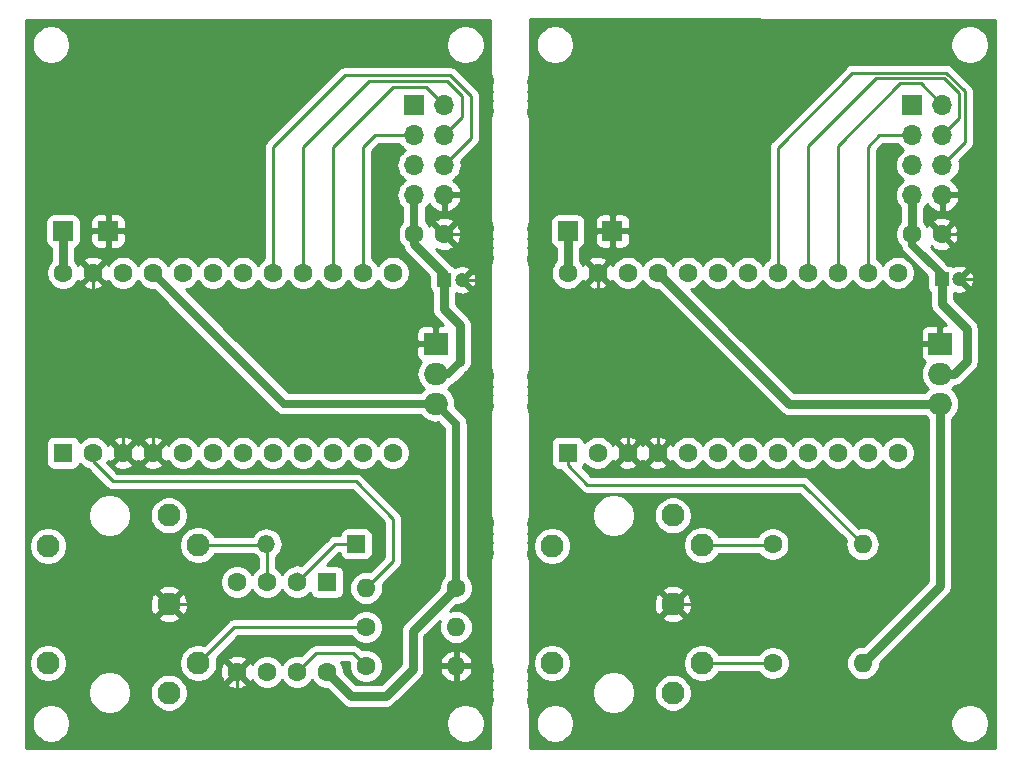
<source format=gbr>
G04 #@! TF.GenerationSoftware,KiCad,Pcbnew,(5.1.4-0-10_14)*
G04 #@! TF.CreationDate,2020-04-09T16:23:12-05:00*
G04 #@! TF.ProjectId,WIRELESS_MIDI_PANELIZED,57495245-4c45-4535-935f-4d4944495f50,rev?*
G04 #@! TF.SameCoordinates,Original*
G04 #@! TF.FileFunction,Copper,L1,Top*
G04 #@! TF.FilePolarity,Positive*
%FSLAX46Y46*%
G04 Gerber Fmt 4.6, Leading zero omitted, Abs format (unit mm)*
G04 Created by KiCad (PCBNEW (5.1.4-0-10_14)) date 2020-04-09 16:23:12*
%MOMM*%
%LPD*%
G04 APERTURE LIST*
%ADD10C,1.200000*%
%ADD11R,1.200000X1.200000*%
%ADD12O,2.000000X1.905000*%
%ADD13R,2.000000X1.905000*%
%ADD14C,1.600000*%
%ADD15R,1.600000X1.600000*%
%ADD16O,1.500000X1.500000*%
%ADD17R,1.500000X1.500000*%
%ADD18O,1.600000X1.600000*%
%ADD19C,1.950000*%
%ADD20O,1.700000X1.700000*%
%ADD21R,1.700000X1.700000*%
%ADD22C,0.800000*%
%ADD23C,0.750000*%
%ADD24C,0.250000*%
%ADD25C,0.700000*%
%ADD26C,0.254000*%
G04 APERTURE END LIST*
D10*
X135358000Y-105537000D03*
D11*
X133858000Y-105537000D03*
D12*
X133159500Y-116027200D03*
X133159500Y-113487200D03*
D13*
X133159500Y-110947200D03*
D14*
X101600000Y-104927400D03*
X104140000Y-104927400D03*
X106680000Y-104927400D03*
X109220000Y-104927400D03*
X111760000Y-104927400D03*
X114300000Y-104927400D03*
X116840000Y-104927400D03*
X119380000Y-104927400D03*
X121920000Y-104927400D03*
X124460000Y-104927400D03*
X127000000Y-104927400D03*
X129540000Y-104927400D03*
X129540000Y-120167400D03*
X127000000Y-120167400D03*
X124460000Y-120167400D03*
X121920000Y-120167400D03*
X119380000Y-120167400D03*
X116840000Y-120167400D03*
X114300000Y-120167400D03*
X111760000Y-120167400D03*
X109220000Y-120167400D03*
X106680000Y-120167400D03*
X104140000Y-120167400D03*
D15*
X101600000Y-120167400D03*
D14*
X123952000Y-138734800D03*
X121412000Y-138734800D03*
X118872000Y-138734800D03*
X116332000Y-138734800D03*
X116332000Y-131114800D03*
X118872000Y-131114800D03*
X121412000Y-131114800D03*
D15*
X123952000Y-131114800D03*
D16*
X118808500Y-127876300D03*
D17*
X126428500Y-127876300D03*
D18*
X127254000Y-131622800D03*
D14*
X134874000Y-131622800D03*
D19*
X113050000Y-137982800D03*
X110550000Y-140482800D03*
X113050000Y-127982800D03*
X100330000Y-137972800D03*
X110550000Y-125482800D03*
X100330000Y-128066800D03*
X110550000Y-132982800D03*
D18*
X134874000Y-134924800D03*
D14*
X127254000Y-134924800D03*
D18*
X134874000Y-138226800D03*
D14*
X127254000Y-138226800D03*
D20*
X133858000Y-98348800D03*
X131318000Y-98348800D03*
X133858000Y-95808800D03*
X131318000Y-95808800D03*
X133858000Y-93268800D03*
X131318000Y-93268800D03*
X133858000Y-90728800D03*
D21*
X131318000Y-90728800D03*
X105410000Y-101396800D03*
X101600000Y-101396800D03*
D14*
X131358000Y-101650800D03*
X133858000Y-101650800D03*
D21*
X148107400Y-101396800D03*
X144348200Y-101396800D03*
D12*
X175844200Y-116027200D03*
X175844200Y-113487200D03*
D13*
X175844200Y-110947200D03*
D19*
X155722000Y-137982800D03*
X153222000Y-140482800D03*
X155722000Y-127982800D03*
X143002000Y-137972800D03*
X153222000Y-125482800D03*
X143002000Y-128066800D03*
X153222000Y-132982800D03*
D18*
X169316400Y-137972800D03*
D14*
X161696400Y-137972800D03*
D18*
X169291000Y-127914400D03*
D14*
X161671000Y-127914400D03*
D20*
X176047400Y-98348800D03*
X173507400Y-98348800D03*
X176047400Y-95808800D03*
X173507400Y-95808800D03*
X176047400Y-93268800D03*
X173507400Y-93268800D03*
X176047400Y-90728800D03*
D21*
X173507400Y-90728800D03*
D14*
X144322800Y-104927400D03*
X146862800Y-104927400D03*
X149402800Y-104927400D03*
X151942800Y-104927400D03*
X154482800Y-104927400D03*
X157022800Y-104927400D03*
X159562800Y-104927400D03*
X162102800Y-104927400D03*
X164642800Y-104927400D03*
X167182800Y-104927400D03*
X169722800Y-104927400D03*
X172262800Y-104927400D03*
X172262800Y-120167400D03*
X169722800Y-120167400D03*
X167182800Y-120167400D03*
X164642800Y-120167400D03*
X162102800Y-120167400D03*
X159562800Y-120167400D03*
X157022800Y-120167400D03*
X154482800Y-120167400D03*
X151942800Y-120167400D03*
X149402800Y-120167400D03*
X146862800Y-120167400D03*
D15*
X144322800Y-120167400D03*
D10*
X177496600Y-105486200D03*
D11*
X175996600Y-105486200D03*
D14*
X175982000Y-101650800D03*
X173482000Y-101650800D03*
D22*
X104140000Y-106730800D03*
X106680000Y-118414800D03*
X109220000Y-118414800D03*
X116332000Y-140512800D03*
X135636000Y-101650800D03*
X135636000Y-98348800D03*
X107696000Y-101396800D03*
X112522000Y-133146800D03*
X133096000Y-138226800D03*
X131165600Y-110947200D03*
X177622200Y-101600000D03*
X177647600Y-98348800D03*
X146862800Y-106527600D03*
X149402800Y-118541804D03*
X151942800Y-118541800D03*
X173761400Y-110947200D03*
X155117800Y-132969000D03*
X150317200Y-101422200D03*
X137083800Y-105537000D03*
X179222400Y-105460800D03*
D23*
X131358000Y-98388800D02*
X131318000Y-98348800D01*
D24*
X176602900Y-113080800D02*
X176555400Y-113080800D01*
D25*
X135204200Y-112471200D02*
X134188200Y-113487200D01*
X134188200Y-113487200D02*
X133159500Y-113487200D01*
X131318000Y-101610800D02*
X131358000Y-101650800D01*
X131318000Y-98348800D02*
X131318000Y-101610800D01*
D23*
X173482000Y-98374200D02*
X173507400Y-98348800D01*
X173482000Y-101650800D02*
X173482000Y-98374200D01*
X135204200Y-109372400D02*
X135204200Y-112471200D01*
X133858000Y-108026200D02*
X135204200Y-109372400D01*
X133858000Y-105537000D02*
X133858000Y-108026200D01*
X177063400Y-113487200D02*
X175844200Y-113487200D01*
X178104800Y-112445800D02*
X177063400Y-113487200D01*
X175996600Y-107569000D02*
X178104800Y-109677200D01*
X178104800Y-109677200D02*
X178104800Y-112445800D01*
X175996600Y-105486200D02*
X175996600Y-107569000D01*
D25*
X175996600Y-105079800D02*
X175996600Y-105486200D01*
X173482000Y-102565200D02*
X175996600Y-105079800D01*
X173482000Y-101650800D02*
X173482000Y-102565200D01*
D23*
X133858000Y-105029000D02*
X133858000Y-105537000D01*
X131358000Y-102529000D02*
X133858000Y-105029000D01*
X131358000Y-101650800D02*
X131358000Y-102529000D01*
D24*
X104140000Y-104952800D02*
X104140000Y-106730800D01*
X106680000Y-120192800D02*
X106680000Y-118414800D01*
X109220000Y-120192800D02*
X109220000Y-118414800D01*
X116332000Y-140512800D02*
X116332000Y-138734800D01*
X133858000Y-98348800D02*
X135636000Y-98348800D01*
X133858000Y-101650800D02*
X135636000Y-101650800D01*
X105410000Y-101396800D02*
X107696000Y-101396800D01*
X112358000Y-132982800D02*
X112522000Y-133146800D01*
X110550000Y-132982800D02*
X112358000Y-132982800D01*
X134874000Y-138226800D02*
X133096000Y-138226800D01*
X133159500Y-110947200D02*
X131165600Y-110947200D01*
X177571400Y-101650800D02*
X177622200Y-101600000D01*
X175982000Y-101650800D02*
X177571400Y-101650800D01*
X176047400Y-98348800D02*
X177647600Y-98348800D01*
X146862800Y-104927400D02*
X146862800Y-106527600D01*
X149402800Y-120167400D02*
X149402800Y-118541804D01*
X151942800Y-120167400D02*
X151942800Y-118541800D01*
X175844200Y-110947200D02*
X173761400Y-110947200D01*
X155104000Y-132982800D02*
X155117800Y-132969000D01*
X153222000Y-132982800D02*
X155104000Y-132982800D01*
X150291800Y-101396800D02*
X150317200Y-101422200D01*
X148107400Y-101396800D02*
X150291800Y-101396800D01*
X135358000Y-105537000D02*
X137083800Y-105537000D01*
X179197000Y-105486200D02*
X179222400Y-105460800D01*
X177496600Y-105486200D02*
X179197000Y-105486200D01*
D23*
X125984000Y-140766800D02*
X123952000Y-138734800D01*
X128905000Y-140766800D02*
X125984000Y-140766800D01*
X131191000Y-138480800D02*
X128905000Y-140766800D01*
X131191000Y-135305800D02*
X131191000Y-138480800D01*
X134874000Y-131622800D02*
X131191000Y-135305800D01*
D25*
X120319800Y-116027200D02*
X109220000Y-104927400D01*
X133159500Y-116027200D02*
X120319800Y-116027200D01*
D23*
X175844200Y-117729700D02*
X175844200Y-123748800D01*
X175844200Y-116027200D02*
X175844200Y-117729700D01*
X175844200Y-131445000D02*
X169316400Y-137972800D01*
X175844200Y-123748800D02*
X175844200Y-131445000D01*
X163042600Y-116027200D02*
X151942800Y-104927400D01*
X175844200Y-116027200D02*
X163042600Y-116027200D01*
D25*
X133172200Y-116027200D02*
X133159500Y-116027200D01*
X134874000Y-117729000D02*
X133172200Y-116027200D01*
X134874000Y-131622800D02*
X134874000Y-117729000D01*
D24*
X118702000Y-127982800D02*
X118808500Y-127876300D01*
X113050000Y-127982800D02*
X118702000Y-127982800D01*
X118872000Y-127939800D02*
X118808500Y-127876300D01*
X118872000Y-131114800D02*
X118872000Y-127939800D01*
X121412000Y-130368800D02*
X121412000Y-131114800D01*
X124650500Y-127876300D02*
X121412000Y-131114800D01*
X126428500Y-127876300D02*
X124650500Y-127876300D01*
D23*
X101854000Y-104698800D02*
X101600000Y-104952800D01*
X101600000Y-101396800D02*
X101600000Y-104952800D01*
X144348200Y-104902000D02*
X144322800Y-104927400D01*
X144348200Y-101396800D02*
X144348200Y-104902000D01*
D24*
X134707999Y-94958801D02*
X133858000Y-95808800D01*
X136144000Y-93522800D02*
X134707999Y-94958801D01*
X134366000Y-88188800D02*
X136144000Y-89966800D01*
X136144000Y-89966800D02*
X136144000Y-93522800D01*
X119380000Y-104952800D02*
X119380000Y-94284800D01*
X125476000Y-88188800D02*
X134366000Y-88188800D01*
X119380000Y-94284800D02*
X125476000Y-88188800D01*
X162102800Y-94335600D02*
X162102800Y-103796030D01*
X176367989Y-87999978D02*
X168438422Y-87999978D01*
X176047400Y-95808800D02*
X177952400Y-93903800D01*
X177952400Y-93903800D02*
X177952400Y-89584389D01*
X162102800Y-103796030D02*
X162102800Y-104927400D01*
X168438422Y-87999978D02*
X162102800Y-94335600D01*
X177952400Y-89584389D02*
X176367989Y-87999978D01*
X134707999Y-92418801D02*
X133858000Y-93268800D01*
X135382000Y-91744800D02*
X134707999Y-92418801D01*
X134112000Y-88696800D02*
X135382000Y-89966800D01*
X135382000Y-89966800D02*
X135382000Y-91744800D01*
X127508000Y-88696800D02*
X134112000Y-88696800D01*
X121920000Y-94284800D02*
X127508000Y-88696800D01*
X121920000Y-104952800D02*
X121920000Y-94284800D01*
X177469800Y-91846400D02*
X177469800Y-89738200D01*
X177469800Y-89738200D02*
X176181589Y-88449989D01*
X176181589Y-88449989D02*
X170426811Y-88449989D01*
X176047400Y-93268800D02*
X177469800Y-91846400D01*
X164642800Y-103796030D02*
X164642800Y-104927400D01*
X170426811Y-88449989D02*
X164642800Y-94234000D01*
X164642800Y-94234000D02*
X164642800Y-103796030D01*
X128016000Y-93268800D02*
X131318000Y-93268800D01*
X127000000Y-94284800D02*
X128016000Y-93268800D01*
X127000000Y-104952800D02*
X127000000Y-94284800D01*
X169722800Y-94259400D02*
X169722800Y-104927400D01*
X170713400Y-93268800D02*
X169722800Y-94259400D01*
X173507400Y-93268800D02*
X170713400Y-93268800D01*
X167182800Y-103796030D02*
X167182800Y-104927400D01*
X167182800Y-94208600D02*
X167182800Y-103796030D01*
X172491400Y-88900000D02*
X167182800Y-94208600D01*
X174218600Y-88900000D02*
X172491400Y-88900000D01*
X176047400Y-90728800D02*
X174218600Y-88900000D01*
X132334000Y-89204800D02*
X133008001Y-89878801D01*
X129540000Y-89204800D02*
X132334000Y-89204800D01*
X124460000Y-94284800D02*
X129540000Y-89204800D01*
X133008001Y-89878801D02*
X133858000Y-90728800D01*
X124460000Y-104952800D02*
X124460000Y-94284800D01*
X144322800Y-121217400D02*
X144322800Y-120167400D01*
X164261800Y-122885200D02*
X145990600Y-122885200D01*
X145990600Y-122885200D02*
X144322800Y-121217400D01*
X169291000Y-127914400D02*
X164261800Y-122885200D01*
X129540000Y-125755400D02*
X126390400Y-122605800D01*
X126390400Y-122605800D02*
X105841800Y-122605800D01*
X104140000Y-120904000D02*
X104140000Y-120167400D01*
X127254000Y-131622800D02*
X129540000Y-129336800D01*
X105841800Y-122605800D02*
X104140000Y-120904000D01*
X129540000Y-129336800D02*
X129540000Y-125755400D01*
X122999500Y-137147300D02*
X126174500Y-137147300D01*
X126174500Y-137147300D02*
X127254000Y-138226800D01*
X121412000Y-138734800D02*
X122999500Y-137147300D01*
X116108000Y-134924800D02*
X127254000Y-134924800D01*
X113050000Y-137982800D02*
X116108000Y-134924800D01*
X161686400Y-137982800D02*
X161696400Y-137972800D01*
X155722000Y-137982800D02*
X161686400Y-137982800D01*
X161602600Y-127982800D02*
X161671000Y-127914400D01*
X155722000Y-127982800D02*
X161602600Y-127982800D01*
D26*
G36*
X137770000Y-87992618D02*
G01*
X137773249Y-88025606D01*
X137773249Y-88038791D01*
X137774212Y-88047956D01*
X137796315Y-88245008D01*
X137808747Y-88303495D01*
X137820370Y-88362197D01*
X137823096Y-88371000D01*
X137883052Y-88560008D01*
X137906612Y-88614978D01*
X137929414Y-88670299D01*
X137933797Y-88678405D01*
X137959782Y-88725670D01*
X137911723Y-88797595D01*
X137845010Y-88958655D01*
X137811000Y-89129635D01*
X137811000Y-89303965D01*
X137845010Y-89474945D01*
X137893413Y-89591800D01*
X137845010Y-89708655D01*
X137811000Y-89879635D01*
X137811000Y-90053965D01*
X137845010Y-90224945D01*
X137893413Y-90341800D01*
X137845010Y-90458655D01*
X137811000Y-90629635D01*
X137811000Y-90803965D01*
X137845010Y-90974945D01*
X137911723Y-91136005D01*
X137960077Y-91208371D01*
X137923916Y-91276380D01*
X137901125Y-91331675D01*
X137877554Y-91386670D01*
X137874829Y-91395473D01*
X137817518Y-91585300D01*
X137805900Y-91643980D01*
X137793463Y-91702487D01*
X137792500Y-91711652D01*
X137773150Y-91908994D01*
X137773150Y-91909008D01*
X137770001Y-91940981D01*
X137770000Y-100464018D01*
X137773249Y-100497006D01*
X137773249Y-100510191D01*
X137774212Y-100519356D01*
X137796315Y-100716408D01*
X137808747Y-100774895D01*
X137820370Y-100833597D01*
X137823096Y-100842400D01*
X137883052Y-101031408D01*
X137906612Y-101086378D01*
X137929414Y-101141699D01*
X137933797Y-101149805D01*
X137959782Y-101197070D01*
X137911723Y-101268995D01*
X137845010Y-101430055D01*
X137811000Y-101601035D01*
X137811000Y-101775365D01*
X137845010Y-101946345D01*
X137893413Y-102063200D01*
X137845010Y-102180055D01*
X137811000Y-102351035D01*
X137811000Y-102525365D01*
X137845010Y-102696345D01*
X137893413Y-102813200D01*
X137845010Y-102930055D01*
X137811000Y-103101035D01*
X137811000Y-103275365D01*
X137845010Y-103446345D01*
X137911723Y-103607405D01*
X137960077Y-103679771D01*
X137923916Y-103747780D01*
X137901125Y-103803075D01*
X137877554Y-103858070D01*
X137874829Y-103866873D01*
X137817518Y-104056700D01*
X137805900Y-104115380D01*
X137793463Y-104173887D01*
X137792500Y-104183052D01*
X137773150Y-104380394D01*
X137773150Y-104380408D01*
X137770001Y-104412381D01*
X137770000Y-112935418D01*
X137773249Y-112968406D01*
X137773249Y-112981591D01*
X137774212Y-112990756D01*
X137796315Y-113187808D01*
X137808747Y-113246295D01*
X137820370Y-113304997D01*
X137823096Y-113313800D01*
X137883052Y-113502808D01*
X137906612Y-113557778D01*
X137929414Y-113613099D01*
X137933797Y-113621205D01*
X137959782Y-113668470D01*
X137911723Y-113740395D01*
X137845010Y-113901455D01*
X137811000Y-114072435D01*
X137811000Y-114246765D01*
X137845010Y-114417745D01*
X137893413Y-114534600D01*
X137845010Y-114651455D01*
X137811000Y-114822435D01*
X137811000Y-114996765D01*
X137845010Y-115167745D01*
X137893413Y-115284600D01*
X137845010Y-115401455D01*
X137811000Y-115572435D01*
X137811000Y-115746765D01*
X137845010Y-115917745D01*
X137911723Y-116078805D01*
X137960077Y-116151171D01*
X137923916Y-116219180D01*
X137901125Y-116274475D01*
X137877554Y-116329470D01*
X137874829Y-116338273D01*
X137817518Y-116528100D01*
X137805900Y-116586780D01*
X137793463Y-116645287D01*
X137792500Y-116654452D01*
X137773150Y-116851794D01*
X137773150Y-116851808D01*
X137770001Y-116883781D01*
X137770000Y-125406818D01*
X137773249Y-125439806D01*
X137773249Y-125452991D01*
X137774212Y-125462156D01*
X137796315Y-125659208D01*
X137808747Y-125717695D01*
X137820370Y-125776397D01*
X137823096Y-125785200D01*
X137883052Y-125974208D01*
X137906612Y-126029178D01*
X137929414Y-126084499D01*
X137933797Y-126092605D01*
X137959782Y-126139870D01*
X137911723Y-126211795D01*
X137845010Y-126372855D01*
X137811000Y-126543835D01*
X137811000Y-126718165D01*
X137845010Y-126889145D01*
X137893413Y-127006000D01*
X137845010Y-127122855D01*
X137811000Y-127293835D01*
X137811000Y-127468165D01*
X137845010Y-127639145D01*
X137893413Y-127756000D01*
X137845010Y-127872855D01*
X137811000Y-128043835D01*
X137811000Y-128218165D01*
X137845010Y-128389145D01*
X137911723Y-128550205D01*
X137960077Y-128622571D01*
X137923916Y-128690580D01*
X137901125Y-128745875D01*
X137877554Y-128800870D01*
X137874829Y-128809673D01*
X137817518Y-128999500D01*
X137805900Y-129058180D01*
X137793463Y-129116687D01*
X137792500Y-129125852D01*
X137773150Y-129323194D01*
X137773150Y-129323208D01*
X137770001Y-129355181D01*
X137770000Y-137878218D01*
X137773249Y-137911206D01*
X137773249Y-137924391D01*
X137774212Y-137933556D01*
X137796315Y-138130608D01*
X137808747Y-138189095D01*
X137820370Y-138247797D01*
X137823096Y-138256600D01*
X137883052Y-138445608D01*
X137906612Y-138500578D01*
X137929414Y-138555899D01*
X137933797Y-138564005D01*
X137959782Y-138611270D01*
X137911723Y-138683195D01*
X137845010Y-138844255D01*
X137811000Y-139015235D01*
X137811000Y-139189565D01*
X137845010Y-139360545D01*
X137893413Y-139477400D01*
X137845010Y-139594255D01*
X137811000Y-139765235D01*
X137811000Y-139939565D01*
X137845010Y-140110545D01*
X137893413Y-140227400D01*
X137845010Y-140344255D01*
X137811000Y-140515235D01*
X137811000Y-140689565D01*
X137845010Y-140860545D01*
X137911723Y-141021605D01*
X137960077Y-141093971D01*
X137923916Y-141161980D01*
X137901125Y-141217275D01*
X137877554Y-141272270D01*
X137874829Y-141281073D01*
X137817518Y-141470900D01*
X137805900Y-141529580D01*
X137793463Y-141588087D01*
X137792500Y-141597252D01*
X137773150Y-141794594D01*
X137773150Y-141794608D01*
X137770001Y-141826581D01*
X137770000Y-145186800D01*
X98450000Y-145186800D01*
X98450000Y-142925167D01*
X98941000Y-142925167D01*
X98941000Y-143247233D01*
X99003832Y-143563112D01*
X99127082Y-143860663D01*
X99306013Y-144128452D01*
X99533748Y-144356187D01*
X99801537Y-144535118D01*
X100099088Y-144658368D01*
X100414967Y-144721200D01*
X100737033Y-144721200D01*
X101052912Y-144658368D01*
X101350463Y-144535118D01*
X101618252Y-144356187D01*
X101845987Y-144128452D01*
X102024918Y-143860663D01*
X102148168Y-143563112D01*
X102211000Y-143247233D01*
X102211000Y-142925167D01*
X134034400Y-142925167D01*
X134034400Y-143247233D01*
X134097232Y-143563112D01*
X134220482Y-143860663D01*
X134399413Y-144128452D01*
X134627148Y-144356187D01*
X134894937Y-144535118D01*
X135192488Y-144658368D01*
X135508367Y-144721200D01*
X135830433Y-144721200D01*
X136146312Y-144658368D01*
X136443863Y-144535118D01*
X136711652Y-144356187D01*
X136939387Y-144128452D01*
X137118318Y-143860663D01*
X137241568Y-143563112D01*
X137304400Y-143247233D01*
X137304400Y-142925167D01*
X137241568Y-142609288D01*
X137118318Y-142311737D01*
X136939387Y-142043948D01*
X136711652Y-141816213D01*
X136443863Y-141637282D01*
X136146312Y-141514032D01*
X135830433Y-141451200D01*
X135508367Y-141451200D01*
X135192488Y-141514032D01*
X134894937Y-141637282D01*
X134627148Y-141816213D01*
X134399413Y-142043948D01*
X134220482Y-142311737D01*
X134097232Y-142609288D01*
X134034400Y-142925167D01*
X102211000Y-142925167D01*
X102148168Y-142609288D01*
X102024918Y-142311737D01*
X101845987Y-142043948D01*
X101618252Y-141816213D01*
X101350463Y-141637282D01*
X101052912Y-141514032D01*
X100737033Y-141451200D01*
X100414967Y-141451200D01*
X100099088Y-141514032D01*
X99801537Y-141637282D01*
X99533748Y-141816213D01*
X99306013Y-142043948D01*
X99127082Y-142311737D01*
X99003832Y-142609288D01*
X98941000Y-142925167D01*
X98450000Y-142925167D01*
X98450000Y-140302068D01*
X103715000Y-140302068D01*
X103715000Y-140663532D01*
X103785518Y-141018050D01*
X103923844Y-141351999D01*
X104124662Y-141652544D01*
X104380256Y-141908138D01*
X104680801Y-142108956D01*
X105014750Y-142247282D01*
X105369268Y-142317800D01*
X105730732Y-142317800D01*
X106085250Y-142247282D01*
X106419199Y-142108956D01*
X106719744Y-141908138D01*
X106975338Y-141652544D01*
X107176156Y-141351999D01*
X107314482Y-141018050D01*
X107385000Y-140663532D01*
X107385000Y-140324229D01*
X108940000Y-140324229D01*
X108940000Y-140641371D01*
X109001871Y-140952420D01*
X109123237Y-141245421D01*
X109299431Y-141509115D01*
X109523685Y-141733369D01*
X109787379Y-141909563D01*
X110080380Y-142030929D01*
X110391429Y-142092800D01*
X110708571Y-142092800D01*
X111019620Y-142030929D01*
X111312621Y-141909563D01*
X111576315Y-141733369D01*
X111800569Y-141509115D01*
X111976763Y-141245421D01*
X112098129Y-140952420D01*
X112160000Y-140641371D01*
X112160000Y-140324229D01*
X112098129Y-140013180D01*
X111979797Y-139727502D01*
X115518903Y-139727502D01*
X115590486Y-139971471D01*
X115845996Y-140092371D01*
X116120184Y-140161100D01*
X116402512Y-140175017D01*
X116682130Y-140133587D01*
X116948292Y-140038403D01*
X117073514Y-139971471D01*
X117145097Y-139727502D01*
X116332000Y-138914405D01*
X115518903Y-139727502D01*
X111979797Y-139727502D01*
X111976763Y-139720179D01*
X111800569Y-139456485D01*
X111576315Y-139232231D01*
X111312621Y-139056037D01*
X111019620Y-138934671D01*
X110708571Y-138872800D01*
X110391429Y-138872800D01*
X110080380Y-138934671D01*
X109787379Y-139056037D01*
X109523685Y-139232231D01*
X109299431Y-139456485D01*
X109123237Y-139720179D01*
X109001871Y-140013180D01*
X108940000Y-140324229D01*
X107385000Y-140324229D01*
X107385000Y-140302068D01*
X107314482Y-139947550D01*
X107176156Y-139613601D01*
X106975338Y-139313056D01*
X106719744Y-139057462D01*
X106419199Y-138856644D01*
X106085250Y-138718318D01*
X105730732Y-138647800D01*
X105369268Y-138647800D01*
X105014750Y-138718318D01*
X104680801Y-138856644D01*
X104380256Y-139057462D01*
X104124662Y-139313056D01*
X103923844Y-139613601D01*
X103785518Y-139947550D01*
X103715000Y-140302068D01*
X98450000Y-140302068D01*
X98450000Y-137814229D01*
X98720000Y-137814229D01*
X98720000Y-138131371D01*
X98781871Y-138442420D01*
X98903237Y-138735421D01*
X99079431Y-138999115D01*
X99303685Y-139223369D01*
X99567379Y-139399563D01*
X99860380Y-139520929D01*
X100171429Y-139582800D01*
X100488571Y-139582800D01*
X100799620Y-139520929D01*
X101092621Y-139399563D01*
X101356315Y-139223369D01*
X101580569Y-138999115D01*
X101756763Y-138735421D01*
X101878129Y-138442420D01*
X101940000Y-138131371D01*
X101940000Y-137824229D01*
X111440000Y-137824229D01*
X111440000Y-138141371D01*
X111501871Y-138452420D01*
X111623237Y-138745421D01*
X111799431Y-139009115D01*
X112023685Y-139233369D01*
X112287379Y-139409563D01*
X112580380Y-139530929D01*
X112891429Y-139592800D01*
X113208571Y-139592800D01*
X113519620Y-139530929D01*
X113812621Y-139409563D01*
X114076315Y-139233369D01*
X114300569Y-139009115D01*
X114436745Y-138805312D01*
X114891783Y-138805312D01*
X114933213Y-139084930D01*
X115028397Y-139351092D01*
X115095329Y-139476314D01*
X115339298Y-139547897D01*
X116152395Y-138734800D01*
X115339298Y-137921703D01*
X115095329Y-137993286D01*
X114974429Y-138248796D01*
X114905700Y-138522984D01*
X114891783Y-138805312D01*
X114436745Y-138805312D01*
X114476763Y-138745421D01*
X114598129Y-138452420D01*
X114660000Y-138141371D01*
X114660000Y-137824229D01*
X114643664Y-137742098D01*
X115518903Y-137742098D01*
X116332000Y-138555195D01*
X117145097Y-137742098D01*
X117073514Y-137498129D01*
X116818004Y-137377229D01*
X116543816Y-137308500D01*
X116261488Y-137294583D01*
X115981870Y-137336013D01*
X115715708Y-137431197D01*
X115590486Y-137498129D01*
X115518903Y-137742098D01*
X114643664Y-137742098D01*
X114598129Y-137513180D01*
X114597043Y-137510558D01*
X116422802Y-135684800D01*
X126035957Y-135684800D01*
X126139363Y-135839559D01*
X126339241Y-136039437D01*
X126574273Y-136196480D01*
X126835426Y-136304653D01*
X127112665Y-136359800D01*
X127395335Y-136359800D01*
X127672574Y-136304653D01*
X127933727Y-136196480D01*
X128168759Y-136039437D01*
X128368637Y-135839559D01*
X128525680Y-135604527D01*
X128633853Y-135343374D01*
X128689000Y-135066135D01*
X128689000Y-134783465D01*
X128633853Y-134506226D01*
X128525680Y-134245073D01*
X128368637Y-134010041D01*
X128168759Y-133810163D01*
X127933727Y-133653120D01*
X127672574Y-133544947D01*
X127395335Y-133489800D01*
X127112665Y-133489800D01*
X126835426Y-133544947D01*
X126574273Y-133653120D01*
X126339241Y-133810163D01*
X126139363Y-134010041D01*
X126035957Y-134164800D01*
X116145322Y-134164800D01*
X116107999Y-134161124D01*
X116070676Y-134164800D01*
X116070667Y-134164800D01*
X115959014Y-134175797D01*
X115815753Y-134219254D01*
X115683723Y-134289826D01*
X115658636Y-134310415D01*
X115567999Y-134384799D01*
X115544201Y-134413797D01*
X113522242Y-136435757D01*
X113519620Y-136434671D01*
X113208571Y-136372800D01*
X112891429Y-136372800D01*
X112580380Y-136434671D01*
X112287379Y-136556037D01*
X112023685Y-136732231D01*
X111799431Y-136956485D01*
X111623237Y-137220179D01*
X111501871Y-137513180D01*
X111440000Y-137824229D01*
X101940000Y-137824229D01*
X101940000Y-137814229D01*
X101878129Y-137503180D01*
X101756763Y-137210179D01*
X101580569Y-136946485D01*
X101356315Y-136722231D01*
X101092621Y-136546037D01*
X100799620Y-136424671D01*
X100488571Y-136362800D01*
X100171429Y-136362800D01*
X99860380Y-136424671D01*
X99567379Y-136546037D01*
X99303685Y-136722231D01*
X99079431Y-136946485D01*
X98903237Y-137210179D01*
X98781871Y-137503180D01*
X98720000Y-137814229D01*
X98450000Y-137814229D01*
X98450000Y-134100384D01*
X109612021Y-134100384D01*
X109704766Y-134362229D01*
X109990120Y-134500620D01*
X110296990Y-134580683D01*
X110613584Y-134599340D01*
X110927733Y-134555874D01*
X111227367Y-134451956D01*
X111395234Y-134362229D01*
X111487979Y-134100384D01*
X110550000Y-133162405D01*
X109612021Y-134100384D01*
X98450000Y-134100384D01*
X98450000Y-133046384D01*
X108933460Y-133046384D01*
X108976926Y-133360533D01*
X109080844Y-133660167D01*
X109170571Y-133828034D01*
X109432416Y-133920779D01*
X110370395Y-132982800D01*
X110729605Y-132982800D01*
X111667584Y-133920779D01*
X111929429Y-133828034D01*
X112067820Y-133542680D01*
X112147883Y-133235810D01*
X112166540Y-132919216D01*
X112123074Y-132605067D01*
X112019156Y-132305433D01*
X111929429Y-132137566D01*
X111667584Y-132044821D01*
X110729605Y-132982800D01*
X110370395Y-132982800D01*
X109432416Y-132044821D01*
X109170571Y-132137566D01*
X109032180Y-132422920D01*
X108952117Y-132729790D01*
X108933460Y-133046384D01*
X98450000Y-133046384D01*
X98450000Y-131865216D01*
X109612021Y-131865216D01*
X110550000Y-132803195D01*
X111487979Y-131865216D01*
X111395234Y-131603371D01*
X111109880Y-131464980D01*
X110803010Y-131384917D01*
X110486416Y-131366260D01*
X110172267Y-131409726D01*
X109872633Y-131513644D01*
X109704766Y-131603371D01*
X109612021Y-131865216D01*
X98450000Y-131865216D01*
X98450000Y-127908229D01*
X98720000Y-127908229D01*
X98720000Y-128225371D01*
X98781871Y-128536420D01*
X98903237Y-128829421D01*
X99079431Y-129093115D01*
X99303685Y-129317369D01*
X99567379Y-129493563D01*
X99860380Y-129614929D01*
X100171429Y-129676800D01*
X100488571Y-129676800D01*
X100799620Y-129614929D01*
X101092621Y-129493563D01*
X101356315Y-129317369D01*
X101580569Y-129093115D01*
X101756763Y-128829421D01*
X101878129Y-128536420D01*
X101940000Y-128225371D01*
X101940000Y-127908229D01*
X101923292Y-127824229D01*
X111440000Y-127824229D01*
X111440000Y-128141371D01*
X111501871Y-128452420D01*
X111623237Y-128745421D01*
X111799431Y-129009115D01*
X112023685Y-129233369D01*
X112287379Y-129409563D01*
X112580380Y-129530929D01*
X112891429Y-129592800D01*
X113208571Y-129592800D01*
X113519620Y-129530929D01*
X113812621Y-129409563D01*
X114076315Y-129233369D01*
X114300569Y-129009115D01*
X114476763Y-128745421D01*
X114477849Y-128742800D01*
X117727922Y-128742800D01*
X117824419Y-128860381D01*
X118035312Y-129033457D01*
X118112001Y-129074448D01*
X118112000Y-129896756D01*
X117957241Y-130000163D01*
X117757363Y-130200041D01*
X117602000Y-130432559D01*
X117446637Y-130200041D01*
X117246759Y-130000163D01*
X117011727Y-129843120D01*
X116750574Y-129734947D01*
X116473335Y-129679800D01*
X116190665Y-129679800D01*
X115913426Y-129734947D01*
X115652273Y-129843120D01*
X115417241Y-130000163D01*
X115217363Y-130200041D01*
X115060320Y-130435073D01*
X114952147Y-130696226D01*
X114897000Y-130973465D01*
X114897000Y-131256135D01*
X114952147Y-131533374D01*
X115060320Y-131794527D01*
X115217363Y-132029559D01*
X115417241Y-132229437D01*
X115652273Y-132386480D01*
X115913426Y-132494653D01*
X116190665Y-132549800D01*
X116473335Y-132549800D01*
X116750574Y-132494653D01*
X117011727Y-132386480D01*
X117246759Y-132229437D01*
X117446637Y-132029559D01*
X117602000Y-131797041D01*
X117757363Y-132029559D01*
X117957241Y-132229437D01*
X118192273Y-132386480D01*
X118453426Y-132494653D01*
X118730665Y-132549800D01*
X119013335Y-132549800D01*
X119290574Y-132494653D01*
X119551727Y-132386480D01*
X119786759Y-132229437D01*
X119986637Y-132029559D01*
X120142000Y-131797041D01*
X120297363Y-132029559D01*
X120497241Y-132229437D01*
X120732273Y-132386480D01*
X120993426Y-132494653D01*
X121270665Y-132549800D01*
X121553335Y-132549800D01*
X121830574Y-132494653D01*
X122091727Y-132386480D01*
X122326759Y-132229437D01*
X122525357Y-132030839D01*
X122526188Y-132039282D01*
X122562498Y-132158980D01*
X122621463Y-132269294D01*
X122700815Y-132365985D01*
X122797506Y-132445337D01*
X122907820Y-132504302D01*
X123027518Y-132540612D01*
X123152000Y-132552872D01*
X124752000Y-132552872D01*
X124876482Y-132540612D01*
X124996180Y-132504302D01*
X125106494Y-132445337D01*
X125203185Y-132365985D01*
X125282537Y-132269294D01*
X125341502Y-132158980D01*
X125377812Y-132039282D01*
X125390072Y-131914800D01*
X125390072Y-130314800D01*
X125377812Y-130190318D01*
X125341502Y-130070620D01*
X125282537Y-129960306D01*
X125203185Y-129863615D01*
X125106494Y-129784263D01*
X124996180Y-129725298D01*
X124876482Y-129688988D01*
X124752000Y-129676728D01*
X123924874Y-129676728D01*
X124965302Y-128636300D01*
X125041413Y-128636300D01*
X125052688Y-128750782D01*
X125088998Y-128870480D01*
X125147963Y-128980794D01*
X125227315Y-129077485D01*
X125324006Y-129156837D01*
X125434320Y-129215802D01*
X125554018Y-129252112D01*
X125678500Y-129264372D01*
X127178500Y-129264372D01*
X127302982Y-129252112D01*
X127422680Y-129215802D01*
X127532994Y-129156837D01*
X127629685Y-129077485D01*
X127709037Y-128980794D01*
X127768002Y-128870480D01*
X127804312Y-128750782D01*
X127816572Y-128626300D01*
X127816572Y-127126300D01*
X127804312Y-127001818D01*
X127768002Y-126882120D01*
X127709037Y-126771806D01*
X127629685Y-126675115D01*
X127532994Y-126595763D01*
X127422680Y-126536798D01*
X127302982Y-126500488D01*
X127178500Y-126488228D01*
X125678500Y-126488228D01*
X125554018Y-126500488D01*
X125434320Y-126536798D01*
X125324006Y-126595763D01*
X125227315Y-126675115D01*
X125147963Y-126771806D01*
X125088998Y-126882120D01*
X125052688Y-127001818D01*
X125041413Y-127116300D01*
X124687833Y-127116300D01*
X124650500Y-127112623D01*
X124613167Y-127116300D01*
X124501514Y-127127297D01*
X124358253Y-127170754D01*
X124226224Y-127241326D01*
X124110499Y-127336299D01*
X124086701Y-127365297D01*
X121759311Y-129692687D01*
X121704246Y-129663254D01*
X121560985Y-129619797D01*
X121412000Y-129605123D01*
X121263014Y-129619797D01*
X121119753Y-129663254D01*
X120987724Y-129733826D01*
X120979155Y-129740858D01*
X120732273Y-129843120D01*
X120497241Y-130000163D01*
X120297363Y-130200041D01*
X120142000Y-130432559D01*
X119986637Y-130200041D01*
X119786759Y-130000163D01*
X119632000Y-129896757D01*
X119632000Y-128992167D01*
X119792581Y-128860381D01*
X119965657Y-128649488D01*
X120094264Y-128408881D01*
X120173460Y-128147807D01*
X120200201Y-127876300D01*
X120173460Y-127604793D01*
X120094264Y-127343719D01*
X119965657Y-127103112D01*
X119792581Y-126892219D01*
X119581688Y-126719143D01*
X119341081Y-126590536D01*
X119080007Y-126511340D01*
X118876537Y-126491300D01*
X118740463Y-126491300D01*
X118536993Y-126511340D01*
X118275919Y-126590536D01*
X118035312Y-126719143D01*
X117824419Y-126892219D01*
X117651343Y-127103112D01*
X117587368Y-127222800D01*
X114477849Y-127222800D01*
X114476763Y-127220179D01*
X114300569Y-126956485D01*
X114076315Y-126732231D01*
X113812621Y-126556037D01*
X113519620Y-126434671D01*
X113208571Y-126372800D01*
X112891429Y-126372800D01*
X112580380Y-126434671D01*
X112287379Y-126556037D01*
X112023685Y-126732231D01*
X111799431Y-126956485D01*
X111623237Y-127220179D01*
X111501871Y-127513180D01*
X111440000Y-127824229D01*
X101923292Y-127824229D01*
X101878129Y-127597180D01*
X101756763Y-127304179D01*
X101580569Y-127040485D01*
X101356315Y-126816231D01*
X101092621Y-126640037D01*
X100799620Y-126518671D01*
X100488571Y-126456800D01*
X100171429Y-126456800D01*
X99860380Y-126518671D01*
X99567379Y-126640037D01*
X99303685Y-126816231D01*
X99079431Y-127040485D01*
X98903237Y-127304179D01*
X98781871Y-127597180D01*
X98720000Y-127908229D01*
X98450000Y-127908229D01*
X98450000Y-125302068D01*
X103715000Y-125302068D01*
X103715000Y-125663532D01*
X103785518Y-126018050D01*
X103923844Y-126351999D01*
X104124662Y-126652544D01*
X104380256Y-126908138D01*
X104680801Y-127108956D01*
X105014750Y-127247282D01*
X105369268Y-127317800D01*
X105730732Y-127317800D01*
X106085250Y-127247282D01*
X106419199Y-127108956D01*
X106719744Y-126908138D01*
X106975338Y-126652544D01*
X107176156Y-126351999D01*
X107314482Y-126018050D01*
X107385000Y-125663532D01*
X107385000Y-125324229D01*
X108940000Y-125324229D01*
X108940000Y-125641371D01*
X109001871Y-125952420D01*
X109123237Y-126245421D01*
X109299431Y-126509115D01*
X109523685Y-126733369D01*
X109787379Y-126909563D01*
X110080380Y-127030929D01*
X110391429Y-127092800D01*
X110708571Y-127092800D01*
X111019620Y-127030929D01*
X111312621Y-126909563D01*
X111576315Y-126733369D01*
X111800569Y-126509115D01*
X111976763Y-126245421D01*
X112098129Y-125952420D01*
X112160000Y-125641371D01*
X112160000Y-125324229D01*
X112098129Y-125013180D01*
X111976763Y-124720179D01*
X111800569Y-124456485D01*
X111576315Y-124232231D01*
X111312621Y-124056037D01*
X111019620Y-123934671D01*
X110708571Y-123872800D01*
X110391429Y-123872800D01*
X110080380Y-123934671D01*
X109787379Y-124056037D01*
X109523685Y-124232231D01*
X109299431Y-124456485D01*
X109123237Y-124720179D01*
X109001871Y-125013180D01*
X108940000Y-125324229D01*
X107385000Y-125324229D01*
X107385000Y-125302068D01*
X107314482Y-124947550D01*
X107176156Y-124613601D01*
X106975338Y-124313056D01*
X106719744Y-124057462D01*
X106419199Y-123856644D01*
X106085250Y-123718318D01*
X105730732Y-123647800D01*
X105369268Y-123647800D01*
X105014750Y-123718318D01*
X104680801Y-123856644D01*
X104380256Y-124057462D01*
X104124662Y-124313056D01*
X103923844Y-124613601D01*
X103785518Y-124947550D01*
X103715000Y-125302068D01*
X98450000Y-125302068D01*
X98450000Y-119367400D01*
X100161928Y-119367400D01*
X100161928Y-120967400D01*
X100174188Y-121091882D01*
X100210498Y-121211580D01*
X100269463Y-121321894D01*
X100348815Y-121418585D01*
X100445506Y-121497937D01*
X100555820Y-121556902D01*
X100675518Y-121593212D01*
X100800000Y-121605472D01*
X102400000Y-121605472D01*
X102524482Y-121593212D01*
X102644180Y-121556902D01*
X102754494Y-121497937D01*
X102851185Y-121418585D01*
X102930537Y-121321894D01*
X102989502Y-121211580D01*
X103025812Y-121091882D01*
X103026643Y-121083439D01*
X103225241Y-121282037D01*
X103460273Y-121439080D01*
X103699278Y-121538079D01*
X105278000Y-123116802D01*
X105301799Y-123145801D01*
X105417524Y-123240774D01*
X105549553Y-123311346D01*
X105692814Y-123354803D01*
X105804467Y-123365800D01*
X105804475Y-123365800D01*
X105841800Y-123369476D01*
X105879125Y-123365800D01*
X126075599Y-123365800D01*
X128780001Y-126070203D01*
X128780000Y-129021998D01*
X127579906Y-130222092D01*
X127535309Y-130208564D01*
X127324492Y-130187800D01*
X127183508Y-130187800D01*
X126972691Y-130208564D01*
X126702192Y-130290618D01*
X126452899Y-130423868D01*
X126234392Y-130603192D01*
X126055068Y-130821699D01*
X125921818Y-131070992D01*
X125839764Y-131341491D01*
X125812057Y-131622800D01*
X125839764Y-131904109D01*
X125921818Y-132174608D01*
X126055068Y-132423901D01*
X126234392Y-132642408D01*
X126452899Y-132821732D01*
X126702192Y-132954982D01*
X126972691Y-133037036D01*
X127183508Y-133057800D01*
X127324492Y-133057800D01*
X127535309Y-133037036D01*
X127805808Y-132954982D01*
X128055101Y-132821732D01*
X128273608Y-132642408D01*
X128452932Y-132423901D01*
X128586182Y-132174608D01*
X128668236Y-131904109D01*
X128695943Y-131622800D01*
X128668236Y-131341491D01*
X128654708Y-131296894D01*
X130051004Y-129900598D01*
X130080001Y-129876801D01*
X130174974Y-129761076D01*
X130245546Y-129629047D01*
X130289003Y-129485786D01*
X130300000Y-129374133D01*
X130300000Y-129374124D01*
X130303676Y-129336801D01*
X130300000Y-129299478D01*
X130300000Y-125792722D01*
X130303676Y-125755399D01*
X130300000Y-125718076D01*
X130300000Y-125718067D01*
X130289003Y-125606414D01*
X130245546Y-125463153D01*
X130229922Y-125433923D01*
X130174974Y-125331123D01*
X130103799Y-125244397D01*
X130080001Y-125215399D01*
X130051003Y-125191601D01*
X126954204Y-122094803D01*
X126930401Y-122065799D01*
X126814676Y-121970826D01*
X126682647Y-121900254D01*
X126539386Y-121856797D01*
X126427733Y-121845800D01*
X126427722Y-121845800D01*
X126390400Y-121842124D01*
X126353078Y-121845800D01*
X106156602Y-121845800D01*
X105470904Y-121160102D01*
X105866903Y-121160102D01*
X105938486Y-121404071D01*
X106193996Y-121524971D01*
X106468184Y-121593700D01*
X106750512Y-121607617D01*
X107030130Y-121566187D01*
X107296292Y-121471003D01*
X107421514Y-121404071D01*
X107493097Y-121160102D01*
X108406903Y-121160102D01*
X108478486Y-121404071D01*
X108733996Y-121524971D01*
X109008184Y-121593700D01*
X109290512Y-121607617D01*
X109570130Y-121566187D01*
X109836292Y-121471003D01*
X109961514Y-121404071D01*
X110033097Y-121160102D01*
X109220000Y-120347005D01*
X108406903Y-121160102D01*
X107493097Y-121160102D01*
X106680000Y-120347005D01*
X105866903Y-121160102D01*
X105470904Y-121160102D01*
X105310041Y-120999240D01*
X105410915Y-120848272D01*
X105443329Y-120908914D01*
X105687298Y-120980497D01*
X106500395Y-120167400D01*
X106859605Y-120167400D01*
X107672702Y-120980497D01*
X107916671Y-120908914D01*
X107947971Y-120842764D01*
X107983329Y-120908914D01*
X108227298Y-120980497D01*
X109040395Y-120167400D01*
X109399605Y-120167400D01*
X110212702Y-120980497D01*
X110456671Y-120908914D01*
X110487194Y-120844408D01*
X110488320Y-120847127D01*
X110645363Y-121082159D01*
X110845241Y-121282037D01*
X111080273Y-121439080D01*
X111341426Y-121547253D01*
X111618665Y-121602400D01*
X111901335Y-121602400D01*
X112178574Y-121547253D01*
X112439727Y-121439080D01*
X112674759Y-121282037D01*
X112874637Y-121082159D01*
X113030000Y-120849641D01*
X113185363Y-121082159D01*
X113385241Y-121282037D01*
X113620273Y-121439080D01*
X113881426Y-121547253D01*
X114158665Y-121602400D01*
X114441335Y-121602400D01*
X114718574Y-121547253D01*
X114979727Y-121439080D01*
X115214759Y-121282037D01*
X115414637Y-121082159D01*
X115570000Y-120849641D01*
X115725363Y-121082159D01*
X115925241Y-121282037D01*
X116160273Y-121439080D01*
X116421426Y-121547253D01*
X116698665Y-121602400D01*
X116981335Y-121602400D01*
X117258574Y-121547253D01*
X117519727Y-121439080D01*
X117754759Y-121282037D01*
X117954637Y-121082159D01*
X118110000Y-120849641D01*
X118265363Y-121082159D01*
X118465241Y-121282037D01*
X118700273Y-121439080D01*
X118961426Y-121547253D01*
X119238665Y-121602400D01*
X119521335Y-121602400D01*
X119798574Y-121547253D01*
X120059727Y-121439080D01*
X120294759Y-121282037D01*
X120494637Y-121082159D01*
X120650000Y-120849641D01*
X120805363Y-121082159D01*
X121005241Y-121282037D01*
X121240273Y-121439080D01*
X121501426Y-121547253D01*
X121778665Y-121602400D01*
X122061335Y-121602400D01*
X122338574Y-121547253D01*
X122599727Y-121439080D01*
X122834759Y-121282037D01*
X123034637Y-121082159D01*
X123190000Y-120849641D01*
X123345363Y-121082159D01*
X123545241Y-121282037D01*
X123780273Y-121439080D01*
X124041426Y-121547253D01*
X124318665Y-121602400D01*
X124601335Y-121602400D01*
X124878574Y-121547253D01*
X125139727Y-121439080D01*
X125374759Y-121282037D01*
X125574637Y-121082159D01*
X125730000Y-120849641D01*
X125885363Y-121082159D01*
X126085241Y-121282037D01*
X126320273Y-121439080D01*
X126581426Y-121547253D01*
X126858665Y-121602400D01*
X127141335Y-121602400D01*
X127418574Y-121547253D01*
X127679727Y-121439080D01*
X127914759Y-121282037D01*
X128114637Y-121082159D01*
X128270000Y-120849641D01*
X128425363Y-121082159D01*
X128625241Y-121282037D01*
X128860273Y-121439080D01*
X129121426Y-121547253D01*
X129398665Y-121602400D01*
X129681335Y-121602400D01*
X129958574Y-121547253D01*
X130219727Y-121439080D01*
X130454759Y-121282037D01*
X130654637Y-121082159D01*
X130811680Y-120847127D01*
X130919853Y-120585974D01*
X130975000Y-120308735D01*
X130975000Y-120026065D01*
X130919853Y-119748826D01*
X130811680Y-119487673D01*
X130654637Y-119252641D01*
X130454759Y-119052763D01*
X130219727Y-118895720D01*
X129958574Y-118787547D01*
X129681335Y-118732400D01*
X129398665Y-118732400D01*
X129121426Y-118787547D01*
X128860273Y-118895720D01*
X128625241Y-119052763D01*
X128425363Y-119252641D01*
X128270000Y-119485159D01*
X128114637Y-119252641D01*
X127914759Y-119052763D01*
X127679727Y-118895720D01*
X127418574Y-118787547D01*
X127141335Y-118732400D01*
X126858665Y-118732400D01*
X126581426Y-118787547D01*
X126320273Y-118895720D01*
X126085241Y-119052763D01*
X125885363Y-119252641D01*
X125730000Y-119485159D01*
X125574637Y-119252641D01*
X125374759Y-119052763D01*
X125139727Y-118895720D01*
X124878574Y-118787547D01*
X124601335Y-118732400D01*
X124318665Y-118732400D01*
X124041426Y-118787547D01*
X123780273Y-118895720D01*
X123545241Y-119052763D01*
X123345363Y-119252641D01*
X123190000Y-119485159D01*
X123034637Y-119252641D01*
X122834759Y-119052763D01*
X122599727Y-118895720D01*
X122338574Y-118787547D01*
X122061335Y-118732400D01*
X121778665Y-118732400D01*
X121501426Y-118787547D01*
X121240273Y-118895720D01*
X121005241Y-119052763D01*
X120805363Y-119252641D01*
X120650000Y-119485159D01*
X120494637Y-119252641D01*
X120294759Y-119052763D01*
X120059727Y-118895720D01*
X119798574Y-118787547D01*
X119521335Y-118732400D01*
X119238665Y-118732400D01*
X118961426Y-118787547D01*
X118700273Y-118895720D01*
X118465241Y-119052763D01*
X118265363Y-119252641D01*
X118110000Y-119485159D01*
X117954637Y-119252641D01*
X117754759Y-119052763D01*
X117519727Y-118895720D01*
X117258574Y-118787547D01*
X116981335Y-118732400D01*
X116698665Y-118732400D01*
X116421426Y-118787547D01*
X116160273Y-118895720D01*
X115925241Y-119052763D01*
X115725363Y-119252641D01*
X115570000Y-119485159D01*
X115414637Y-119252641D01*
X115214759Y-119052763D01*
X114979727Y-118895720D01*
X114718574Y-118787547D01*
X114441335Y-118732400D01*
X114158665Y-118732400D01*
X113881426Y-118787547D01*
X113620273Y-118895720D01*
X113385241Y-119052763D01*
X113185363Y-119252641D01*
X113030000Y-119485159D01*
X112874637Y-119252641D01*
X112674759Y-119052763D01*
X112439727Y-118895720D01*
X112178574Y-118787547D01*
X111901335Y-118732400D01*
X111618665Y-118732400D01*
X111341426Y-118787547D01*
X111080273Y-118895720D01*
X110845241Y-119052763D01*
X110645363Y-119252641D01*
X110489085Y-119486528D01*
X110456671Y-119425886D01*
X110212702Y-119354303D01*
X109399605Y-120167400D01*
X109040395Y-120167400D01*
X108227298Y-119354303D01*
X107983329Y-119425886D01*
X107952029Y-119492036D01*
X107916671Y-119425886D01*
X107672702Y-119354303D01*
X106859605Y-120167400D01*
X106500395Y-120167400D01*
X105687298Y-119354303D01*
X105443329Y-119425886D01*
X105412806Y-119490392D01*
X105411680Y-119487673D01*
X105254637Y-119252641D01*
X105176694Y-119174698D01*
X105866903Y-119174698D01*
X106680000Y-119987795D01*
X107493097Y-119174698D01*
X108406903Y-119174698D01*
X109220000Y-119987795D01*
X110033097Y-119174698D01*
X109961514Y-118930729D01*
X109706004Y-118809829D01*
X109431816Y-118741100D01*
X109149488Y-118727183D01*
X108869870Y-118768613D01*
X108603708Y-118863797D01*
X108478486Y-118930729D01*
X108406903Y-119174698D01*
X107493097Y-119174698D01*
X107421514Y-118930729D01*
X107166004Y-118809829D01*
X106891816Y-118741100D01*
X106609488Y-118727183D01*
X106329870Y-118768613D01*
X106063708Y-118863797D01*
X105938486Y-118930729D01*
X105866903Y-119174698D01*
X105176694Y-119174698D01*
X105054759Y-119052763D01*
X104819727Y-118895720D01*
X104558574Y-118787547D01*
X104281335Y-118732400D01*
X103998665Y-118732400D01*
X103721426Y-118787547D01*
X103460273Y-118895720D01*
X103225241Y-119052763D01*
X103026643Y-119251361D01*
X103025812Y-119242918D01*
X102989502Y-119123220D01*
X102930537Y-119012906D01*
X102851185Y-118916215D01*
X102754494Y-118836863D01*
X102644180Y-118777898D01*
X102524482Y-118741588D01*
X102400000Y-118729328D01*
X100800000Y-118729328D01*
X100675518Y-118741588D01*
X100555820Y-118777898D01*
X100445506Y-118836863D01*
X100348815Y-118916215D01*
X100269463Y-119012906D01*
X100210498Y-119123220D01*
X100174188Y-119242918D01*
X100161928Y-119367400D01*
X98450000Y-119367400D01*
X98450000Y-100546800D01*
X100111928Y-100546800D01*
X100111928Y-102246800D01*
X100124188Y-102371282D01*
X100160498Y-102490980D01*
X100219463Y-102601294D01*
X100298815Y-102697985D01*
X100395506Y-102777337D01*
X100505820Y-102836302D01*
X100590000Y-102861838D01*
X100590001Y-103908003D01*
X100485363Y-104012641D01*
X100328320Y-104247673D01*
X100220147Y-104508826D01*
X100165000Y-104786065D01*
X100165000Y-105068735D01*
X100220147Y-105345974D01*
X100328320Y-105607127D01*
X100485363Y-105842159D01*
X100685241Y-106042037D01*
X100920273Y-106199080D01*
X101181426Y-106307253D01*
X101458665Y-106362400D01*
X101741335Y-106362400D01*
X102018574Y-106307253D01*
X102279727Y-106199080D01*
X102514759Y-106042037D01*
X102636694Y-105920102D01*
X103326903Y-105920102D01*
X103398486Y-106164071D01*
X103653996Y-106284971D01*
X103928184Y-106353700D01*
X104210512Y-106367617D01*
X104490130Y-106326187D01*
X104756292Y-106231003D01*
X104881514Y-106164071D01*
X104953097Y-105920102D01*
X104140000Y-105107005D01*
X103326903Y-105920102D01*
X102636694Y-105920102D01*
X102714637Y-105842159D01*
X102870915Y-105608272D01*
X102903329Y-105668914D01*
X103147298Y-105740497D01*
X103960395Y-104927400D01*
X104319605Y-104927400D01*
X105132702Y-105740497D01*
X105376671Y-105668914D01*
X105407194Y-105604408D01*
X105408320Y-105607127D01*
X105565363Y-105842159D01*
X105765241Y-106042037D01*
X106000273Y-106199080D01*
X106261426Y-106307253D01*
X106538665Y-106362400D01*
X106821335Y-106362400D01*
X107098574Y-106307253D01*
X107359727Y-106199080D01*
X107594759Y-106042037D01*
X107794637Y-105842159D01*
X107950000Y-105609641D01*
X108105363Y-105842159D01*
X108305241Y-106042037D01*
X108540273Y-106199080D01*
X108801426Y-106307253D01*
X109078665Y-106362400D01*
X109262000Y-106362400D01*
X119589089Y-116689490D01*
X119619930Y-116727070D01*
X119749541Y-116833439D01*
X119769916Y-116850160D01*
X119941033Y-116941624D01*
X120126706Y-116997947D01*
X120319800Y-117016965D01*
X120368180Y-117012200D01*
X131866710Y-117012200D01*
X131984037Y-117155163D01*
X132225765Y-117353545D01*
X132501551Y-117500955D01*
X132800796Y-117591730D01*
X133034014Y-117614700D01*
X133284986Y-117614700D01*
X133359373Y-117607374D01*
X133889001Y-118137002D01*
X133889000Y-130578404D01*
X133759363Y-130708041D01*
X133602320Y-130943073D01*
X133494147Y-131204226D01*
X133439000Y-131481465D01*
X133439000Y-131629444D01*
X130511906Y-134556539D01*
X130473367Y-134588167D01*
X130347153Y-134741960D01*
X130253369Y-134917420D01*
X130253368Y-134917421D01*
X130195615Y-135107806D01*
X130176114Y-135305800D01*
X130181000Y-135355408D01*
X130181001Y-138062444D01*
X128486645Y-139756800D01*
X126402356Y-139756800D01*
X125387000Y-138741445D01*
X125387000Y-138593465D01*
X125331853Y-138316226D01*
X125223680Y-138055073D01*
X125124941Y-137907300D01*
X125854440Y-137907300D01*
X125819000Y-138085465D01*
X125819000Y-138368135D01*
X125874147Y-138645374D01*
X125982320Y-138906527D01*
X126139363Y-139141559D01*
X126339241Y-139341437D01*
X126574273Y-139498480D01*
X126835426Y-139606653D01*
X127112665Y-139661800D01*
X127395335Y-139661800D01*
X127672574Y-139606653D01*
X127933727Y-139498480D01*
X128168759Y-139341437D01*
X128368637Y-139141559D01*
X128525680Y-138906527D01*
X128633853Y-138645374D01*
X128689000Y-138368135D01*
X128689000Y-138085465D01*
X128633853Y-137808226D01*
X128525680Y-137547073D01*
X128368637Y-137312041D01*
X128168759Y-137112163D01*
X127933727Y-136955120D01*
X127672574Y-136846947D01*
X127395335Y-136791800D01*
X127112665Y-136791800D01*
X126930113Y-136828112D01*
X126738304Y-136636302D01*
X126714501Y-136607299D01*
X126598776Y-136512326D01*
X126466747Y-136441754D01*
X126323486Y-136398297D01*
X126211833Y-136387300D01*
X126211822Y-136387300D01*
X126174500Y-136383624D01*
X126137178Y-136387300D01*
X123036822Y-136387300D01*
X122999499Y-136383624D01*
X122962176Y-136387300D01*
X122962167Y-136387300D01*
X122850514Y-136398297D01*
X122730603Y-136434671D01*
X122707253Y-136441754D01*
X122575223Y-136512326D01*
X122521962Y-136556037D01*
X122459499Y-136607299D01*
X122435701Y-136636297D01*
X121735886Y-137336112D01*
X121553335Y-137299800D01*
X121270665Y-137299800D01*
X120993426Y-137354947D01*
X120732273Y-137463120D01*
X120497241Y-137620163D01*
X120297363Y-137820041D01*
X120142000Y-138052559D01*
X119986637Y-137820041D01*
X119786759Y-137620163D01*
X119551727Y-137463120D01*
X119290574Y-137354947D01*
X119013335Y-137299800D01*
X118730665Y-137299800D01*
X118453426Y-137354947D01*
X118192273Y-137463120D01*
X117957241Y-137620163D01*
X117757363Y-137820041D01*
X117601085Y-138053928D01*
X117568671Y-137993286D01*
X117324702Y-137921703D01*
X116511605Y-138734800D01*
X117324702Y-139547897D01*
X117568671Y-139476314D01*
X117599194Y-139411808D01*
X117600320Y-139414527D01*
X117757363Y-139649559D01*
X117957241Y-139849437D01*
X118192273Y-140006480D01*
X118453426Y-140114653D01*
X118730665Y-140169800D01*
X119013335Y-140169800D01*
X119290574Y-140114653D01*
X119551727Y-140006480D01*
X119786759Y-139849437D01*
X119986637Y-139649559D01*
X120142000Y-139417041D01*
X120297363Y-139649559D01*
X120497241Y-139849437D01*
X120732273Y-140006480D01*
X120993426Y-140114653D01*
X121270665Y-140169800D01*
X121553335Y-140169800D01*
X121830574Y-140114653D01*
X122091727Y-140006480D01*
X122326759Y-139849437D01*
X122526637Y-139649559D01*
X122682000Y-139417041D01*
X122837363Y-139649559D01*
X123037241Y-139849437D01*
X123272273Y-140006480D01*
X123533426Y-140114653D01*
X123810665Y-140169800D01*
X123958645Y-140169800D01*
X125234744Y-141445900D01*
X125266367Y-141484433D01*
X125420160Y-141610647D01*
X125507732Y-141657455D01*
X125595620Y-141704432D01*
X125786005Y-141762185D01*
X125984000Y-141781686D01*
X126033608Y-141776800D01*
X128855392Y-141776800D01*
X128905000Y-141781686D01*
X128960304Y-141776239D01*
X129102994Y-141762185D01*
X129293380Y-141704432D01*
X129468840Y-141610647D01*
X129622633Y-141484433D01*
X129654261Y-141445894D01*
X131870094Y-139230061D01*
X131908633Y-139198433D01*
X132034847Y-139044640D01*
X132128632Y-138869180D01*
X132186385Y-138678794D01*
X132196525Y-138575839D01*
X133482096Y-138575839D01*
X133522754Y-138709887D01*
X133642963Y-138964220D01*
X133810481Y-139190214D01*
X134018869Y-139379185D01*
X134260119Y-139523870D01*
X134524960Y-139618709D01*
X134747000Y-139497424D01*
X134747000Y-138353800D01*
X135001000Y-138353800D01*
X135001000Y-139497424D01*
X135223040Y-139618709D01*
X135487881Y-139523870D01*
X135729131Y-139379185D01*
X135937519Y-139190214D01*
X136105037Y-138964220D01*
X136225246Y-138709887D01*
X136265904Y-138575839D01*
X136143915Y-138353800D01*
X135001000Y-138353800D01*
X134747000Y-138353800D01*
X133604085Y-138353800D01*
X133482096Y-138575839D01*
X132196525Y-138575839D01*
X132201000Y-138530408D01*
X132201000Y-138530406D01*
X132205886Y-138480801D01*
X132201000Y-138431196D01*
X132201000Y-137877761D01*
X133482096Y-137877761D01*
X133604085Y-138099800D01*
X134747000Y-138099800D01*
X134747000Y-136956176D01*
X135001000Y-136956176D01*
X135001000Y-138099800D01*
X136143915Y-138099800D01*
X136265904Y-137877761D01*
X136225246Y-137743713D01*
X136105037Y-137489380D01*
X135937519Y-137263386D01*
X135729131Y-137074415D01*
X135487881Y-136929730D01*
X135223040Y-136834891D01*
X135001000Y-136956176D01*
X134747000Y-136956176D01*
X134524960Y-136834891D01*
X134260119Y-136929730D01*
X134018869Y-137074415D01*
X133810481Y-137263386D01*
X133642963Y-137489380D01*
X133522754Y-137743713D01*
X133482096Y-137877761D01*
X132201000Y-137877761D01*
X132201000Y-135724155D01*
X133537313Y-134387842D01*
X133459764Y-134643491D01*
X133432057Y-134924800D01*
X133459764Y-135206109D01*
X133541818Y-135476608D01*
X133675068Y-135725901D01*
X133854392Y-135944408D01*
X134072899Y-136123732D01*
X134322192Y-136256982D01*
X134592691Y-136339036D01*
X134803508Y-136359800D01*
X134944492Y-136359800D01*
X135155309Y-136339036D01*
X135425808Y-136256982D01*
X135675101Y-136123732D01*
X135893608Y-135944408D01*
X136072932Y-135725901D01*
X136206182Y-135476608D01*
X136288236Y-135206109D01*
X136315943Y-134924800D01*
X136288236Y-134643491D01*
X136206182Y-134372992D01*
X136072932Y-134123699D01*
X135893608Y-133905192D01*
X135675101Y-133725868D01*
X135425808Y-133592618D01*
X135155309Y-133510564D01*
X134944492Y-133489800D01*
X134803508Y-133489800D01*
X134592691Y-133510564D01*
X134337042Y-133588113D01*
X134867356Y-133057800D01*
X135015335Y-133057800D01*
X135292574Y-133002653D01*
X135553727Y-132894480D01*
X135788759Y-132737437D01*
X135988637Y-132537559D01*
X136145680Y-132302527D01*
X136253853Y-132041374D01*
X136309000Y-131764135D01*
X136309000Y-131481465D01*
X136253853Y-131204226D01*
X136145680Y-130943073D01*
X135988637Y-130708041D01*
X135859000Y-130578404D01*
X135859000Y-117777380D01*
X135863765Y-117729000D01*
X135844747Y-117535906D01*
X135788424Y-117350233D01*
X135696960Y-117179116D01*
X135604710Y-117066709D01*
X135573870Y-117029130D01*
X135536290Y-116998289D01*
X134780933Y-116242933D01*
X134802181Y-116027200D01*
X134771530Y-115715996D01*
X134680755Y-115416751D01*
X134533345Y-115140965D01*
X134334963Y-114899237D01*
X134161891Y-114757200D01*
X134334963Y-114615163D01*
X134491398Y-114424548D01*
X134566967Y-114401624D01*
X134738084Y-114310160D01*
X134888070Y-114187070D01*
X134918915Y-114149485D01*
X135736490Y-113331911D01*
X135768040Y-113315047D01*
X135921833Y-113188833D01*
X136048047Y-113035040D01*
X136141832Y-112859580D01*
X136199585Y-112669194D01*
X136214200Y-112520808D01*
X136214200Y-109422004D01*
X136219086Y-109372399D01*
X136214200Y-109322792D01*
X136199585Y-109174406D01*
X136141832Y-108984020D01*
X136048047Y-108808560D01*
X135921833Y-108654767D01*
X135883294Y-108623139D01*
X134868000Y-107607845D01*
X134868000Y-106670896D01*
X134956516Y-106711237D01*
X135193313Y-106767000D01*
X135436438Y-106775495D01*
X135676549Y-106736395D01*
X135904418Y-106651202D01*
X135980852Y-106610348D01*
X136028159Y-106386764D01*
X135358000Y-105716605D01*
X135343858Y-105730748D01*
X135164253Y-105551143D01*
X135178395Y-105537000D01*
X135537605Y-105537000D01*
X136207764Y-106207159D01*
X136431348Y-106159852D01*
X136532237Y-105938484D01*
X136588000Y-105701687D01*
X136596495Y-105458562D01*
X136557395Y-105218451D01*
X136472202Y-104990582D01*
X136431348Y-104914148D01*
X136207764Y-104866841D01*
X135537605Y-105537000D01*
X135178395Y-105537000D01*
X135164253Y-105522858D01*
X135343858Y-105343253D01*
X135358000Y-105357395D01*
X136028159Y-104687236D01*
X135980852Y-104463652D01*
X135759484Y-104362763D01*
X135522687Y-104307000D01*
X135279562Y-104298505D01*
X135039451Y-104337605D01*
X134825883Y-104417451D01*
X134812494Y-104406463D01*
X134702180Y-104347498D01*
X134582482Y-104311188D01*
X134574451Y-104310397D01*
X134537100Y-104279744D01*
X133170280Y-102912925D01*
X133371996Y-103008371D01*
X133646184Y-103077100D01*
X133928512Y-103091017D01*
X134208130Y-103049587D01*
X134474292Y-102954403D01*
X134599514Y-102887471D01*
X134671097Y-102643502D01*
X133858000Y-101830405D01*
X133843858Y-101844548D01*
X133664253Y-101664943D01*
X133678395Y-101650800D01*
X134037605Y-101650800D01*
X134850702Y-102463897D01*
X135094671Y-102392314D01*
X135215571Y-102136804D01*
X135284300Y-101862616D01*
X135298217Y-101580288D01*
X135256787Y-101300670D01*
X135161603Y-101034508D01*
X135094671Y-100909286D01*
X134850702Y-100837703D01*
X134037605Y-101650800D01*
X133678395Y-101650800D01*
X132865298Y-100837703D01*
X132621329Y-100909286D01*
X132607676Y-100938141D01*
X132472637Y-100736041D01*
X132394694Y-100658098D01*
X133044903Y-100658098D01*
X133858000Y-101471195D01*
X134671097Y-100658098D01*
X134599514Y-100414129D01*
X134344004Y-100293229D01*
X134069816Y-100224500D01*
X133787488Y-100210583D01*
X133507870Y-100252013D01*
X133241708Y-100347197D01*
X133116486Y-100414129D01*
X133044903Y-100658098D01*
X132394694Y-100658098D01*
X132303000Y-100566404D01*
X132303000Y-99461492D01*
X132373134Y-99403934D01*
X132558706Y-99177814D01*
X132589584Y-99120044D01*
X132760412Y-99349069D01*
X132976645Y-99543978D01*
X133226748Y-99692957D01*
X133501109Y-99790281D01*
X133731000Y-99669614D01*
X133731000Y-98475800D01*
X133985000Y-98475800D01*
X133985000Y-99669614D01*
X134214891Y-99790281D01*
X134489252Y-99692957D01*
X134739355Y-99543978D01*
X134955588Y-99349069D01*
X135129641Y-99115720D01*
X135254825Y-98852899D01*
X135299476Y-98705690D01*
X135178155Y-98475800D01*
X133985000Y-98475800D01*
X133731000Y-98475800D01*
X133711000Y-98475800D01*
X133711000Y-98221800D01*
X133731000Y-98221800D01*
X133731000Y-98201800D01*
X133985000Y-98201800D01*
X133985000Y-98221800D01*
X135178155Y-98221800D01*
X135299476Y-97991910D01*
X135254825Y-97844701D01*
X135129641Y-97581880D01*
X134955588Y-97348531D01*
X134739355Y-97153622D01*
X134622477Y-97084001D01*
X134687014Y-97049506D01*
X134913134Y-96863934D01*
X135098706Y-96637814D01*
X135236599Y-96379834D01*
X135321513Y-96099911D01*
X135350185Y-95808800D01*
X135321513Y-95517689D01*
X135298797Y-95442804D01*
X136655003Y-94086599D01*
X136684001Y-94062801D01*
X136720931Y-94017802D01*
X136778974Y-93947077D01*
X136849546Y-93815047D01*
X136860237Y-93779803D01*
X136893003Y-93671786D01*
X136904000Y-93560133D01*
X136904000Y-93560124D01*
X136907676Y-93522801D01*
X136904000Y-93485478D01*
X136904000Y-90004125D01*
X136907676Y-89966800D01*
X136904000Y-89929475D01*
X136904000Y-89929467D01*
X136893003Y-89817814D01*
X136849546Y-89674553D01*
X136778974Y-89542524D01*
X136684001Y-89426799D01*
X136655004Y-89403002D01*
X134929804Y-87677803D01*
X134906001Y-87648799D01*
X134790276Y-87553826D01*
X134658247Y-87483254D01*
X134514986Y-87439797D01*
X134403333Y-87428800D01*
X134403322Y-87428800D01*
X134366000Y-87425124D01*
X134328678Y-87428800D01*
X125513323Y-87428800D01*
X125476000Y-87425124D01*
X125438677Y-87428800D01*
X125438667Y-87428800D01*
X125327014Y-87439797D01*
X125183753Y-87483254D01*
X125051723Y-87553826D01*
X124968083Y-87622468D01*
X124935999Y-87648799D01*
X124912201Y-87677797D01*
X118868998Y-93721001D01*
X118840000Y-93744799D01*
X118816202Y-93773797D01*
X118816201Y-93773798D01*
X118745026Y-93860524D01*
X118674454Y-93992554D01*
X118630998Y-94135815D01*
X118616324Y-94284800D01*
X118620001Y-94322132D01*
X118620000Y-103709357D01*
X118465241Y-103812763D01*
X118265363Y-104012641D01*
X118110000Y-104245159D01*
X117954637Y-104012641D01*
X117754759Y-103812763D01*
X117519727Y-103655720D01*
X117258574Y-103547547D01*
X116981335Y-103492400D01*
X116698665Y-103492400D01*
X116421426Y-103547547D01*
X116160273Y-103655720D01*
X115925241Y-103812763D01*
X115725363Y-104012641D01*
X115570000Y-104245159D01*
X115414637Y-104012641D01*
X115214759Y-103812763D01*
X114979727Y-103655720D01*
X114718574Y-103547547D01*
X114441335Y-103492400D01*
X114158665Y-103492400D01*
X113881426Y-103547547D01*
X113620273Y-103655720D01*
X113385241Y-103812763D01*
X113185363Y-104012641D01*
X113030000Y-104245159D01*
X112874637Y-104012641D01*
X112674759Y-103812763D01*
X112439727Y-103655720D01*
X112178574Y-103547547D01*
X111901335Y-103492400D01*
X111618665Y-103492400D01*
X111341426Y-103547547D01*
X111080273Y-103655720D01*
X110845241Y-103812763D01*
X110645363Y-104012641D01*
X110490000Y-104245159D01*
X110334637Y-104012641D01*
X110134759Y-103812763D01*
X109899727Y-103655720D01*
X109638574Y-103547547D01*
X109361335Y-103492400D01*
X109078665Y-103492400D01*
X108801426Y-103547547D01*
X108540273Y-103655720D01*
X108305241Y-103812763D01*
X108105363Y-104012641D01*
X107950000Y-104245159D01*
X107794637Y-104012641D01*
X107594759Y-103812763D01*
X107359727Y-103655720D01*
X107098574Y-103547547D01*
X106821335Y-103492400D01*
X106538665Y-103492400D01*
X106261426Y-103547547D01*
X106000273Y-103655720D01*
X105765241Y-103812763D01*
X105565363Y-104012641D01*
X105409085Y-104246528D01*
X105376671Y-104185886D01*
X105132702Y-104114303D01*
X104319605Y-104927400D01*
X103960395Y-104927400D01*
X103147298Y-104114303D01*
X102903329Y-104185886D01*
X102872806Y-104250392D01*
X102871680Y-104247673D01*
X102714637Y-104012641D01*
X102636694Y-103934698D01*
X103326903Y-103934698D01*
X104140000Y-104747795D01*
X104953097Y-103934698D01*
X104881514Y-103690729D01*
X104626004Y-103569829D01*
X104351816Y-103501100D01*
X104069488Y-103487183D01*
X103789870Y-103528613D01*
X103523708Y-103623797D01*
X103398486Y-103690729D01*
X103326903Y-103934698D01*
X102636694Y-103934698D01*
X102610000Y-103908004D01*
X102610000Y-102861838D01*
X102694180Y-102836302D01*
X102804494Y-102777337D01*
X102901185Y-102697985D01*
X102980537Y-102601294D01*
X103039502Y-102490980D01*
X103075812Y-102371282D01*
X103088072Y-102246800D01*
X103921928Y-102246800D01*
X103934188Y-102371282D01*
X103970498Y-102490980D01*
X104029463Y-102601294D01*
X104108815Y-102697985D01*
X104205506Y-102777337D01*
X104315820Y-102836302D01*
X104435518Y-102872612D01*
X104560000Y-102884872D01*
X105124250Y-102881800D01*
X105283000Y-102723050D01*
X105283000Y-101523800D01*
X105537000Y-101523800D01*
X105537000Y-102723050D01*
X105695750Y-102881800D01*
X106260000Y-102884872D01*
X106384482Y-102872612D01*
X106504180Y-102836302D01*
X106614494Y-102777337D01*
X106711185Y-102697985D01*
X106790537Y-102601294D01*
X106849502Y-102490980D01*
X106885812Y-102371282D01*
X106898072Y-102246800D01*
X106895000Y-101682550D01*
X106736250Y-101523800D01*
X105537000Y-101523800D01*
X105283000Y-101523800D01*
X104083750Y-101523800D01*
X103925000Y-101682550D01*
X103921928Y-102246800D01*
X103088072Y-102246800D01*
X103088072Y-100546800D01*
X103921928Y-100546800D01*
X103925000Y-101111050D01*
X104083750Y-101269800D01*
X105283000Y-101269800D01*
X105283000Y-100070550D01*
X105537000Y-100070550D01*
X105537000Y-101269800D01*
X106736250Y-101269800D01*
X106895000Y-101111050D01*
X106898072Y-100546800D01*
X106885812Y-100422318D01*
X106849502Y-100302620D01*
X106790537Y-100192306D01*
X106711185Y-100095615D01*
X106614494Y-100016263D01*
X106504180Y-99957298D01*
X106384482Y-99920988D01*
X106260000Y-99908728D01*
X105695750Y-99911800D01*
X105537000Y-100070550D01*
X105283000Y-100070550D01*
X105124250Y-99911800D01*
X104560000Y-99908728D01*
X104435518Y-99920988D01*
X104315820Y-99957298D01*
X104205506Y-100016263D01*
X104108815Y-100095615D01*
X104029463Y-100192306D01*
X103970498Y-100302620D01*
X103934188Y-100422318D01*
X103921928Y-100546800D01*
X103088072Y-100546800D01*
X103075812Y-100422318D01*
X103039502Y-100302620D01*
X102980537Y-100192306D01*
X102901185Y-100095615D01*
X102804494Y-100016263D01*
X102694180Y-99957298D01*
X102574482Y-99920988D01*
X102450000Y-99908728D01*
X100750000Y-99908728D01*
X100625518Y-99920988D01*
X100505820Y-99957298D01*
X100395506Y-100016263D01*
X100298815Y-100095615D01*
X100219463Y-100192306D01*
X100160498Y-100302620D01*
X100124188Y-100422318D01*
X100111928Y-100546800D01*
X98450000Y-100546800D01*
X98450000Y-85454367D01*
X98941000Y-85454367D01*
X98941000Y-85776433D01*
X99003832Y-86092312D01*
X99127082Y-86389863D01*
X99306013Y-86657652D01*
X99533748Y-86885387D01*
X99801537Y-87064318D01*
X100099088Y-87187568D01*
X100414967Y-87250400D01*
X100737033Y-87250400D01*
X101052912Y-87187568D01*
X101350463Y-87064318D01*
X101618252Y-86885387D01*
X101845987Y-86657652D01*
X102024918Y-86389863D01*
X102148168Y-86092312D01*
X102211000Y-85776433D01*
X102211000Y-85454367D01*
X134034400Y-85454367D01*
X134034400Y-85776433D01*
X134097232Y-86092312D01*
X134220482Y-86389863D01*
X134399413Y-86657652D01*
X134627148Y-86885387D01*
X134894937Y-87064318D01*
X135192488Y-87187568D01*
X135508367Y-87250400D01*
X135830433Y-87250400D01*
X136146312Y-87187568D01*
X136443863Y-87064318D01*
X136711652Y-86885387D01*
X136939387Y-86657652D01*
X137118318Y-86389863D01*
X137241568Y-86092312D01*
X137304400Y-85776433D01*
X137304400Y-85454367D01*
X137241568Y-85138488D01*
X137118318Y-84840937D01*
X136939387Y-84573148D01*
X136711652Y-84345413D01*
X136443863Y-84166482D01*
X136146312Y-84043232D01*
X135830433Y-83980400D01*
X135508367Y-83980400D01*
X135192488Y-84043232D01*
X134894937Y-84166482D01*
X134627148Y-84345413D01*
X134399413Y-84573148D01*
X134220482Y-84840937D01*
X134097232Y-85138488D01*
X134034400Y-85454367D01*
X102211000Y-85454367D01*
X102148168Y-85138488D01*
X102024918Y-84840937D01*
X101845987Y-84573148D01*
X101618252Y-84345413D01*
X101350463Y-84166482D01*
X101052912Y-84043232D01*
X100737033Y-83980400D01*
X100414967Y-83980400D01*
X100099088Y-84043232D01*
X99801537Y-84166482D01*
X99533748Y-84345413D01*
X99306013Y-84573148D01*
X99127082Y-84840937D01*
X99003832Y-85138488D01*
X98941000Y-85454367D01*
X98450000Y-85454367D01*
X98450000Y-83514800D01*
X137770001Y-83514800D01*
X137770000Y-87992618D01*
X137770000Y-87992618D01*
G37*
X137770000Y-87992618D02*
X137773249Y-88025606D01*
X137773249Y-88038791D01*
X137774212Y-88047956D01*
X137796315Y-88245008D01*
X137808747Y-88303495D01*
X137820370Y-88362197D01*
X137823096Y-88371000D01*
X137883052Y-88560008D01*
X137906612Y-88614978D01*
X137929414Y-88670299D01*
X137933797Y-88678405D01*
X137959782Y-88725670D01*
X137911723Y-88797595D01*
X137845010Y-88958655D01*
X137811000Y-89129635D01*
X137811000Y-89303965D01*
X137845010Y-89474945D01*
X137893413Y-89591800D01*
X137845010Y-89708655D01*
X137811000Y-89879635D01*
X137811000Y-90053965D01*
X137845010Y-90224945D01*
X137893413Y-90341800D01*
X137845010Y-90458655D01*
X137811000Y-90629635D01*
X137811000Y-90803965D01*
X137845010Y-90974945D01*
X137911723Y-91136005D01*
X137960077Y-91208371D01*
X137923916Y-91276380D01*
X137901125Y-91331675D01*
X137877554Y-91386670D01*
X137874829Y-91395473D01*
X137817518Y-91585300D01*
X137805900Y-91643980D01*
X137793463Y-91702487D01*
X137792500Y-91711652D01*
X137773150Y-91908994D01*
X137773150Y-91909008D01*
X137770001Y-91940981D01*
X137770000Y-100464018D01*
X137773249Y-100497006D01*
X137773249Y-100510191D01*
X137774212Y-100519356D01*
X137796315Y-100716408D01*
X137808747Y-100774895D01*
X137820370Y-100833597D01*
X137823096Y-100842400D01*
X137883052Y-101031408D01*
X137906612Y-101086378D01*
X137929414Y-101141699D01*
X137933797Y-101149805D01*
X137959782Y-101197070D01*
X137911723Y-101268995D01*
X137845010Y-101430055D01*
X137811000Y-101601035D01*
X137811000Y-101775365D01*
X137845010Y-101946345D01*
X137893413Y-102063200D01*
X137845010Y-102180055D01*
X137811000Y-102351035D01*
X137811000Y-102525365D01*
X137845010Y-102696345D01*
X137893413Y-102813200D01*
X137845010Y-102930055D01*
X137811000Y-103101035D01*
X137811000Y-103275365D01*
X137845010Y-103446345D01*
X137911723Y-103607405D01*
X137960077Y-103679771D01*
X137923916Y-103747780D01*
X137901125Y-103803075D01*
X137877554Y-103858070D01*
X137874829Y-103866873D01*
X137817518Y-104056700D01*
X137805900Y-104115380D01*
X137793463Y-104173887D01*
X137792500Y-104183052D01*
X137773150Y-104380394D01*
X137773150Y-104380408D01*
X137770001Y-104412381D01*
X137770000Y-112935418D01*
X137773249Y-112968406D01*
X137773249Y-112981591D01*
X137774212Y-112990756D01*
X137796315Y-113187808D01*
X137808747Y-113246295D01*
X137820370Y-113304997D01*
X137823096Y-113313800D01*
X137883052Y-113502808D01*
X137906612Y-113557778D01*
X137929414Y-113613099D01*
X137933797Y-113621205D01*
X137959782Y-113668470D01*
X137911723Y-113740395D01*
X137845010Y-113901455D01*
X137811000Y-114072435D01*
X137811000Y-114246765D01*
X137845010Y-114417745D01*
X137893413Y-114534600D01*
X137845010Y-114651455D01*
X137811000Y-114822435D01*
X137811000Y-114996765D01*
X137845010Y-115167745D01*
X137893413Y-115284600D01*
X137845010Y-115401455D01*
X137811000Y-115572435D01*
X137811000Y-115746765D01*
X137845010Y-115917745D01*
X137911723Y-116078805D01*
X137960077Y-116151171D01*
X137923916Y-116219180D01*
X137901125Y-116274475D01*
X137877554Y-116329470D01*
X137874829Y-116338273D01*
X137817518Y-116528100D01*
X137805900Y-116586780D01*
X137793463Y-116645287D01*
X137792500Y-116654452D01*
X137773150Y-116851794D01*
X137773150Y-116851808D01*
X137770001Y-116883781D01*
X137770000Y-125406818D01*
X137773249Y-125439806D01*
X137773249Y-125452991D01*
X137774212Y-125462156D01*
X137796315Y-125659208D01*
X137808747Y-125717695D01*
X137820370Y-125776397D01*
X137823096Y-125785200D01*
X137883052Y-125974208D01*
X137906612Y-126029178D01*
X137929414Y-126084499D01*
X137933797Y-126092605D01*
X137959782Y-126139870D01*
X137911723Y-126211795D01*
X137845010Y-126372855D01*
X137811000Y-126543835D01*
X137811000Y-126718165D01*
X137845010Y-126889145D01*
X137893413Y-127006000D01*
X137845010Y-127122855D01*
X137811000Y-127293835D01*
X137811000Y-127468165D01*
X137845010Y-127639145D01*
X137893413Y-127756000D01*
X137845010Y-127872855D01*
X137811000Y-128043835D01*
X137811000Y-128218165D01*
X137845010Y-128389145D01*
X137911723Y-128550205D01*
X137960077Y-128622571D01*
X137923916Y-128690580D01*
X137901125Y-128745875D01*
X137877554Y-128800870D01*
X137874829Y-128809673D01*
X137817518Y-128999500D01*
X137805900Y-129058180D01*
X137793463Y-129116687D01*
X137792500Y-129125852D01*
X137773150Y-129323194D01*
X137773150Y-129323208D01*
X137770001Y-129355181D01*
X137770000Y-137878218D01*
X137773249Y-137911206D01*
X137773249Y-137924391D01*
X137774212Y-137933556D01*
X137796315Y-138130608D01*
X137808747Y-138189095D01*
X137820370Y-138247797D01*
X137823096Y-138256600D01*
X137883052Y-138445608D01*
X137906612Y-138500578D01*
X137929414Y-138555899D01*
X137933797Y-138564005D01*
X137959782Y-138611270D01*
X137911723Y-138683195D01*
X137845010Y-138844255D01*
X137811000Y-139015235D01*
X137811000Y-139189565D01*
X137845010Y-139360545D01*
X137893413Y-139477400D01*
X137845010Y-139594255D01*
X137811000Y-139765235D01*
X137811000Y-139939565D01*
X137845010Y-140110545D01*
X137893413Y-140227400D01*
X137845010Y-140344255D01*
X137811000Y-140515235D01*
X137811000Y-140689565D01*
X137845010Y-140860545D01*
X137911723Y-141021605D01*
X137960077Y-141093971D01*
X137923916Y-141161980D01*
X137901125Y-141217275D01*
X137877554Y-141272270D01*
X137874829Y-141281073D01*
X137817518Y-141470900D01*
X137805900Y-141529580D01*
X137793463Y-141588087D01*
X137792500Y-141597252D01*
X137773150Y-141794594D01*
X137773150Y-141794608D01*
X137770001Y-141826581D01*
X137770000Y-145186800D01*
X98450000Y-145186800D01*
X98450000Y-142925167D01*
X98941000Y-142925167D01*
X98941000Y-143247233D01*
X99003832Y-143563112D01*
X99127082Y-143860663D01*
X99306013Y-144128452D01*
X99533748Y-144356187D01*
X99801537Y-144535118D01*
X100099088Y-144658368D01*
X100414967Y-144721200D01*
X100737033Y-144721200D01*
X101052912Y-144658368D01*
X101350463Y-144535118D01*
X101618252Y-144356187D01*
X101845987Y-144128452D01*
X102024918Y-143860663D01*
X102148168Y-143563112D01*
X102211000Y-143247233D01*
X102211000Y-142925167D01*
X134034400Y-142925167D01*
X134034400Y-143247233D01*
X134097232Y-143563112D01*
X134220482Y-143860663D01*
X134399413Y-144128452D01*
X134627148Y-144356187D01*
X134894937Y-144535118D01*
X135192488Y-144658368D01*
X135508367Y-144721200D01*
X135830433Y-144721200D01*
X136146312Y-144658368D01*
X136443863Y-144535118D01*
X136711652Y-144356187D01*
X136939387Y-144128452D01*
X137118318Y-143860663D01*
X137241568Y-143563112D01*
X137304400Y-143247233D01*
X137304400Y-142925167D01*
X137241568Y-142609288D01*
X137118318Y-142311737D01*
X136939387Y-142043948D01*
X136711652Y-141816213D01*
X136443863Y-141637282D01*
X136146312Y-141514032D01*
X135830433Y-141451200D01*
X135508367Y-141451200D01*
X135192488Y-141514032D01*
X134894937Y-141637282D01*
X134627148Y-141816213D01*
X134399413Y-142043948D01*
X134220482Y-142311737D01*
X134097232Y-142609288D01*
X134034400Y-142925167D01*
X102211000Y-142925167D01*
X102148168Y-142609288D01*
X102024918Y-142311737D01*
X101845987Y-142043948D01*
X101618252Y-141816213D01*
X101350463Y-141637282D01*
X101052912Y-141514032D01*
X100737033Y-141451200D01*
X100414967Y-141451200D01*
X100099088Y-141514032D01*
X99801537Y-141637282D01*
X99533748Y-141816213D01*
X99306013Y-142043948D01*
X99127082Y-142311737D01*
X99003832Y-142609288D01*
X98941000Y-142925167D01*
X98450000Y-142925167D01*
X98450000Y-140302068D01*
X103715000Y-140302068D01*
X103715000Y-140663532D01*
X103785518Y-141018050D01*
X103923844Y-141351999D01*
X104124662Y-141652544D01*
X104380256Y-141908138D01*
X104680801Y-142108956D01*
X105014750Y-142247282D01*
X105369268Y-142317800D01*
X105730732Y-142317800D01*
X106085250Y-142247282D01*
X106419199Y-142108956D01*
X106719744Y-141908138D01*
X106975338Y-141652544D01*
X107176156Y-141351999D01*
X107314482Y-141018050D01*
X107385000Y-140663532D01*
X107385000Y-140324229D01*
X108940000Y-140324229D01*
X108940000Y-140641371D01*
X109001871Y-140952420D01*
X109123237Y-141245421D01*
X109299431Y-141509115D01*
X109523685Y-141733369D01*
X109787379Y-141909563D01*
X110080380Y-142030929D01*
X110391429Y-142092800D01*
X110708571Y-142092800D01*
X111019620Y-142030929D01*
X111312621Y-141909563D01*
X111576315Y-141733369D01*
X111800569Y-141509115D01*
X111976763Y-141245421D01*
X112098129Y-140952420D01*
X112160000Y-140641371D01*
X112160000Y-140324229D01*
X112098129Y-140013180D01*
X111979797Y-139727502D01*
X115518903Y-139727502D01*
X115590486Y-139971471D01*
X115845996Y-140092371D01*
X116120184Y-140161100D01*
X116402512Y-140175017D01*
X116682130Y-140133587D01*
X116948292Y-140038403D01*
X117073514Y-139971471D01*
X117145097Y-139727502D01*
X116332000Y-138914405D01*
X115518903Y-139727502D01*
X111979797Y-139727502D01*
X111976763Y-139720179D01*
X111800569Y-139456485D01*
X111576315Y-139232231D01*
X111312621Y-139056037D01*
X111019620Y-138934671D01*
X110708571Y-138872800D01*
X110391429Y-138872800D01*
X110080380Y-138934671D01*
X109787379Y-139056037D01*
X109523685Y-139232231D01*
X109299431Y-139456485D01*
X109123237Y-139720179D01*
X109001871Y-140013180D01*
X108940000Y-140324229D01*
X107385000Y-140324229D01*
X107385000Y-140302068D01*
X107314482Y-139947550D01*
X107176156Y-139613601D01*
X106975338Y-139313056D01*
X106719744Y-139057462D01*
X106419199Y-138856644D01*
X106085250Y-138718318D01*
X105730732Y-138647800D01*
X105369268Y-138647800D01*
X105014750Y-138718318D01*
X104680801Y-138856644D01*
X104380256Y-139057462D01*
X104124662Y-139313056D01*
X103923844Y-139613601D01*
X103785518Y-139947550D01*
X103715000Y-140302068D01*
X98450000Y-140302068D01*
X98450000Y-137814229D01*
X98720000Y-137814229D01*
X98720000Y-138131371D01*
X98781871Y-138442420D01*
X98903237Y-138735421D01*
X99079431Y-138999115D01*
X99303685Y-139223369D01*
X99567379Y-139399563D01*
X99860380Y-139520929D01*
X100171429Y-139582800D01*
X100488571Y-139582800D01*
X100799620Y-139520929D01*
X101092621Y-139399563D01*
X101356315Y-139223369D01*
X101580569Y-138999115D01*
X101756763Y-138735421D01*
X101878129Y-138442420D01*
X101940000Y-138131371D01*
X101940000Y-137824229D01*
X111440000Y-137824229D01*
X111440000Y-138141371D01*
X111501871Y-138452420D01*
X111623237Y-138745421D01*
X111799431Y-139009115D01*
X112023685Y-139233369D01*
X112287379Y-139409563D01*
X112580380Y-139530929D01*
X112891429Y-139592800D01*
X113208571Y-139592800D01*
X113519620Y-139530929D01*
X113812621Y-139409563D01*
X114076315Y-139233369D01*
X114300569Y-139009115D01*
X114436745Y-138805312D01*
X114891783Y-138805312D01*
X114933213Y-139084930D01*
X115028397Y-139351092D01*
X115095329Y-139476314D01*
X115339298Y-139547897D01*
X116152395Y-138734800D01*
X115339298Y-137921703D01*
X115095329Y-137993286D01*
X114974429Y-138248796D01*
X114905700Y-138522984D01*
X114891783Y-138805312D01*
X114436745Y-138805312D01*
X114476763Y-138745421D01*
X114598129Y-138452420D01*
X114660000Y-138141371D01*
X114660000Y-137824229D01*
X114643664Y-137742098D01*
X115518903Y-137742098D01*
X116332000Y-138555195D01*
X117145097Y-137742098D01*
X117073514Y-137498129D01*
X116818004Y-137377229D01*
X116543816Y-137308500D01*
X116261488Y-137294583D01*
X115981870Y-137336013D01*
X115715708Y-137431197D01*
X115590486Y-137498129D01*
X115518903Y-137742098D01*
X114643664Y-137742098D01*
X114598129Y-137513180D01*
X114597043Y-137510558D01*
X116422802Y-135684800D01*
X126035957Y-135684800D01*
X126139363Y-135839559D01*
X126339241Y-136039437D01*
X126574273Y-136196480D01*
X126835426Y-136304653D01*
X127112665Y-136359800D01*
X127395335Y-136359800D01*
X127672574Y-136304653D01*
X127933727Y-136196480D01*
X128168759Y-136039437D01*
X128368637Y-135839559D01*
X128525680Y-135604527D01*
X128633853Y-135343374D01*
X128689000Y-135066135D01*
X128689000Y-134783465D01*
X128633853Y-134506226D01*
X128525680Y-134245073D01*
X128368637Y-134010041D01*
X128168759Y-133810163D01*
X127933727Y-133653120D01*
X127672574Y-133544947D01*
X127395335Y-133489800D01*
X127112665Y-133489800D01*
X126835426Y-133544947D01*
X126574273Y-133653120D01*
X126339241Y-133810163D01*
X126139363Y-134010041D01*
X126035957Y-134164800D01*
X116145322Y-134164800D01*
X116107999Y-134161124D01*
X116070676Y-134164800D01*
X116070667Y-134164800D01*
X115959014Y-134175797D01*
X115815753Y-134219254D01*
X115683723Y-134289826D01*
X115658636Y-134310415D01*
X115567999Y-134384799D01*
X115544201Y-134413797D01*
X113522242Y-136435757D01*
X113519620Y-136434671D01*
X113208571Y-136372800D01*
X112891429Y-136372800D01*
X112580380Y-136434671D01*
X112287379Y-136556037D01*
X112023685Y-136732231D01*
X111799431Y-136956485D01*
X111623237Y-137220179D01*
X111501871Y-137513180D01*
X111440000Y-137824229D01*
X101940000Y-137824229D01*
X101940000Y-137814229D01*
X101878129Y-137503180D01*
X101756763Y-137210179D01*
X101580569Y-136946485D01*
X101356315Y-136722231D01*
X101092621Y-136546037D01*
X100799620Y-136424671D01*
X100488571Y-136362800D01*
X100171429Y-136362800D01*
X99860380Y-136424671D01*
X99567379Y-136546037D01*
X99303685Y-136722231D01*
X99079431Y-136946485D01*
X98903237Y-137210179D01*
X98781871Y-137503180D01*
X98720000Y-137814229D01*
X98450000Y-137814229D01*
X98450000Y-134100384D01*
X109612021Y-134100384D01*
X109704766Y-134362229D01*
X109990120Y-134500620D01*
X110296990Y-134580683D01*
X110613584Y-134599340D01*
X110927733Y-134555874D01*
X111227367Y-134451956D01*
X111395234Y-134362229D01*
X111487979Y-134100384D01*
X110550000Y-133162405D01*
X109612021Y-134100384D01*
X98450000Y-134100384D01*
X98450000Y-133046384D01*
X108933460Y-133046384D01*
X108976926Y-133360533D01*
X109080844Y-133660167D01*
X109170571Y-133828034D01*
X109432416Y-133920779D01*
X110370395Y-132982800D01*
X110729605Y-132982800D01*
X111667584Y-133920779D01*
X111929429Y-133828034D01*
X112067820Y-133542680D01*
X112147883Y-133235810D01*
X112166540Y-132919216D01*
X112123074Y-132605067D01*
X112019156Y-132305433D01*
X111929429Y-132137566D01*
X111667584Y-132044821D01*
X110729605Y-132982800D01*
X110370395Y-132982800D01*
X109432416Y-132044821D01*
X109170571Y-132137566D01*
X109032180Y-132422920D01*
X108952117Y-132729790D01*
X108933460Y-133046384D01*
X98450000Y-133046384D01*
X98450000Y-131865216D01*
X109612021Y-131865216D01*
X110550000Y-132803195D01*
X111487979Y-131865216D01*
X111395234Y-131603371D01*
X111109880Y-131464980D01*
X110803010Y-131384917D01*
X110486416Y-131366260D01*
X110172267Y-131409726D01*
X109872633Y-131513644D01*
X109704766Y-131603371D01*
X109612021Y-131865216D01*
X98450000Y-131865216D01*
X98450000Y-127908229D01*
X98720000Y-127908229D01*
X98720000Y-128225371D01*
X98781871Y-128536420D01*
X98903237Y-128829421D01*
X99079431Y-129093115D01*
X99303685Y-129317369D01*
X99567379Y-129493563D01*
X99860380Y-129614929D01*
X100171429Y-129676800D01*
X100488571Y-129676800D01*
X100799620Y-129614929D01*
X101092621Y-129493563D01*
X101356315Y-129317369D01*
X101580569Y-129093115D01*
X101756763Y-128829421D01*
X101878129Y-128536420D01*
X101940000Y-128225371D01*
X101940000Y-127908229D01*
X101923292Y-127824229D01*
X111440000Y-127824229D01*
X111440000Y-128141371D01*
X111501871Y-128452420D01*
X111623237Y-128745421D01*
X111799431Y-129009115D01*
X112023685Y-129233369D01*
X112287379Y-129409563D01*
X112580380Y-129530929D01*
X112891429Y-129592800D01*
X113208571Y-129592800D01*
X113519620Y-129530929D01*
X113812621Y-129409563D01*
X114076315Y-129233369D01*
X114300569Y-129009115D01*
X114476763Y-128745421D01*
X114477849Y-128742800D01*
X117727922Y-128742800D01*
X117824419Y-128860381D01*
X118035312Y-129033457D01*
X118112001Y-129074448D01*
X118112000Y-129896756D01*
X117957241Y-130000163D01*
X117757363Y-130200041D01*
X117602000Y-130432559D01*
X117446637Y-130200041D01*
X117246759Y-130000163D01*
X117011727Y-129843120D01*
X116750574Y-129734947D01*
X116473335Y-129679800D01*
X116190665Y-129679800D01*
X115913426Y-129734947D01*
X115652273Y-129843120D01*
X115417241Y-130000163D01*
X115217363Y-130200041D01*
X115060320Y-130435073D01*
X114952147Y-130696226D01*
X114897000Y-130973465D01*
X114897000Y-131256135D01*
X114952147Y-131533374D01*
X115060320Y-131794527D01*
X115217363Y-132029559D01*
X115417241Y-132229437D01*
X115652273Y-132386480D01*
X115913426Y-132494653D01*
X116190665Y-132549800D01*
X116473335Y-132549800D01*
X116750574Y-132494653D01*
X117011727Y-132386480D01*
X117246759Y-132229437D01*
X117446637Y-132029559D01*
X117602000Y-131797041D01*
X117757363Y-132029559D01*
X117957241Y-132229437D01*
X118192273Y-132386480D01*
X118453426Y-132494653D01*
X118730665Y-132549800D01*
X119013335Y-132549800D01*
X119290574Y-132494653D01*
X119551727Y-132386480D01*
X119786759Y-132229437D01*
X119986637Y-132029559D01*
X120142000Y-131797041D01*
X120297363Y-132029559D01*
X120497241Y-132229437D01*
X120732273Y-132386480D01*
X120993426Y-132494653D01*
X121270665Y-132549800D01*
X121553335Y-132549800D01*
X121830574Y-132494653D01*
X122091727Y-132386480D01*
X122326759Y-132229437D01*
X122525357Y-132030839D01*
X122526188Y-132039282D01*
X122562498Y-132158980D01*
X122621463Y-132269294D01*
X122700815Y-132365985D01*
X122797506Y-132445337D01*
X122907820Y-132504302D01*
X123027518Y-132540612D01*
X123152000Y-132552872D01*
X124752000Y-132552872D01*
X124876482Y-132540612D01*
X124996180Y-132504302D01*
X125106494Y-132445337D01*
X125203185Y-132365985D01*
X125282537Y-132269294D01*
X125341502Y-132158980D01*
X125377812Y-132039282D01*
X125390072Y-131914800D01*
X125390072Y-130314800D01*
X125377812Y-130190318D01*
X125341502Y-130070620D01*
X125282537Y-129960306D01*
X125203185Y-129863615D01*
X125106494Y-129784263D01*
X124996180Y-129725298D01*
X124876482Y-129688988D01*
X124752000Y-129676728D01*
X123924874Y-129676728D01*
X124965302Y-128636300D01*
X125041413Y-128636300D01*
X125052688Y-128750782D01*
X125088998Y-128870480D01*
X125147963Y-128980794D01*
X125227315Y-129077485D01*
X125324006Y-129156837D01*
X125434320Y-129215802D01*
X125554018Y-129252112D01*
X125678500Y-129264372D01*
X127178500Y-129264372D01*
X127302982Y-129252112D01*
X127422680Y-129215802D01*
X127532994Y-129156837D01*
X127629685Y-129077485D01*
X127709037Y-128980794D01*
X127768002Y-128870480D01*
X127804312Y-128750782D01*
X127816572Y-128626300D01*
X127816572Y-127126300D01*
X127804312Y-127001818D01*
X127768002Y-126882120D01*
X127709037Y-126771806D01*
X127629685Y-126675115D01*
X127532994Y-126595763D01*
X127422680Y-126536798D01*
X127302982Y-126500488D01*
X127178500Y-126488228D01*
X125678500Y-126488228D01*
X125554018Y-126500488D01*
X125434320Y-126536798D01*
X125324006Y-126595763D01*
X125227315Y-126675115D01*
X125147963Y-126771806D01*
X125088998Y-126882120D01*
X125052688Y-127001818D01*
X125041413Y-127116300D01*
X124687833Y-127116300D01*
X124650500Y-127112623D01*
X124613167Y-127116300D01*
X124501514Y-127127297D01*
X124358253Y-127170754D01*
X124226224Y-127241326D01*
X124110499Y-127336299D01*
X124086701Y-127365297D01*
X121759311Y-129692687D01*
X121704246Y-129663254D01*
X121560985Y-129619797D01*
X121412000Y-129605123D01*
X121263014Y-129619797D01*
X121119753Y-129663254D01*
X120987724Y-129733826D01*
X120979155Y-129740858D01*
X120732273Y-129843120D01*
X120497241Y-130000163D01*
X120297363Y-130200041D01*
X120142000Y-130432559D01*
X119986637Y-130200041D01*
X119786759Y-130000163D01*
X119632000Y-129896757D01*
X119632000Y-128992167D01*
X119792581Y-128860381D01*
X119965657Y-128649488D01*
X120094264Y-128408881D01*
X120173460Y-128147807D01*
X120200201Y-127876300D01*
X120173460Y-127604793D01*
X120094264Y-127343719D01*
X119965657Y-127103112D01*
X119792581Y-126892219D01*
X119581688Y-126719143D01*
X119341081Y-126590536D01*
X119080007Y-126511340D01*
X118876537Y-126491300D01*
X118740463Y-126491300D01*
X118536993Y-126511340D01*
X118275919Y-126590536D01*
X118035312Y-126719143D01*
X117824419Y-126892219D01*
X117651343Y-127103112D01*
X117587368Y-127222800D01*
X114477849Y-127222800D01*
X114476763Y-127220179D01*
X114300569Y-126956485D01*
X114076315Y-126732231D01*
X113812621Y-126556037D01*
X113519620Y-126434671D01*
X113208571Y-126372800D01*
X112891429Y-126372800D01*
X112580380Y-126434671D01*
X112287379Y-126556037D01*
X112023685Y-126732231D01*
X111799431Y-126956485D01*
X111623237Y-127220179D01*
X111501871Y-127513180D01*
X111440000Y-127824229D01*
X101923292Y-127824229D01*
X101878129Y-127597180D01*
X101756763Y-127304179D01*
X101580569Y-127040485D01*
X101356315Y-126816231D01*
X101092621Y-126640037D01*
X100799620Y-126518671D01*
X100488571Y-126456800D01*
X100171429Y-126456800D01*
X99860380Y-126518671D01*
X99567379Y-126640037D01*
X99303685Y-126816231D01*
X99079431Y-127040485D01*
X98903237Y-127304179D01*
X98781871Y-127597180D01*
X98720000Y-127908229D01*
X98450000Y-127908229D01*
X98450000Y-125302068D01*
X103715000Y-125302068D01*
X103715000Y-125663532D01*
X103785518Y-126018050D01*
X103923844Y-126351999D01*
X104124662Y-126652544D01*
X104380256Y-126908138D01*
X104680801Y-127108956D01*
X105014750Y-127247282D01*
X105369268Y-127317800D01*
X105730732Y-127317800D01*
X106085250Y-127247282D01*
X106419199Y-127108956D01*
X106719744Y-126908138D01*
X106975338Y-126652544D01*
X107176156Y-126351999D01*
X107314482Y-126018050D01*
X107385000Y-125663532D01*
X107385000Y-125324229D01*
X108940000Y-125324229D01*
X108940000Y-125641371D01*
X109001871Y-125952420D01*
X109123237Y-126245421D01*
X109299431Y-126509115D01*
X109523685Y-126733369D01*
X109787379Y-126909563D01*
X110080380Y-127030929D01*
X110391429Y-127092800D01*
X110708571Y-127092800D01*
X111019620Y-127030929D01*
X111312621Y-126909563D01*
X111576315Y-126733369D01*
X111800569Y-126509115D01*
X111976763Y-126245421D01*
X112098129Y-125952420D01*
X112160000Y-125641371D01*
X112160000Y-125324229D01*
X112098129Y-125013180D01*
X111976763Y-124720179D01*
X111800569Y-124456485D01*
X111576315Y-124232231D01*
X111312621Y-124056037D01*
X111019620Y-123934671D01*
X110708571Y-123872800D01*
X110391429Y-123872800D01*
X110080380Y-123934671D01*
X109787379Y-124056037D01*
X109523685Y-124232231D01*
X109299431Y-124456485D01*
X109123237Y-124720179D01*
X109001871Y-125013180D01*
X108940000Y-125324229D01*
X107385000Y-125324229D01*
X107385000Y-125302068D01*
X107314482Y-124947550D01*
X107176156Y-124613601D01*
X106975338Y-124313056D01*
X106719744Y-124057462D01*
X106419199Y-123856644D01*
X106085250Y-123718318D01*
X105730732Y-123647800D01*
X105369268Y-123647800D01*
X105014750Y-123718318D01*
X104680801Y-123856644D01*
X104380256Y-124057462D01*
X104124662Y-124313056D01*
X103923844Y-124613601D01*
X103785518Y-124947550D01*
X103715000Y-125302068D01*
X98450000Y-125302068D01*
X98450000Y-119367400D01*
X100161928Y-119367400D01*
X100161928Y-120967400D01*
X100174188Y-121091882D01*
X100210498Y-121211580D01*
X100269463Y-121321894D01*
X100348815Y-121418585D01*
X100445506Y-121497937D01*
X100555820Y-121556902D01*
X100675518Y-121593212D01*
X100800000Y-121605472D01*
X102400000Y-121605472D01*
X102524482Y-121593212D01*
X102644180Y-121556902D01*
X102754494Y-121497937D01*
X102851185Y-121418585D01*
X102930537Y-121321894D01*
X102989502Y-121211580D01*
X103025812Y-121091882D01*
X103026643Y-121083439D01*
X103225241Y-121282037D01*
X103460273Y-121439080D01*
X103699278Y-121538079D01*
X105278000Y-123116802D01*
X105301799Y-123145801D01*
X105417524Y-123240774D01*
X105549553Y-123311346D01*
X105692814Y-123354803D01*
X105804467Y-123365800D01*
X105804475Y-123365800D01*
X105841800Y-123369476D01*
X105879125Y-123365800D01*
X126075599Y-123365800D01*
X128780001Y-126070203D01*
X128780000Y-129021998D01*
X127579906Y-130222092D01*
X127535309Y-130208564D01*
X127324492Y-130187800D01*
X127183508Y-130187800D01*
X126972691Y-130208564D01*
X126702192Y-130290618D01*
X126452899Y-130423868D01*
X126234392Y-130603192D01*
X126055068Y-130821699D01*
X125921818Y-131070992D01*
X125839764Y-131341491D01*
X125812057Y-131622800D01*
X125839764Y-131904109D01*
X125921818Y-132174608D01*
X126055068Y-132423901D01*
X126234392Y-132642408D01*
X126452899Y-132821732D01*
X126702192Y-132954982D01*
X126972691Y-133037036D01*
X127183508Y-133057800D01*
X127324492Y-133057800D01*
X127535309Y-133037036D01*
X127805808Y-132954982D01*
X128055101Y-132821732D01*
X128273608Y-132642408D01*
X128452932Y-132423901D01*
X128586182Y-132174608D01*
X128668236Y-131904109D01*
X128695943Y-131622800D01*
X128668236Y-131341491D01*
X128654708Y-131296894D01*
X130051004Y-129900598D01*
X130080001Y-129876801D01*
X130174974Y-129761076D01*
X130245546Y-129629047D01*
X130289003Y-129485786D01*
X130300000Y-129374133D01*
X130300000Y-129374124D01*
X130303676Y-129336801D01*
X130300000Y-129299478D01*
X130300000Y-125792722D01*
X130303676Y-125755399D01*
X130300000Y-125718076D01*
X130300000Y-125718067D01*
X130289003Y-125606414D01*
X130245546Y-125463153D01*
X130229922Y-125433923D01*
X130174974Y-125331123D01*
X130103799Y-125244397D01*
X130080001Y-125215399D01*
X130051003Y-125191601D01*
X126954204Y-122094803D01*
X126930401Y-122065799D01*
X126814676Y-121970826D01*
X126682647Y-121900254D01*
X126539386Y-121856797D01*
X126427733Y-121845800D01*
X126427722Y-121845800D01*
X126390400Y-121842124D01*
X126353078Y-121845800D01*
X106156602Y-121845800D01*
X105470904Y-121160102D01*
X105866903Y-121160102D01*
X105938486Y-121404071D01*
X106193996Y-121524971D01*
X106468184Y-121593700D01*
X106750512Y-121607617D01*
X107030130Y-121566187D01*
X107296292Y-121471003D01*
X107421514Y-121404071D01*
X107493097Y-121160102D01*
X108406903Y-121160102D01*
X108478486Y-121404071D01*
X108733996Y-121524971D01*
X109008184Y-121593700D01*
X109290512Y-121607617D01*
X109570130Y-121566187D01*
X109836292Y-121471003D01*
X109961514Y-121404071D01*
X110033097Y-121160102D01*
X109220000Y-120347005D01*
X108406903Y-121160102D01*
X107493097Y-121160102D01*
X106680000Y-120347005D01*
X105866903Y-121160102D01*
X105470904Y-121160102D01*
X105310041Y-120999240D01*
X105410915Y-120848272D01*
X105443329Y-120908914D01*
X105687298Y-120980497D01*
X106500395Y-120167400D01*
X106859605Y-120167400D01*
X107672702Y-120980497D01*
X107916671Y-120908914D01*
X107947971Y-120842764D01*
X107983329Y-120908914D01*
X108227298Y-120980497D01*
X109040395Y-120167400D01*
X109399605Y-120167400D01*
X110212702Y-120980497D01*
X110456671Y-120908914D01*
X110487194Y-120844408D01*
X110488320Y-120847127D01*
X110645363Y-121082159D01*
X110845241Y-121282037D01*
X111080273Y-121439080D01*
X111341426Y-121547253D01*
X111618665Y-121602400D01*
X111901335Y-121602400D01*
X112178574Y-121547253D01*
X112439727Y-121439080D01*
X112674759Y-121282037D01*
X112874637Y-121082159D01*
X113030000Y-120849641D01*
X113185363Y-121082159D01*
X113385241Y-121282037D01*
X113620273Y-121439080D01*
X113881426Y-121547253D01*
X114158665Y-121602400D01*
X114441335Y-121602400D01*
X114718574Y-121547253D01*
X114979727Y-121439080D01*
X115214759Y-121282037D01*
X115414637Y-121082159D01*
X115570000Y-120849641D01*
X115725363Y-121082159D01*
X115925241Y-121282037D01*
X116160273Y-121439080D01*
X116421426Y-121547253D01*
X116698665Y-121602400D01*
X116981335Y-121602400D01*
X117258574Y-121547253D01*
X117519727Y-121439080D01*
X117754759Y-121282037D01*
X117954637Y-121082159D01*
X118110000Y-120849641D01*
X118265363Y-121082159D01*
X118465241Y-121282037D01*
X118700273Y-121439080D01*
X118961426Y-121547253D01*
X119238665Y-121602400D01*
X119521335Y-121602400D01*
X119798574Y-121547253D01*
X120059727Y-121439080D01*
X120294759Y-121282037D01*
X120494637Y-121082159D01*
X120650000Y-120849641D01*
X120805363Y-121082159D01*
X121005241Y-121282037D01*
X121240273Y-121439080D01*
X121501426Y-121547253D01*
X121778665Y-121602400D01*
X122061335Y-121602400D01*
X122338574Y-121547253D01*
X122599727Y-121439080D01*
X122834759Y-121282037D01*
X123034637Y-121082159D01*
X123190000Y-120849641D01*
X123345363Y-121082159D01*
X123545241Y-121282037D01*
X123780273Y-121439080D01*
X124041426Y-121547253D01*
X124318665Y-121602400D01*
X124601335Y-121602400D01*
X124878574Y-121547253D01*
X125139727Y-121439080D01*
X125374759Y-121282037D01*
X125574637Y-121082159D01*
X125730000Y-120849641D01*
X125885363Y-121082159D01*
X126085241Y-121282037D01*
X126320273Y-121439080D01*
X126581426Y-121547253D01*
X126858665Y-121602400D01*
X127141335Y-121602400D01*
X127418574Y-121547253D01*
X127679727Y-121439080D01*
X127914759Y-121282037D01*
X128114637Y-121082159D01*
X128270000Y-120849641D01*
X128425363Y-121082159D01*
X128625241Y-121282037D01*
X128860273Y-121439080D01*
X129121426Y-121547253D01*
X129398665Y-121602400D01*
X129681335Y-121602400D01*
X129958574Y-121547253D01*
X130219727Y-121439080D01*
X130454759Y-121282037D01*
X130654637Y-121082159D01*
X130811680Y-120847127D01*
X130919853Y-120585974D01*
X130975000Y-120308735D01*
X130975000Y-120026065D01*
X130919853Y-119748826D01*
X130811680Y-119487673D01*
X130654637Y-119252641D01*
X130454759Y-119052763D01*
X130219727Y-118895720D01*
X129958574Y-118787547D01*
X129681335Y-118732400D01*
X129398665Y-118732400D01*
X129121426Y-118787547D01*
X128860273Y-118895720D01*
X128625241Y-119052763D01*
X128425363Y-119252641D01*
X128270000Y-119485159D01*
X128114637Y-119252641D01*
X127914759Y-119052763D01*
X127679727Y-118895720D01*
X127418574Y-118787547D01*
X127141335Y-118732400D01*
X126858665Y-118732400D01*
X126581426Y-118787547D01*
X126320273Y-118895720D01*
X126085241Y-119052763D01*
X125885363Y-119252641D01*
X125730000Y-119485159D01*
X125574637Y-119252641D01*
X125374759Y-119052763D01*
X125139727Y-118895720D01*
X124878574Y-118787547D01*
X124601335Y-118732400D01*
X124318665Y-118732400D01*
X124041426Y-118787547D01*
X123780273Y-118895720D01*
X123545241Y-119052763D01*
X123345363Y-119252641D01*
X123190000Y-119485159D01*
X123034637Y-119252641D01*
X122834759Y-119052763D01*
X122599727Y-118895720D01*
X122338574Y-118787547D01*
X122061335Y-118732400D01*
X121778665Y-118732400D01*
X121501426Y-118787547D01*
X121240273Y-118895720D01*
X121005241Y-119052763D01*
X120805363Y-119252641D01*
X120650000Y-119485159D01*
X120494637Y-119252641D01*
X120294759Y-119052763D01*
X120059727Y-118895720D01*
X119798574Y-118787547D01*
X119521335Y-118732400D01*
X119238665Y-118732400D01*
X118961426Y-118787547D01*
X118700273Y-118895720D01*
X118465241Y-119052763D01*
X118265363Y-119252641D01*
X118110000Y-119485159D01*
X117954637Y-119252641D01*
X117754759Y-119052763D01*
X117519727Y-118895720D01*
X117258574Y-118787547D01*
X116981335Y-118732400D01*
X116698665Y-118732400D01*
X116421426Y-118787547D01*
X116160273Y-118895720D01*
X115925241Y-119052763D01*
X115725363Y-119252641D01*
X115570000Y-119485159D01*
X115414637Y-119252641D01*
X115214759Y-119052763D01*
X114979727Y-118895720D01*
X114718574Y-118787547D01*
X114441335Y-118732400D01*
X114158665Y-118732400D01*
X113881426Y-118787547D01*
X113620273Y-118895720D01*
X113385241Y-119052763D01*
X113185363Y-119252641D01*
X113030000Y-119485159D01*
X112874637Y-119252641D01*
X112674759Y-119052763D01*
X112439727Y-118895720D01*
X112178574Y-118787547D01*
X111901335Y-118732400D01*
X111618665Y-118732400D01*
X111341426Y-118787547D01*
X111080273Y-118895720D01*
X110845241Y-119052763D01*
X110645363Y-119252641D01*
X110489085Y-119486528D01*
X110456671Y-119425886D01*
X110212702Y-119354303D01*
X109399605Y-120167400D01*
X109040395Y-120167400D01*
X108227298Y-119354303D01*
X107983329Y-119425886D01*
X107952029Y-119492036D01*
X107916671Y-119425886D01*
X107672702Y-119354303D01*
X106859605Y-120167400D01*
X106500395Y-120167400D01*
X105687298Y-119354303D01*
X105443329Y-119425886D01*
X105412806Y-119490392D01*
X105411680Y-119487673D01*
X105254637Y-119252641D01*
X105176694Y-119174698D01*
X105866903Y-119174698D01*
X106680000Y-119987795D01*
X107493097Y-119174698D01*
X108406903Y-119174698D01*
X109220000Y-119987795D01*
X110033097Y-119174698D01*
X109961514Y-118930729D01*
X109706004Y-118809829D01*
X109431816Y-118741100D01*
X109149488Y-118727183D01*
X108869870Y-118768613D01*
X108603708Y-118863797D01*
X108478486Y-118930729D01*
X108406903Y-119174698D01*
X107493097Y-119174698D01*
X107421514Y-118930729D01*
X107166004Y-118809829D01*
X106891816Y-118741100D01*
X106609488Y-118727183D01*
X106329870Y-118768613D01*
X106063708Y-118863797D01*
X105938486Y-118930729D01*
X105866903Y-119174698D01*
X105176694Y-119174698D01*
X105054759Y-119052763D01*
X104819727Y-118895720D01*
X104558574Y-118787547D01*
X104281335Y-118732400D01*
X103998665Y-118732400D01*
X103721426Y-118787547D01*
X103460273Y-118895720D01*
X103225241Y-119052763D01*
X103026643Y-119251361D01*
X103025812Y-119242918D01*
X102989502Y-119123220D01*
X102930537Y-119012906D01*
X102851185Y-118916215D01*
X102754494Y-118836863D01*
X102644180Y-118777898D01*
X102524482Y-118741588D01*
X102400000Y-118729328D01*
X100800000Y-118729328D01*
X100675518Y-118741588D01*
X100555820Y-118777898D01*
X100445506Y-118836863D01*
X100348815Y-118916215D01*
X100269463Y-119012906D01*
X100210498Y-119123220D01*
X100174188Y-119242918D01*
X100161928Y-119367400D01*
X98450000Y-119367400D01*
X98450000Y-100546800D01*
X100111928Y-100546800D01*
X100111928Y-102246800D01*
X100124188Y-102371282D01*
X100160498Y-102490980D01*
X100219463Y-102601294D01*
X100298815Y-102697985D01*
X100395506Y-102777337D01*
X100505820Y-102836302D01*
X100590000Y-102861838D01*
X100590001Y-103908003D01*
X100485363Y-104012641D01*
X100328320Y-104247673D01*
X100220147Y-104508826D01*
X100165000Y-104786065D01*
X100165000Y-105068735D01*
X100220147Y-105345974D01*
X100328320Y-105607127D01*
X100485363Y-105842159D01*
X100685241Y-106042037D01*
X100920273Y-106199080D01*
X101181426Y-106307253D01*
X101458665Y-106362400D01*
X101741335Y-106362400D01*
X102018574Y-106307253D01*
X102279727Y-106199080D01*
X102514759Y-106042037D01*
X102636694Y-105920102D01*
X103326903Y-105920102D01*
X103398486Y-106164071D01*
X103653996Y-106284971D01*
X103928184Y-106353700D01*
X104210512Y-106367617D01*
X104490130Y-106326187D01*
X104756292Y-106231003D01*
X104881514Y-106164071D01*
X104953097Y-105920102D01*
X104140000Y-105107005D01*
X103326903Y-105920102D01*
X102636694Y-105920102D01*
X102714637Y-105842159D01*
X102870915Y-105608272D01*
X102903329Y-105668914D01*
X103147298Y-105740497D01*
X103960395Y-104927400D01*
X104319605Y-104927400D01*
X105132702Y-105740497D01*
X105376671Y-105668914D01*
X105407194Y-105604408D01*
X105408320Y-105607127D01*
X105565363Y-105842159D01*
X105765241Y-106042037D01*
X106000273Y-106199080D01*
X106261426Y-106307253D01*
X106538665Y-106362400D01*
X106821335Y-106362400D01*
X107098574Y-106307253D01*
X107359727Y-106199080D01*
X107594759Y-106042037D01*
X107794637Y-105842159D01*
X107950000Y-105609641D01*
X108105363Y-105842159D01*
X108305241Y-106042037D01*
X108540273Y-106199080D01*
X108801426Y-106307253D01*
X109078665Y-106362400D01*
X109262000Y-106362400D01*
X119589089Y-116689490D01*
X119619930Y-116727070D01*
X119749541Y-116833439D01*
X119769916Y-116850160D01*
X119941033Y-116941624D01*
X120126706Y-116997947D01*
X120319800Y-117016965D01*
X120368180Y-117012200D01*
X131866710Y-117012200D01*
X131984037Y-117155163D01*
X132225765Y-117353545D01*
X132501551Y-117500955D01*
X132800796Y-117591730D01*
X133034014Y-117614700D01*
X133284986Y-117614700D01*
X133359373Y-117607374D01*
X133889001Y-118137002D01*
X133889000Y-130578404D01*
X133759363Y-130708041D01*
X133602320Y-130943073D01*
X133494147Y-131204226D01*
X133439000Y-131481465D01*
X133439000Y-131629444D01*
X130511906Y-134556539D01*
X130473367Y-134588167D01*
X130347153Y-134741960D01*
X130253369Y-134917420D01*
X130253368Y-134917421D01*
X130195615Y-135107806D01*
X130176114Y-135305800D01*
X130181000Y-135355408D01*
X130181001Y-138062444D01*
X128486645Y-139756800D01*
X126402356Y-139756800D01*
X125387000Y-138741445D01*
X125387000Y-138593465D01*
X125331853Y-138316226D01*
X125223680Y-138055073D01*
X125124941Y-137907300D01*
X125854440Y-137907300D01*
X125819000Y-138085465D01*
X125819000Y-138368135D01*
X125874147Y-138645374D01*
X125982320Y-138906527D01*
X126139363Y-139141559D01*
X126339241Y-139341437D01*
X126574273Y-139498480D01*
X126835426Y-139606653D01*
X127112665Y-139661800D01*
X127395335Y-139661800D01*
X127672574Y-139606653D01*
X127933727Y-139498480D01*
X128168759Y-139341437D01*
X128368637Y-139141559D01*
X128525680Y-138906527D01*
X128633853Y-138645374D01*
X128689000Y-138368135D01*
X128689000Y-138085465D01*
X128633853Y-137808226D01*
X128525680Y-137547073D01*
X128368637Y-137312041D01*
X128168759Y-137112163D01*
X127933727Y-136955120D01*
X127672574Y-136846947D01*
X127395335Y-136791800D01*
X127112665Y-136791800D01*
X126930113Y-136828112D01*
X126738304Y-136636302D01*
X126714501Y-136607299D01*
X126598776Y-136512326D01*
X126466747Y-136441754D01*
X126323486Y-136398297D01*
X126211833Y-136387300D01*
X126211822Y-136387300D01*
X126174500Y-136383624D01*
X126137178Y-136387300D01*
X123036822Y-136387300D01*
X122999499Y-136383624D01*
X122962176Y-136387300D01*
X122962167Y-136387300D01*
X122850514Y-136398297D01*
X122730603Y-136434671D01*
X122707253Y-136441754D01*
X122575223Y-136512326D01*
X122521962Y-136556037D01*
X122459499Y-136607299D01*
X122435701Y-136636297D01*
X121735886Y-137336112D01*
X121553335Y-137299800D01*
X121270665Y-137299800D01*
X120993426Y-137354947D01*
X120732273Y-137463120D01*
X120497241Y-137620163D01*
X120297363Y-137820041D01*
X120142000Y-138052559D01*
X119986637Y-137820041D01*
X119786759Y-137620163D01*
X119551727Y-137463120D01*
X119290574Y-137354947D01*
X119013335Y-137299800D01*
X118730665Y-137299800D01*
X118453426Y-137354947D01*
X118192273Y-137463120D01*
X117957241Y-137620163D01*
X117757363Y-137820041D01*
X117601085Y-138053928D01*
X117568671Y-137993286D01*
X117324702Y-137921703D01*
X116511605Y-138734800D01*
X117324702Y-139547897D01*
X117568671Y-139476314D01*
X117599194Y-139411808D01*
X117600320Y-139414527D01*
X117757363Y-139649559D01*
X117957241Y-139849437D01*
X118192273Y-140006480D01*
X118453426Y-140114653D01*
X118730665Y-140169800D01*
X119013335Y-140169800D01*
X119290574Y-140114653D01*
X119551727Y-140006480D01*
X119786759Y-139849437D01*
X119986637Y-139649559D01*
X120142000Y-139417041D01*
X120297363Y-139649559D01*
X120497241Y-139849437D01*
X120732273Y-140006480D01*
X120993426Y-140114653D01*
X121270665Y-140169800D01*
X121553335Y-140169800D01*
X121830574Y-140114653D01*
X122091727Y-140006480D01*
X122326759Y-139849437D01*
X122526637Y-139649559D01*
X122682000Y-139417041D01*
X122837363Y-139649559D01*
X123037241Y-139849437D01*
X123272273Y-140006480D01*
X123533426Y-140114653D01*
X123810665Y-140169800D01*
X123958645Y-140169800D01*
X125234744Y-141445900D01*
X125266367Y-141484433D01*
X125420160Y-141610647D01*
X125507732Y-141657455D01*
X125595620Y-141704432D01*
X125786005Y-141762185D01*
X125984000Y-141781686D01*
X126033608Y-141776800D01*
X128855392Y-141776800D01*
X128905000Y-141781686D01*
X128960304Y-141776239D01*
X129102994Y-141762185D01*
X129293380Y-141704432D01*
X129468840Y-141610647D01*
X129622633Y-141484433D01*
X129654261Y-141445894D01*
X131870094Y-139230061D01*
X131908633Y-139198433D01*
X132034847Y-139044640D01*
X132128632Y-138869180D01*
X132186385Y-138678794D01*
X132196525Y-138575839D01*
X133482096Y-138575839D01*
X133522754Y-138709887D01*
X133642963Y-138964220D01*
X133810481Y-139190214D01*
X134018869Y-139379185D01*
X134260119Y-139523870D01*
X134524960Y-139618709D01*
X134747000Y-139497424D01*
X134747000Y-138353800D01*
X135001000Y-138353800D01*
X135001000Y-139497424D01*
X135223040Y-139618709D01*
X135487881Y-139523870D01*
X135729131Y-139379185D01*
X135937519Y-139190214D01*
X136105037Y-138964220D01*
X136225246Y-138709887D01*
X136265904Y-138575839D01*
X136143915Y-138353800D01*
X135001000Y-138353800D01*
X134747000Y-138353800D01*
X133604085Y-138353800D01*
X133482096Y-138575839D01*
X132196525Y-138575839D01*
X132201000Y-138530408D01*
X132201000Y-138530406D01*
X132205886Y-138480801D01*
X132201000Y-138431196D01*
X132201000Y-137877761D01*
X133482096Y-137877761D01*
X133604085Y-138099800D01*
X134747000Y-138099800D01*
X134747000Y-136956176D01*
X135001000Y-136956176D01*
X135001000Y-138099800D01*
X136143915Y-138099800D01*
X136265904Y-137877761D01*
X136225246Y-137743713D01*
X136105037Y-137489380D01*
X135937519Y-137263386D01*
X135729131Y-137074415D01*
X135487881Y-136929730D01*
X135223040Y-136834891D01*
X135001000Y-136956176D01*
X134747000Y-136956176D01*
X134524960Y-136834891D01*
X134260119Y-136929730D01*
X134018869Y-137074415D01*
X133810481Y-137263386D01*
X133642963Y-137489380D01*
X133522754Y-137743713D01*
X133482096Y-137877761D01*
X132201000Y-137877761D01*
X132201000Y-135724155D01*
X133537313Y-134387842D01*
X133459764Y-134643491D01*
X133432057Y-134924800D01*
X133459764Y-135206109D01*
X133541818Y-135476608D01*
X133675068Y-135725901D01*
X133854392Y-135944408D01*
X134072899Y-136123732D01*
X134322192Y-136256982D01*
X134592691Y-136339036D01*
X134803508Y-136359800D01*
X134944492Y-136359800D01*
X135155309Y-136339036D01*
X135425808Y-136256982D01*
X135675101Y-136123732D01*
X135893608Y-135944408D01*
X136072932Y-135725901D01*
X136206182Y-135476608D01*
X136288236Y-135206109D01*
X136315943Y-134924800D01*
X136288236Y-134643491D01*
X136206182Y-134372992D01*
X136072932Y-134123699D01*
X135893608Y-133905192D01*
X135675101Y-133725868D01*
X135425808Y-133592618D01*
X135155309Y-133510564D01*
X134944492Y-133489800D01*
X134803508Y-133489800D01*
X134592691Y-133510564D01*
X134337042Y-133588113D01*
X134867356Y-133057800D01*
X135015335Y-133057800D01*
X135292574Y-133002653D01*
X135553727Y-132894480D01*
X135788759Y-132737437D01*
X135988637Y-132537559D01*
X136145680Y-132302527D01*
X136253853Y-132041374D01*
X136309000Y-131764135D01*
X136309000Y-131481465D01*
X136253853Y-131204226D01*
X136145680Y-130943073D01*
X135988637Y-130708041D01*
X135859000Y-130578404D01*
X135859000Y-117777380D01*
X135863765Y-117729000D01*
X135844747Y-117535906D01*
X135788424Y-117350233D01*
X135696960Y-117179116D01*
X135604710Y-117066709D01*
X135573870Y-117029130D01*
X135536290Y-116998289D01*
X134780933Y-116242933D01*
X134802181Y-116027200D01*
X134771530Y-115715996D01*
X134680755Y-115416751D01*
X134533345Y-115140965D01*
X134334963Y-114899237D01*
X134161891Y-114757200D01*
X134334963Y-114615163D01*
X134491398Y-114424548D01*
X134566967Y-114401624D01*
X134738084Y-114310160D01*
X134888070Y-114187070D01*
X134918915Y-114149485D01*
X135736490Y-113331911D01*
X135768040Y-113315047D01*
X135921833Y-113188833D01*
X136048047Y-113035040D01*
X136141832Y-112859580D01*
X136199585Y-112669194D01*
X136214200Y-112520808D01*
X136214200Y-109422004D01*
X136219086Y-109372399D01*
X136214200Y-109322792D01*
X136199585Y-109174406D01*
X136141832Y-108984020D01*
X136048047Y-108808560D01*
X135921833Y-108654767D01*
X135883294Y-108623139D01*
X134868000Y-107607845D01*
X134868000Y-106670896D01*
X134956516Y-106711237D01*
X135193313Y-106767000D01*
X135436438Y-106775495D01*
X135676549Y-106736395D01*
X135904418Y-106651202D01*
X135980852Y-106610348D01*
X136028159Y-106386764D01*
X135358000Y-105716605D01*
X135343858Y-105730748D01*
X135164253Y-105551143D01*
X135178395Y-105537000D01*
X135537605Y-105537000D01*
X136207764Y-106207159D01*
X136431348Y-106159852D01*
X136532237Y-105938484D01*
X136588000Y-105701687D01*
X136596495Y-105458562D01*
X136557395Y-105218451D01*
X136472202Y-104990582D01*
X136431348Y-104914148D01*
X136207764Y-104866841D01*
X135537605Y-105537000D01*
X135178395Y-105537000D01*
X135164253Y-105522858D01*
X135343858Y-105343253D01*
X135358000Y-105357395D01*
X136028159Y-104687236D01*
X135980852Y-104463652D01*
X135759484Y-104362763D01*
X135522687Y-104307000D01*
X135279562Y-104298505D01*
X135039451Y-104337605D01*
X134825883Y-104417451D01*
X134812494Y-104406463D01*
X134702180Y-104347498D01*
X134582482Y-104311188D01*
X134574451Y-104310397D01*
X134537100Y-104279744D01*
X133170280Y-102912925D01*
X133371996Y-103008371D01*
X133646184Y-103077100D01*
X133928512Y-103091017D01*
X134208130Y-103049587D01*
X134474292Y-102954403D01*
X134599514Y-102887471D01*
X134671097Y-102643502D01*
X133858000Y-101830405D01*
X133843858Y-101844548D01*
X133664253Y-101664943D01*
X133678395Y-101650800D01*
X134037605Y-101650800D01*
X134850702Y-102463897D01*
X135094671Y-102392314D01*
X135215571Y-102136804D01*
X135284300Y-101862616D01*
X135298217Y-101580288D01*
X135256787Y-101300670D01*
X135161603Y-101034508D01*
X135094671Y-100909286D01*
X134850702Y-100837703D01*
X134037605Y-101650800D01*
X133678395Y-101650800D01*
X132865298Y-100837703D01*
X132621329Y-100909286D01*
X132607676Y-100938141D01*
X132472637Y-100736041D01*
X132394694Y-100658098D01*
X133044903Y-100658098D01*
X133858000Y-101471195D01*
X134671097Y-100658098D01*
X134599514Y-100414129D01*
X134344004Y-100293229D01*
X134069816Y-100224500D01*
X133787488Y-100210583D01*
X133507870Y-100252013D01*
X133241708Y-100347197D01*
X133116486Y-100414129D01*
X133044903Y-100658098D01*
X132394694Y-100658098D01*
X132303000Y-100566404D01*
X132303000Y-99461492D01*
X132373134Y-99403934D01*
X132558706Y-99177814D01*
X132589584Y-99120044D01*
X132760412Y-99349069D01*
X132976645Y-99543978D01*
X133226748Y-99692957D01*
X133501109Y-99790281D01*
X133731000Y-99669614D01*
X133731000Y-98475800D01*
X133985000Y-98475800D01*
X133985000Y-99669614D01*
X134214891Y-99790281D01*
X134489252Y-99692957D01*
X134739355Y-99543978D01*
X134955588Y-99349069D01*
X135129641Y-99115720D01*
X135254825Y-98852899D01*
X135299476Y-98705690D01*
X135178155Y-98475800D01*
X133985000Y-98475800D01*
X133731000Y-98475800D01*
X133711000Y-98475800D01*
X133711000Y-98221800D01*
X133731000Y-98221800D01*
X133731000Y-98201800D01*
X133985000Y-98201800D01*
X133985000Y-98221800D01*
X135178155Y-98221800D01*
X135299476Y-97991910D01*
X135254825Y-97844701D01*
X135129641Y-97581880D01*
X134955588Y-97348531D01*
X134739355Y-97153622D01*
X134622477Y-97084001D01*
X134687014Y-97049506D01*
X134913134Y-96863934D01*
X135098706Y-96637814D01*
X135236599Y-96379834D01*
X135321513Y-96099911D01*
X135350185Y-95808800D01*
X135321513Y-95517689D01*
X135298797Y-95442804D01*
X136655003Y-94086599D01*
X136684001Y-94062801D01*
X136720931Y-94017802D01*
X136778974Y-93947077D01*
X136849546Y-93815047D01*
X136860237Y-93779803D01*
X136893003Y-93671786D01*
X136904000Y-93560133D01*
X136904000Y-93560124D01*
X136907676Y-93522801D01*
X136904000Y-93485478D01*
X136904000Y-90004125D01*
X136907676Y-89966800D01*
X136904000Y-89929475D01*
X136904000Y-89929467D01*
X136893003Y-89817814D01*
X136849546Y-89674553D01*
X136778974Y-89542524D01*
X136684001Y-89426799D01*
X136655004Y-89403002D01*
X134929804Y-87677803D01*
X134906001Y-87648799D01*
X134790276Y-87553826D01*
X134658247Y-87483254D01*
X134514986Y-87439797D01*
X134403333Y-87428800D01*
X134403322Y-87428800D01*
X134366000Y-87425124D01*
X134328678Y-87428800D01*
X125513323Y-87428800D01*
X125476000Y-87425124D01*
X125438677Y-87428800D01*
X125438667Y-87428800D01*
X125327014Y-87439797D01*
X125183753Y-87483254D01*
X125051723Y-87553826D01*
X124968083Y-87622468D01*
X124935999Y-87648799D01*
X124912201Y-87677797D01*
X118868998Y-93721001D01*
X118840000Y-93744799D01*
X118816202Y-93773797D01*
X118816201Y-93773798D01*
X118745026Y-93860524D01*
X118674454Y-93992554D01*
X118630998Y-94135815D01*
X118616324Y-94284800D01*
X118620001Y-94322132D01*
X118620000Y-103709357D01*
X118465241Y-103812763D01*
X118265363Y-104012641D01*
X118110000Y-104245159D01*
X117954637Y-104012641D01*
X117754759Y-103812763D01*
X117519727Y-103655720D01*
X117258574Y-103547547D01*
X116981335Y-103492400D01*
X116698665Y-103492400D01*
X116421426Y-103547547D01*
X116160273Y-103655720D01*
X115925241Y-103812763D01*
X115725363Y-104012641D01*
X115570000Y-104245159D01*
X115414637Y-104012641D01*
X115214759Y-103812763D01*
X114979727Y-103655720D01*
X114718574Y-103547547D01*
X114441335Y-103492400D01*
X114158665Y-103492400D01*
X113881426Y-103547547D01*
X113620273Y-103655720D01*
X113385241Y-103812763D01*
X113185363Y-104012641D01*
X113030000Y-104245159D01*
X112874637Y-104012641D01*
X112674759Y-103812763D01*
X112439727Y-103655720D01*
X112178574Y-103547547D01*
X111901335Y-103492400D01*
X111618665Y-103492400D01*
X111341426Y-103547547D01*
X111080273Y-103655720D01*
X110845241Y-103812763D01*
X110645363Y-104012641D01*
X110490000Y-104245159D01*
X110334637Y-104012641D01*
X110134759Y-103812763D01*
X109899727Y-103655720D01*
X109638574Y-103547547D01*
X109361335Y-103492400D01*
X109078665Y-103492400D01*
X108801426Y-103547547D01*
X108540273Y-103655720D01*
X108305241Y-103812763D01*
X108105363Y-104012641D01*
X107950000Y-104245159D01*
X107794637Y-104012641D01*
X107594759Y-103812763D01*
X107359727Y-103655720D01*
X107098574Y-103547547D01*
X106821335Y-103492400D01*
X106538665Y-103492400D01*
X106261426Y-103547547D01*
X106000273Y-103655720D01*
X105765241Y-103812763D01*
X105565363Y-104012641D01*
X105409085Y-104246528D01*
X105376671Y-104185886D01*
X105132702Y-104114303D01*
X104319605Y-104927400D01*
X103960395Y-104927400D01*
X103147298Y-104114303D01*
X102903329Y-104185886D01*
X102872806Y-104250392D01*
X102871680Y-104247673D01*
X102714637Y-104012641D01*
X102636694Y-103934698D01*
X103326903Y-103934698D01*
X104140000Y-104747795D01*
X104953097Y-103934698D01*
X104881514Y-103690729D01*
X104626004Y-103569829D01*
X104351816Y-103501100D01*
X104069488Y-103487183D01*
X103789870Y-103528613D01*
X103523708Y-103623797D01*
X103398486Y-103690729D01*
X103326903Y-103934698D01*
X102636694Y-103934698D01*
X102610000Y-103908004D01*
X102610000Y-102861838D01*
X102694180Y-102836302D01*
X102804494Y-102777337D01*
X102901185Y-102697985D01*
X102980537Y-102601294D01*
X103039502Y-102490980D01*
X103075812Y-102371282D01*
X103088072Y-102246800D01*
X103921928Y-102246800D01*
X103934188Y-102371282D01*
X103970498Y-102490980D01*
X104029463Y-102601294D01*
X104108815Y-102697985D01*
X104205506Y-102777337D01*
X104315820Y-102836302D01*
X104435518Y-102872612D01*
X104560000Y-102884872D01*
X105124250Y-102881800D01*
X105283000Y-102723050D01*
X105283000Y-101523800D01*
X105537000Y-101523800D01*
X105537000Y-102723050D01*
X105695750Y-102881800D01*
X106260000Y-102884872D01*
X106384482Y-102872612D01*
X106504180Y-102836302D01*
X106614494Y-102777337D01*
X106711185Y-102697985D01*
X106790537Y-102601294D01*
X106849502Y-102490980D01*
X106885812Y-102371282D01*
X106898072Y-102246800D01*
X106895000Y-101682550D01*
X106736250Y-101523800D01*
X105537000Y-101523800D01*
X105283000Y-101523800D01*
X104083750Y-101523800D01*
X103925000Y-101682550D01*
X103921928Y-102246800D01*
X103088072Y-102246800D01*
X103088072Y-100546800D01*
X103921928Y-100546800D01*
X103925000Y-101111050D01*
X104083750Y-101269800D01*
X105283000Y-101269800D01*
X105283000Y-100070550D01*
X105537000Y-100070550D01*
X105537000Y-101269800D01*
X106736250Y-101269800D01*
X106895000Y-101111050D01*
X106898072Y-100546800D01*
X106885812Y-100422318D01*
X106849502Y-100302620D01*
X106790537Y-100192306D01*
X106711185Y-100095615D01*
X106614494Y-100016263D01*
X106504180Y-99957298D01*
X106384482Y-99920988D01*
X106260000Y-99908728D01*
X105695750Y-99911800D01*
X105537000Y-100070550D01*
X105283000Y-100070550D01*
X105124250Y-99911800D01*
X104560000Y-99908728D01*
X104435518Y-99920988D01*
X104315820Y-99957298D01*
X104205506Y-100016263D01*
X104108815Y-100095615D01*
X104029463Y-100192306D01*
X103970498Y-100302620D01*
X103934188Y-100422318D01*
X103921928Y-100546800D01*
X103088072Y-100546800D01*
X103075812Y-100422318D01*
X103039502Y-100302620D01*
X102980537Y-100192306D01*
X102901185Y-100095615D01*
X102804494Y-100016263D01*
X102694180Y-99957298D01*
X102574482Y-99920988D01*
X102450000Y-99908728D01*
X100750000Y-99908728D01*
X100625518Y-99920988D01*
X100505820Y-99957298D01*
X100395506Y-100016263D01*
X100298815Y-100095615D01*
X100219463Y-100192306D01*
X100160498Y-100302620D01*
X100124188Y-100422318D01*
X100111928Y-100546800D01*
X98450000Y-100546800D01*
X98450000Y-85454367D01*
X98941000Y-85454367D01*
X98941000Y-85776433D01*
X99003832Y-86092312D01*
X99127082Y-86389863D01*
X99306013Y-86657652D01*
X99533748Y-86885387D01*
X99801537Y-87064318D01*
X100099088Y-87187568D01*
X100414967Y-87250400D01*
X100737033Y-87250400D01*
X101052912Y-87187568D01*
X101350463Y-87064318D01*
X101618252Y-86885387D01*
X101845987Y-86657652D01*
X102024918Y-86389863D01*
X102148168Y-86092312D01*
X102211000Y-85776433D01*
X102211000Y-85454367D01*
X134034400Y-85454367D01*
X134034400Y-85776433D01*
X134097232Y-86092312D01*
X134220482Y-86389863D01*
X134399413Y-86657652D01*
X134627148Y-86885387D01*
X134894937Y-87064318D01*
X135192488Y-87187568D01*
X135508367Y-87250400D01*
X135830433Y-87250400D01*
X136146312Y-87187568D01*
X136443863Y-87064318D01*
X136711652Y-86885387D01*
X136939387Y-86657652D01*
X137118318Y-86389863D01*
X137241568Y-86092312D01*
X137304400Y-85776433D01*
X137304400Y-85454367D01*
X137241568Y-85138488D01*
X137118318Y-84840937D01*
X136939387Y-84573148D01*
X136711652Y-84345413D01*
X136443863Y-84166482D01*
X136146312Y-84043232D01*
X135830433Y-83980400D01*
X135508367Y-83980400D01*
X135192488Y-84043232D01*
X134894937Y-84166482D01*
X134627148Y-84345413D01*
X134399413Y-84573148D01*
X134220482Y-84840937D01*
X134097232Y-85138488D01*
X134034400Y-85454367D01*
X102211000Y-85454367D01*
X102148168Y-85138488D01*
X102024918Y-84840937D01*
X101845987Y-84573148D01*
X101618252Y-84345413D01*
X101350463Y-84166482D01*
X101052912Y-84043232D01*
X100737033Y-83980400D01*
X100414967Y-83980400D01*
X100099088Y-84043232D01*
X99801537Y-84166482D01*
X99533748Y-84345413D01*
X99306013Y-84573148D01*
X99127082Y-84840937D01*
X99003832Y-85138488D01*
X98941000Y-85454367D01*
X98450000Y-85454367D01*
X98450000Y-83514800D01*
X137770001Y-83514800D01*
X137770000Y-87992618D01*
G36*
X130077294Y-94097814D02*
G01*
X130262866Y-94323934D01*
X130488986Y-94509506D01*
X130543791Y-94538800D01*
X130488986Y-94568094D01*
X130262866Y-94753666D01*
X130077294Y-94979786D01*
X129939401Y-95237766D01*
X129854487Y-95517689D01*
X129825815Y-95808800D01*
X129854487Y-96099911D01*
X129939401Y-96379834D01*
X130077294Y-96637814D01*
X130262866Y-96863934D01*
X130488986Y-97049506D01*
X130543791Y-97078800D01*
X130488986Y-97108094D01*
X130262866Y-97293666D01*
X130077294Y-97519786D01*
X129939401Y-97777766D01*
X129854487Y-98057689D01*
X129825815Y-98348800D01*
X129854487Y-98639911D01*
X129939401Y-98919834D01*
X130077294Y-99177814D01*
X130262866Y-99403934D01*
X130333000Y-99461492D01*
X130333001Y-100646403D01*
X130243363Y-100736041D01*
X130086320Y-100971073D01*
X129978147Y-101232226D01*
X129923000Y-101509465D01*
X129923000Y-101792135D01*
X129978147Y-102069374D01*
X130086320Y-102330527D01*
X130243363Y-102565559D01*
X130358006Y-102680202D01*
X130362615Y-102726994D01*
X130420368Y-102917379D01*
X130480382Y-103029657D01*
X130514154Y-103092840D01*
X130640368Y-103246633D01*
X130678901Y-103278256D01*
X132619928Y-105219284D01*
X132619928Y-106137000D01*
X132632188Y-106261482D01*
X132668498Y-106381180D01*
X132727463Y-106491494D01*
X132806815Y-106588185D01*
X132848000Y-106621985D01*
X132848001Y-107976583D01*
X132843114Y-108026200D01*
X132862615Y-108224194D01*
X132920368Y-108414579D01*
X133014154Y-108590040D01*
X133140368Y-108743833D01*
X133178901Y-108775456D01*
X133761784Y-109358339D01*
X133445250Y-109359700D01*
X133286500Y-109518450D01*
X133286500Y-110820200D01*
X133306500Y-110820200D01*
X133306500Y-111074200D01*
X133286500Y-111074200D01*
X133286500Y-111094200D01*
X133032500Y-111094200D01*
X133032500Y-111074200D01*
X131683250Y-111074200D01*
X131524500Y-111232950D01*
X131521428Y-111899700D01*
X131533688Y-112024182D01*
X131569998Y-112143880D01*
X131628963Y-112254194D01*
X131708315Y-112350885D01*
X131805006Y-112430237D01*
X131888946Y-112475105D01*
X131785655Y-112600965D01*
X131638245Y-112876751D01*
X131547470Y-113175996D01*
X131516819Y-113487200D01*
X131547470Y-113798404D01*
X131638245Y-114097649D01*
X131785655Y-114373435D01*
X131984037Y-114615163D01*
X132157109Y-114757200D01*
X131984037Y-114899237D01*
X131866710Y-115042200D01*
X120727801Y-115042200D01*
X115680301Y-109994700D01*
X131521428Y-109994700D01*
X131524500Y-110661450D01*
X131683250Y-110820200D01*
X133032500Y-110820200D01*
X133032500Y-109518450D01*
X132873750Y-109359700D01*
X132159500Y-109356628D01*
X132035018Y-109368888D01*
X131915320Y-109405198D01*
X131805006Y-109464163D01*
X131708315Y-109543515D01*
X131628963Y-109640206D01*
X131569998Y-109750520D01*
X131533688Y-109870218D01*
X131521428Y-109994700D01*
X115680301Y-109994700D01*
X112023667Y-106338066D01*
X112178574Y-106307253D01*
X112439727Y-106199080D01*
X112674759Y-106042037D01*
X112874637Y-105842159D01*
X113030000Y-105609641D01*
X113185363Y-105842159D01*
X113385241Y-106042037D01*
X113620273Y-106199080D01*
X113881426Y-106307253D01*
X114158665Y-106362400D01*
X114441335Y-106362400D01*
X114718574Y-106307253D01*
X114979727Y-106199080D01*
X115214759Y-106042037D01*
X115414637Y-105842159D01*
X115570000Y-105609641D01*
X115725363Y-105842159D01*
X115925241Y-106042037D01*
X116160273Y-106199080D01*
X116421426Y-106307253D01*
X116698665Y-106362400D01*
X116981335Y-106362400D01*
X117258574Y-106307253D01*
X117519727Y-106199080D01*
X117754759Y-106042037D01*
X117954637Y-105842159D01*
X118110000Y-105609641D01*
X118265363Y-105842159D01*
X118465241Y-106042037D01*
X118700273Y-106199080D01*
X118961426Y-106307253D01*
X119238665Y-106362400D01*
X119521335Y-106362400D01*
X119798574Y-106307253D01*
X120059727Y-106199080D01*
X120294759Y-106042037D01*
X120494637Y-105842159D01*
X120650000Y-105609641D01*
X120805363Y-105842159D01*
X121005241Y-106042037D01*
X121240273Y-106199080D01*
X121501426Y-106307253D01*
X121778665Y-106362400D01*
X122061335Y-106362400D01*
X122338574Y-106307253D01*
X122599727Y-106199080D01*
X122834759Y-106042037D01*
X123034637Y-105842159D01*
X123190000Y-105609641D01*
X123345363Y-105842159D01*
X123545241Y-106042037D01*
X123780273Y-106199080D01*
X124041426Y-106307253D01*
X124318665Y-106362400D01*
X124601335Y-106362400D01*
X124878574Y-106307253D01*
X125139727Y-106199080D01*
X125374759Y-106042037D01*
X125574637Y-105842159D01*
X125730000Y-105609641D01*
X125885363Y-105842159D01*
X126085241Y-106042037D01*
X126320273Y-106199080D01*
X126581426Y-106307253D01*
X126858665Y-106362400D01*
X127141335Y-106362400D01*
X127418574Y-106307253D01*
X127679727Y-106199080D01*
X127914759Y-106042037D01*
X128114637Y-105842159D01*
X128270000Y-105609641D01*
X128425363Y-105842159D01*
X128625241Y-106042037D01*
X128860273Y-106199080D01*
X129121426Y-106307253D01*
X129398665Y-106362400D01*
X129681335Y-106362400D01*
X129958574Y-106307253D01*
X130219727Y-106199080D01*
X130454759Y-106042037D01*
X130654637Y-105842159D01*
X130811680Y-105607127D01*
X130919853Y-105345974D01*
X130975000Y-105068735D01*
X130975000Y-104786065D01*
X130919853Y-104508826D01*
X130811680Y-104247673D01*
X130654637Y-104012641D01*
X130454759Y-103812763D01*
X130219727Y-103655720D01*
X129958574Y-103547547D01*
X129681335Y-103492400D01*
X129398665Y-103492400D01*
X129121426Y-103547547D01*
X128860273Y-103655720D01*
X128625241Y-103812763D01*
X128425363Y-104012641D01*
X128270000Y-104245159D01*
X128114637Y-104012641D01*
X127914759Y-103812763D01*
X127760000Y-103709357D01*
X127760000Y-94599601D01*
X128330802Y-94028800D01*
X130040405Y-94028800D01*
X130077294Y-94097814D01*
X130077294Y-94097814D01*
G37*
X130077294Y-94097814D02*
X130262866Y-94323934D01*
X130488986Y-94509506D01*
X130543791Y-94538800D01*
X130488986Y-94568094D01*
X130262866Y-94753666D01*
X130077294Y-94979786D01*
X129939401Y-95237766D01*
X129854487Y-95517689D01*
X129825815Y-95808800D01*
X129854487Y-96099911D01*
X129939401Y-96379834D01*
X130077294Y-96637814D01*
X130262866Y-96863934D01*
X130488986Y-97049506D01*
X130543791Y-97078800D01*
X130488986Y-97108094D01*
X130262866Y-97293666D01*
X130077294Y-97519786D01*
X129939401Y-97777766D01*
X129854487Y-98057689D01*
X129825815Y-98348800D01*
X129854487Y-98639911D01*
X129939401Y-98919834D01*
X130077294Y-99177814D01*
X130262866Y-99403934D01*
X130333000Y-99461492D01*
X130333001Y-100646403D01*
X130243363Y-100736041D01*
X130086320Y-100971073D01*
X129978147Y-101232226D01*
X129923000Y-101509465D01*
X129923000Y-101792135D01*
X129978147Y-102069374D01*
X130086320Y-102330527D01*
X130243363Y-102565559D01*
X130358006Y-102680202D01*
X130362615Y-102726994D01*
X130420368Y-102917379D01*
X130480382Y-103029657D01*
X130514154Y-103092840D01*
X130640368Y-103246633D01*
X130678901Y-103278256D01*
X132619928Y-105219284D01*
X132619928Y-106137000D01*
X132632188Y-106261482D01*
X132668498Y-106381180D01*
X132727463Y-106491494D01*
X132806815Y-106588185D01*
X132848000Y-106621985D01*
X132848001Y-107976583D01*
X132843114Y-108026200D01*
X132862615Y-108224194D01*
X132920368Y-108414579D01*
X133014154Y-108590040D01*
X133140368Y-108743833D01*
X133178901Y-108775456D01*
X133761784Y-109358339D01*
X133445250Y-109359700D01*
X133286500Y-109518450D01*
X133286500Y-110820200D01*
X133306500Y-110820200D01*
X133306500Y-111074200D01*
X133286500Y-111074200D01*
X133286500Y-111094200D01*
X133032500Y-111094200D01*
X133032500Y-111074200D01*
X131683250Y-111074200D01*
X131524500Y-111232950D01*
X131521428Y-111899700D01*
X131533688Y-112024182D01*
X131569998Y-112143880D01*
X131628963Y-112254194D01*
X131708315Y-112350885D01*
X131805006Y-112430237D01*
X131888946Y-112475105D01*
X131785655Y-112600965D01*
X131638245Y-112876751D01*
X131547470Y-113175996D01*
X131516819Y-113487200D01*
X131547470Y-113798404D01*
X131638245Y-114097649D01*
X131785655Y-114373435D01*
X131984037Y-114615163D01*
X132157109Y-114757200D01*
X131984037Y-114899237D01*
X131866710Y-115042200D01*
X120727801Y-115042200D01*
X115680301Y-109994700D01*
X131521428Y-109994700D01*
X131524500Y-110661450D01*
X131683250Y-110820200D01*
X133032500Y-110820200D01*
X133032500Y-109518450D01*
X132873750Y-109359700D01*
X132159500Y-109356628D01*
X132035018Y-109368888D01*
X131915320Y-109405198D01*
X131805006Y-109464163D01*
X131708315Y-109543515D01*
X131628963Y-109640206D01*
X131569998Y-109750520D01*
X131533688Y-109870218D01*
X131521428Y-109994700D01*
X115680301Y-109994700D01*
X112023667Y-106338066D01*
X112178574Y-106307253D01*
X112439727Y-106199080D01*
X112674759Y-106042037D01*
X112874637Y-105842159D01*
X113030000Y-105609641D01*
X113185363Y-105842159D01*
X113385241Y-106042037D01*
X113620273Y-106199080D01*
X113881426Y-106307253D01*
X114158665Y-106362400D01*
X114441335Y-106362400D01*
X114718574Y-106307253D01*
X114979727Y-106199080D01*
X115214759Y-106042037D01*
X115414637Y-105842159D01*
X115570000Y-105609641D01*
X115725363Y-105842159D01*
X115925241Y-106042037D01*
X116160273Y-106199080D01*
X116421426Y-106307253D01*
X116698665Y-106362400D01*
X116981335Y-106362400D01*
X117258574Y-106307253D01*
X117519727Y-106199080D01*
X117754759Y-106042037D01*
X117954637Y-105842159D01*
X118110000Y-105609641D01*
X118265363Y-105842159D01*
X118465241Y-106042037D01*
X118700273Y-106199080D01*
X118961426Y-106307253D01*
X119238665Y-106362400D01*
X119521335Y-106362400D01*
X119798574Y-106307253D01*
X120059727Y-106199080D01*
X120294759Y-106042037D01*
X120494637Y-105842159D01*
X120650000Y-105609641D01*
X120805363Y-105842159D01*
X121005241Y-106042037D01*
X121240273Y-106199080D01*
X121501426Y-106307253D01*
X121778665Y-106362400D01*
X122061335Y-106362400D01*
X122338574Y-106307253D01*
X122599727Y-106199080D01*
X122834759Y-106042037D01*
X123034637Y-105842159D01*
X123190000Y-105609641D01*
X123345363Y-105842159D01*
X123545241Y-106042037D01*
X123780273Y-106199080D01*
X124041426Y-106307253D01*
X124318665Y-106362400D01*
X124601335Y-106362400D01*
X124878574Y-106307253D01*
X125139727Y-106199080D01*
X125374759Y-106042037D01*
X125574637Y-105842159D01*
X125730000Y-105609641D01*
X125885363Y-105842159D01*
X126085241Y-106042037D01*
X126320273Y-106199080D01*
X126581426Y-106307253D01*
X126858665Y-106362400D01*
X127141335Y-106362400D01*
X127418574Y-106307253D01*
X127679727Y-106199080D01*
X127914759Y-106042037D01*
X128114637Y-105842159D01*
X128270000Y-105609641D01*
X128425363Y-105842159D01*
X128625241Y-106042037D01*
X128860273Y-106199080D01*
X129121426Y-106307253D01*
X129398665Y-106362400D01*
X129681335Y-106362400D01*
X129958574Y-106307253D01*
X130219727Y-106199080D01*
X130454759Y-106042037D01*
X130654637Y-105842159D01*
X130811680Y-105607127D01*
X130919853Y-105345974D01*
X130975000Y-105068735D01*
X130975000Y-104786065D01*
X130919853Y-104508826D01*
X130811680Y-104247673D01*
X130654637Y-104012641D01*
X130454759Y-103812763D01*
X130219727Y-103655720D01*
X129958574Y-103547547D01*
X129681335Y-103492400D01*
X129398665Y-103492400D01*
X129121426Y-103547547D01*
X128860273Y-103655720D01*
X128625241Y-103812763D01*
X128425363Y-104012641D01*
X128270000Y-104245159D01*
X128114637Y-104012641D01*
X127914759Y-103812763D01*
X127760000Y-103709357D01*
X127760000Y-94599601D01*
X128330802Y-94028800D01*
X130040405Y-94028800D01*
X130077294Y-94097814D01*
G36*
X180467400Y-83514388D02*
G01*
X180467401Y-143274372D01*
X180467400Y-143274382D01*
X180467400Y-143528382D01*
X180467401Y-145186800D01*
X141122000Y-145186800D01*
X141122000Y-142925167D01*
X141613000Y-142925167D01*
X141613000Y-143247233D01*
X141675832Y-143563112D01*
X141799082Y-143860663D01*
X141978013Y-144128452D01*
X142205748Y-144356187D01*
X142473537Y-144535118D01*
X142771088Y-144658368D01*
X143086967Y-144721200D01*
X143409033Y-144721200D01*
X143724912Y-144658368D01*
X144022463Y-144535118D01*
X144290252Y-144356187D01*
X144517987Y-144128452D01*
X144696918Y-143860663D01*
X144820168Y-143563112D01*
X144883000Y-143247233D01*
X144883000Y-142925167D01*
X176731800Y-142925167D01*
X176731800Y-143247233D01*
X176794632Y-143563112D01*
X176917882Y-143860663D01*
X177096813Y-144128452D01*
X177324548Y-144356187D01*
X177592337Y-144535118D01*
X177889888Y-144658368D01*
X178205767Y-144721200D01*
X178527833Y-144721200D01*
X178843712Y-144658368D01*
X179141263Y-144535118D01*
X179409052Y-144356187D01*
X179636787Y-144128452D01*
X179815718Y-143860663D01*
X179938968Y-143563112D01*
X180001800Y-143247233D01*
X180001800Y-142925167D01*
X179938968Y-142609288D01*
X179815718Y-142311737D01*
X179636787Y-142043948D01*
X179409052Y-141816213D01*
X179141263Y-141637282D01*
X178843712Y-141514032D01*
X178527833Y-141451200D01*
X178205767Y-141451200D01*
X177889888Y-141514032D01*
X177592337Y-141637282D01*
X177324548Y-141816213D01*
X177096813Y-142043948D01*
X176917882Y-142311737D01*
X176794632Y-142609288D01*
X176731800Y-142925167D01*
X144883000Y-142925167D01*
X144820168Y-142609288D01*
X144696918Y-142311737D01*
X144517987Y-142043948D01*
X144290252Y-141816213D01*
X144022463Y-141637282D01*
X143724912Y-141514032D01*
X143409033Y-141451200D01*
X143086967Y-141451200D01*
X142771088Y-141514032D01*
X142473537Y-141637282D01*
X142205748Y-141816213D01*
X141978013Y-142043948D01*
X141799082Y-142311737D01*
X141675832Y-142609288D01*
X141613000Y-142925167D01*
X141122000Y-142925167D01*
X141122000Y-141826581D01*
X141118751Y-141793593D01*
X141118751Y-141780409D01*
X141117788Y-141771244D01*
X141095685Y-141574192D01*
X141083251Y-141515699D01*
X141071630Y-141457003D01*
X141068904Y-141448200D01*
X141008948Y-141259193D01*
X140985400Y-141204249D01*
X140962586Y-141148900D01*
X140958203Y-141140794D01*
X140932219Y-141093529D01*
X140980277Y-141021605D01*
X141046990Y-140860545D01*
X141081000Y-140689565D01*
X141081000Y-140515235D01*
X141046990Y-140344255D01*
X141029516Y-140302068D01*
X146387000Y-140302068D01*
X146387000Y-140663532D01*
X146457518Y-141018050D01*
X146595844Y-141351999D01*
X146796662Y-141652544D01*
X147052256Y-141908138D01*
X147352801Y-142108956D01*
X147686750Y-142247282D01*
X148041268Y-142317800D01*
X148402732Y-142317800D01*
X148757250Y-142247282D01*
X149091199Y-142108956D01*
X149391744Y-141908138D01*
X149647338Y-141652544D01*
X149848156Y-141351999D01*
X149986482Y-141018050D01*
X150057000Y-140663532D01*
X150057000Y-140324229D01*
X151612000Y-140324229D01*
X151612000Y-140641371D01*
X151673871Y-140952420D01*
X151795237Y-141245421D01*
X151971431Y-141509115D01*
X152195685Y-141733369D01*
X152459379Y-141909563D01*
X152752380Y-142030929D01*
X153063429Y-142092800D01*
X153380571Y-142092800D01*
X153691620Y-142030929D01*
X153984621Y-141909563D01*
X154248315Y-141733369D01*
X154472569Y-141509115D01*
X154648763Y-141245421D01*
X154770129Y-140952420D01*
X154832000Y-140641371D01*
X154832000Y-140324229D01*
X154770129Y-140013180D01*
X154648763Y-139720179D01*
X154472569Y-139456485D01*
X154248315Y-139232231D01*
X153984621Y-139056037D01*
X153691620Y-138934671D01*
X153380571Y-138872800D01*
X153063429Y-138872800D01*
X152752380Y-138934671D01*
X152459379Y-139056037D01*
X152195685Y-139232231D01*
X151971431Y-139456485D01*
X151795237Y-139720179D01*
X151673871Y-140013180D01*
X151612000Y-140324229D01*
X150057000Y-140324229D01*
X150057000Y-140302068D01*
X149986482Y-139947550D01*
X149848156Y-139613601D01*
X149647338Y-139313056D01*
X149391744Y-139057462D01*
X149091199Y-138856644D01*
X148757250Y-138718318D01*
X148402732Y-138647800D01*
X148041268Y-138647800D01*
X147686750Y-138718318D01*
X147352801Y-138856644D01*
X147052256Y-139057462D01*
X146796662Y-139313056D01*
X146595844Y-139613601D01*
X146457518Y-139947550D01*
X146387000Y-140302068D01*
X141029516Y-140302068D01*
X140998587Y-140227400D01*
X141046990Y-140110545D01*
X141081000Y-139939565D01*
X141081000Y-139765235D01*
X141046990Y-139594255D01*
X140998587Y-139477400D01*
X141046990Y-139360545D01*
X141081000Y-139189565D01*
X141081000Y-139015235D01*
X141046990Y-138844255D01*
X140980277Y-138683195D01*
X140931923Y-138610829D01*
X140968084Y-138542820D01*
X140990875Y-138487525D01*
X141014446Y-138432530D01*
X141017171Y-138423726D01*
X141074482Y-138233900D01*
X141086098Y-138175234D01*
X141098537Y-138116713D01*
X141099500Y-138107548D01*
X141118850Y-137910207D01*
X141118850Y-137910202D01*
X141122000Y-137878219D01*
X141122000Y-137814229D01*
X141392000Y-137814229D01*
X141392000Y-138131371D01*
X141453871Y-138442420D01*
X141575237Y-138735421D01*
X141751431Y-138999115D01*
X141975685Y-139223369D01*
X142239379Y-139399563D01*
X142532380Y-139520929D01*
X142843429Y-139582800D01*
X143160571Y-139582800D01*
X143471620Y-139520929D01*
X143764621Y-139399563D01*
X144028315Y-139223369D01*
X144252569Y-138999115D01*
X144428763Y-138735421D01*
X144550129Y-138442420D01*
X144612000Y-138131371D01*
X144612000Y-137824229D01*
X154112000Y-137824229D01*
X154112000Y-138141371D01*
X154173871Y-138452420D01*
X154295237Y-138745421D01*
X154471431Y-139009115D01*
X154695685Y-139233369D01*
X154959379Y-139409563D01*
X155252380Y-139530929D01*
X155563429Y-139592800D01*
X155880571Y-139592800D01*
X156191620Y-139530929D01*
X156484621Y-139409563D01*
X156748315Y-139233369D01*
X156972569Y-139009115D01*
X157148763Y-138745421D01*
X157149849Y-138742800D01*
X160485038Y-138742800D01*
X160581763Y-138887559D01*
X160781641Y-139087437D01*
X161016673Y-139244480D01*
X161277826Y-139352653D01*
X161555065Y-139407800D01*
X161837735Y-139407800D01*
X162114974Y-139352653D01*
X162376127Y-139244480D01*
X162611159Y-139087437D01*
X162811037Y-138887559D01*
X162968080Y-138652527D01*
X163076253Y-138391374D01*
X163131400Y-138114135D01*
X163131400Y-137831465D01*
X163076253Y-137554226D01*
X162968080Y-137293073D01*
X162811037Y-137058041D01*
X162611159Y-136858163D01*
X162376127Y-136701120D01*
X162114974Y-136592947D01*
X161837735Y-136537800D01*
X161555065Y-136537800D01*
X161277826Y-136592947D01*
X161016673Y-136701120D01*
X160781641Y-136858163D01*
X160581763Y-137058041D01*
X160471675Y-137222800D01*
X157149849Y-137222800D01*
X157148763Y-137220179D01*
X156972569Y-136956485D01*
X156748315Y-136732231D01*
X156484621Y-136556037D01*
X156191620Y-136434671D01*
X155880571Y-136372800D01*
X155563429Y-136372800D01*
X155252380Y-136434671D01*
X154959379Y-136556037D01*
X154695685Y-136732231D01*
X154471431Y-136956485D01*
X154295237Y-137220179D01*
X154173871Y-137513180D01*
X154112000Y-137824229D01*
X144612000Y-137824229D01*
X144612000Y-137814229D01*
X144550129Y-137503180D01*
X144428763Y-137210179D01*
X144252569Y-136946485D01*
X144028315Y-136722231D01*
X143764621Y-136546037D01*
X143471620Y-136424671D01*
X143160571Y-136362800D01*
X142843429Y-136362800D01*
X142532380Y-136424671D01*
X142239379Y-136546037D01*
X141975685Y-136722231D01*
X141751431Y-136946485D01*
X141575237Y-137210179D01*
X141453871Y-137503180D01*
X141392000Y-137814229D01*
X141122000Y-137814229D01*
X141122000Y-134100384D01*
X152284021Y-134100384D01*
X152376766Y-134362229D01*
X152662120Y-134500620D01*
X152968990Y-134580683D01*
X153285584Y-134599340D01*
X153599733Y-134555874D01*
X153899367Y-134451956D01*
X154067234Y-134362229D01*
X154159979Y-134100384D01*
X153222000Y-133162405D01*
X152284021Y-134100384D01*
X141122000Y-134100384D01*
X141122000Y-133046384D01*
X151605460Y-133046384D01*
X151648926Y-133360533D01*
X151752844Y-133660167D01*
X151842571Y-133828034D01*
X152104416Y-133920779D01*
X153042395Y-132982800D01*
X153401605Y-132982800D01*
X154339584Y-133920779D01*
X154601429Y-133828034D01*
X154739820Y-133542680D01*
X154819883Y-133235810D01*
X154838540Y-132919216D01*
X154795074Y-132605067D01*
X154691156Y-132305433D01*
X154601429Y-132137566D01*
X154339584Y-132044821D01*
X153401605Y-132982800D01*
X153042395Y-132982800D01*
X152104416Y-132044821D01*
X151842571Y-132137566D01*
X151704180Y-132422920D01*
X151624117Y-132729790D01*
X151605460Y-133046384D01*
X141122000Y-133046384D01*
X141122000Y-131865216D01*
X152284021Y-131865216D01*
X153222000Y-132803195D01*
X154159979Y-131865216D01*
X154067234Y-131603371D01*
X153781880Y-131464980D01*
X153475010Y-131384917D01*
X153158416Y-131366260D01*
X152844267Y-131409726D01*
X152544633Y-131513644D01*
X152376766Y-131603371D01*
X152284021Y-131865216D01*
X141122000Y-131865216D01*
X141122000Y-129355181D01*
X141118751Y-129322193D01*
X141118751Y-129309009D01*
X141117788Y-129299844D01*
X141095685Y-129102792D01*
X141083251Y-129044299D01*
X141071630Y-128985603D01*
X141068904Y-128976800D01*
X141008948Y-128787793D01*
X140985400Y-128732849D01*
X140962586Y-128677500D01*
X140958203Y-128669394D01*
X140932219Y-128622129D01*
X140980277Y-128550205D01*
X141046990Y-128389145D01*
X141081000Y-128218165D01*
X141081000Y-128043835D01*
X141054027Y-127908229D01*
X141392000Y-127908229D01*
X141392000Y-128225371D01*
X141453871Y-128536420D01*
X141575237Y-128829421D01*
X141751431Y-129093115D01*
X141975685Y-129317369D01*
X142239379Y-129493563D01*
X142532380Y-129614929D01*
X142843429Y-129676800D01*
X143160571Y-129676800D01*
X143471620Y-129614929D01*
X143764621Y-129493563D01*
X144028315Y-129317369D01*
X144252569Y-129093115D01*
X144428763Y-128829421D01*
X144550129Y-128536420D01*
X144612000Y-128225371D01*
X144612000Y-127908229D01*
X144595292Y-127824229D01*
X154112000Y-127824229D01*
X154112000Y-128141371D01*
X154173871Y-128452420D01*
X154295237Y-128745421D01*
X154471431Y-129009115D01*
X154695685Y-129233369D01*
X154959379Y-129409563D01*
X155252380Y-129530929D01*
X155563429Y-129592800D01*
X155880571Y-129592800D01*
X156191620Y-129530929D01*
X156484621Y-129409563D01*
X156748315Y-129233369D01*
X156972569Y-129009115D01*
X157148763Y-128745421D01*
X157149849Y-128742800D01*
X160498660Y-128742800D01*
X160556363Y-128829159D01*
X160756241Y-129029037D01*
X160991273Y-129186080D01*
X161252426Y-129294253D01*
X161529665Y-129349400D01*
X161812335Y-129349400D01*
X162089574Y-129294253D01*
X162350727Y-129186080D01*
X162585759Y-129029037D01*
X162785637Y-128829159D01*
X162942680Y-128594127D01*
X163050853Y-128332974D01*
X163106000Y-128055735D01*
X163106000Y-127773065D01*
X163050853Y-127495826D01*
X162942680Y-127234673D01*
X162785637Y-126999641D01*
X162585759Y-126799763D01*
X162350727Y-126642720D01*
X162089574Y-126534547D01*
X161812335Y-126479400D01*
X161529665Y-126479400D01*
X161252426Y-126534547D01*
X160991273Y-126642720D01*
X160756241Y-126799763D01*
X160556363Y-126999641D01*
X160407253Y-127222800D01*
X157149849Y-127222800D01*
X157148763Y-127220179D01*
X156972569Y-126956485D01*
X156748315Y-126732231D01*
X156484621Y-126556037D01*
X156191620Y-126434671D01*
X155880571Y-126372800D01*
X155563429Y-126372800D01*
X155252380Y-126434671D01*
X154959379Y-126556037D01*
X154695685Y-126732231D01*
X154471431Y-126956485D01*
X154295237Y-127220179D01*
X154173871Y-127513180D01*
X154112000Y-127824229D01*
X144595292Y-127824229D01*
X144550129Y-127597180D01*
X144428763Y-127304179D01*
X144252569Y-127040485D01*
X144028315Y-126816231D01*
X143764621Y-126640037D01*
X143471620Y-126518671D01*
X143160571Y-126456800D01*
X142843429Y-126456800D01*
X142532380Y-126518671D01*
X142239379Y-126640037D01*
X141975685Y-126816231D01*
X141751431Y-127040485D01*
X141575237Y-127304179D01*
X141453871Y-127597180D01*
X141392000Y-127908229D01*
X141054027Y-127908229D01*
X141046990Y-127872855D01*
X140998587Y-127756000D01*
X141046990Y-127639145D01*
X141081000Y-127468165D01*
X141081000Y-127293835D01*
X141046990Y-127122855D01*
X140998587Y-127006000D01*
X141046990Y-126889145D01*
X141081000Y-126718165D01*
X141081000Y-126543835D01*
X141046990Y-126372855D01*
X140980277Y-126211795D01*
X140931923Y-126139429D01*
X140968084Y-126071420D01*
X140990875Y-126016125D01*
X141014446Y-125961130D01*
X141017171Y-125952326D01*
X141074482Y-125762500D01*
X141086098Y-125703834D01*
X141098537Y-125645313D01*
X141099500Y-125636148D01*
X141118850Y-125438807D01*
X141118850Y-125438802D01*
X141122000Y-125406819D01*
X141122000Y-125302068D01*
X146387000Y-125302068D01*
X146387000Y-125663532D01*
X146457518Y-126018050D01*
X146595844Y-126351999D01*
X146796662Y-126652544D01*
X147052256Y-126908138D01*
X147352801Y-127108956D01*
X147686750Y-127247282D01*
X148041268Y-127317800D01*
X148402732Y-127317800D01*
X148757250Y-127247282D01*
X149091199Y-127108956D01*
X149391744Y-126908138D01*
X149647338Y-126652544D01*
X149848156Y-126351999D01*
X149986482Y-126018050D01*
X150057000Y-125663532D01*
X150057000Y-125324229D01*
X151612000Y-125324229D01*
X151612000Y-125641371D01*
X151673871Y-125952420D01*
X151795237Y-126245421D01*
X151971431Y-126509115D01*
X152195685Y-126733369D01*
X152459379Y-126909563D01*
X152752380Y-127030929D01*
X153063429Y-127092800D01*
X153380571Y-127092800D01*
X153691620Y-127030929D01*
X153984621Y-126909563D01*
X154248315Y-126733369D01*
X154472569Y-126509115D01*
X154648763Y-126245421D01*
X154770129Y-125952420D01*
X154832000Y-125641371D01*
X154832000Y-125324229D01*
X154770129Y-125013180D01*
X154648763Y-124720179D01*
X154472569Y-124456485D01*
X154248315Y-124232231D01*
X153984621Y-124056037D01*
X153691620Y-123934671D01*
X153380571Y-123872800D01*
X153063429Y-123872800D01*
X152752380Y-123934671D01*
X152459379Y-124056037D01*
X152195685Y-124232231D01*
X151971431Y-124456485D01*
X151795237Y-124720179D01*
X151673871Y-125013180D01*
X151612000Y-125324229D01*
X150057000Y-125324229D01*
X150057000Y-125302068D01*
X149986482Y-124947550D01*
X149848156Y-124613601D01*
X149647338Y-124313056D01*
X149391744Y-124057462D01*
X149091199Y-123856644D01*
X148757250Y-123718318D01*
X148402732Y-123647800D01*
X148041268Y-123647800D01*
X147686750Y-123718318D01*
X147352801Y-123856644D01*
X147052256Y-124057462D01*
X146796662Y-124313056D01*
X146595844Y-124613601D01*
X146457518Y-124947550D01*
X146387000Y-125302068D01*
X141122000Y-125302068D01*
X141122000Y-119367400D01*
X142884728Y-119367400D01*
X142884728Y-120967400D01*
X142896988Y-121091882D01*
X142933298Y-121211580D01*
X142992263Y-121321894D01*
X143071615Y-121418585D01*
X143168306Y-121497937D01*
X143278620Y-121556902D01*
X143398318Y-121593212D01*
X143522800Y-121605472D01*
X143668474Y-121605472D01*
X143687826Y-121641676D01*
X143727671Y-121690226D01*
X143782799Y-121757401D01*
X143811802Y-121781203D01*
X145426805Y-123396208D01*
X145450599Y-123425201D01*
X145479592Y-123448995D01*
X145479596Y-123448999D01*
X145550285Y-123507011D01*
X145566324Y-123520174D01*
X145698353Y-123590746D01*
X145841614Y-123634203D01*
X145953267Y-123645200D01*
X145953276Y-123645200D01*
X145990599Y-123648876D01*
X146027922Y-123645200D01*
X163946999Y-123645200D01*
X167890292Y-127588494D01*
X167876764Y-127633091D01*
X167849057Y-127914400D01*
X167876764Y-128195709D01*
X167958818Y-128466208D01*
X168092068Y-128715501D01*
X168271392Y-128934008D01*
X168489899Y-129113332D01*
X168739192Y-129246582D01*
X169009691Y-129328636D01*
X169220508Y-129349400D01*
X169361492Y-129349400D01*
X169572309Y-129328636D01*
X169842808Y-129246582D01*
X170092101Y-129113332D01*
X170310608Y-128934008D01*
X170489932Y-128715501D01*
X170623182Y-128466208D01*
X170705236Y-128195709D01*
X170732943Y-127914400D01*
X170705236Y-127633091D01*
X170623182Y-127362592D01*
X170489932Y-127113299D01*
X170310608Y-126894792D01*
X170092101Y-126715468D01*
X169842808Y-126582218D01*
X169572309Y-126500164D01*
X169361492Y-126479400D01*
X169220508Y-126479400D01*
X169009691Y-126500164D01*
X168965094Y-126513692D01*
X164825604Y-122374203D01*
X164801801Y-122345199D01*
X164686076Y-122250226D01*
X164554047Y-122179654D01*
X164410786Y-122136197D01*
X164299133Y-122125200D01*
X164299122Y-122125200D01*
X164261800Y-122121524D01*
X164224478Y-122125200D01*
X146305403Y-122125200D01*
X145585165Y-121404963D01*
X145653337Y-121321894D01*
X145712302Y-121211580D01*
X145748612Y-121091882D01*
X145749443Y-121083439D01*
X145948041Y-121282037D01*
X146183073Y-121439080D01*
X146444226Y-121547253D01*
X146721465Y-121602400D01*
X147004135Y-121602400D01*
X147281374Y-121547253D01*
X147542527Y-121439080D01*
X147777559Y-121282037D01*
X147899494Y-121160102D01*
X148589703Y-121160102D01*
X148661286Y-121404071D01*
X148916796Y-121524971D01*
X149190984Y-121593700D01*
X149473312Y-121607617D01*
X149752930Y-121566187D01*
X150019092Y-121471003D01*
X150144314Y-121404071D01*
X150215897Y-121160102D01*
X151129703Y-121160102D01*
X151201286Y-121404071D01*
X151456796Y-121524971D01*
X151730984Y-121593700D01*
X152013312Y-121607617D01*
X152292930Y-121566187D01*
X152559092Y-121471003D01*
X152684314Y-121404071D01*
X152755897Y-121160102D01*
X151942800Y-120347005D01*
X151129703Y-121160102D01*
X150215897Y-121160102D01*
X149402800Y-120347005D01*
X148589703Y-121160102D01*
X147899494Y-121160102D01*
X147977437Y-121082159D01*
X148133715Y-120848272D01*
X148166129Y-120908914D01*
X148410098Y-120980497D01*
X149223195Y-120167400D01*
X149582405Y-120167400D01*
X150395502Y-120980497D01*
X150639471Y-120908914D01*
X150670771Y-120842764D01*
X150706129Y-120908914D01*
X150950098Y-120980497D01*
X151763195Y-120167400D01*
X152122405Y-120167400D01*
X152935502Y-120980497D01*
X153179471Y-120908914D01*
X153209994Y-120844408D01*
X153211120Y-120847127D01*
X153368163Y-121082159D01*
X153568041Y-121282037D01*
X153803073Y-121439080D01*
X154064226Y-121547253D01*
X154341465Y-121602400D01*
X154624135Y-121602400D01*
X154901374Y-121547253D01*
X155162527Y-121439080D01*
X155397559Y-121282037D01*
X155597437Y-121082159D01*
X155752800Y-120849641D01*
X155908163Y-121082159D01*
X156108041Y-121282037D01*
X156343073Y-121439080D01*
X156604226Y-121547253D01*
X156881465Y-121602400D01*
X157164135Y-121602400D01*
X157441374Y-121547253D01*
X157702527Y-121439080D01*
X157937559Y-121282037D01*
X158137437Y-121082159D01*
X158292800Y-120849641D01*
X158448163Y-121082159D01*
X158648041Y-121282037D01*
X158883073Y-121439080D01*
X159144226Y-121547253D01*
X159421465Y-121602400D01*
X159704135Y-121602400D01*
X159981374Y-121547253D01*
X160242527Y-121439080D01*
X160477559Y-121282037D01*
X160677437Y-121082159D01*
X160832800Y-120849641D01*
X160988163Y-121082159D01*
X161188041Y-121282037D01*
X161423073Y-121439080D01*
X161684226Y-121547253D01*
X161961465Y-121602400D01*
X162244135Y-121602400D01*
X162521374Y-121547253D01*
X162782527Y-121439080D01*
X163017559Y-121282037D01*
X163217437Y-121082159D01*
X163372800Y-120849641D01*
X163528163Y-121082159D01*
X163728041Y-121282037D01*
X163963073Y-121439080D01*
X164224226Y-121547253D01*
X164501465Y-121602400D01*
X164784135Y-121602400D01*
X165061374Y-121547253D01*
X165322527Y-121439080D01*
X165557559Y-121282037D01*
X165757437Y-121082159D01*
X165912800Y-120849641D01*
X166068163Y-121082159D01*
X166268041Y-121282037D01*
X166503073Y-121439080D01*
X166764226Y-121547253D01*
X167041465Y-121602400D01*
X167324135Y-121602400D01*
X167601374Y-121547253D01*
X167862527Y-121439080D01*
X168097559Y-121282037D01*
X168297437Y-121082159D01*
X168452800Y-120849641D01*
X168608163Y-121082159D01*
X168808041Y-121282037D01*
X169043073Y-121439080D01*
X169304226Y-121547253D01*
X169581465Y-121602400D01*
X169864135Y-121602400D01*
X170141374Y-121547253D01*
X170402527Y-121439080D01*
X170637559Y-121282037D01*
X170837437Y-121082159D01*
X170992800Y-120849641D01*
X171148163Y-121082159D01*
X171348041Y-121282037D01*
X171583073Y-121439080D01*
X171844226Y-121547253D01*
X172121465Y-121602400D01*
X172404135Y-121602400D01*
X172681374Y-121547253D01*
X172942527Y-121439080D01*
X173177559Y-121282037D01*
X173377437Y-121082159D01*
X173534480Y-120847127D01*
X173642653Y-120585974D01*
X173697800Y-120308735D01*
X173697800Y-120026065D01*
X173642653Y-119748826D01*
X173534480Y-119487673D01*
X173377437Y-119252641D01*
X173177559Y-119052763D01*
X172942527Y-118895720D01*
X172681374Y-118787547D01*
X172404135Y-118732400D01*
X172121465Y-118732400D01*
X171844226Y-118787547D01*
X171583073Y-118895720D01*
X171348041Y-119052763D01*
X171148163Y-119252641D01*
X170992800Y-119485159D01*
X170837437Y-119252641D01*
X170637559Y-119052763D01*
X170402527Y-118895720D01*
X170141374Y-118787547D01*
X169864135Y-118732400D01*
X169581465Y-118732400D01*
X169304226Y-118787547D01*
X169043073Y-118895720D01*
X168808041Y-119052763D01*
X168608163Y-119252641D01*
X168452800Y-119485159D01*
X168297437Y-119252641D01*
X168097559Y-119052763D01*
X167862527Y-118895720D01*
X167601374Y-118787547D01*
X167324135Y-118732400D01*
X167041465Y-118732400D01*
X166764226Y-118787547D01*
X166503073Y-118895720D01*
X166268041Y-119052763D01*
X166068163Y-119252641D01*
X165912800Y-119485159D01*
X165757437Y-119252641D01*
X165557559Y-119052763D01*
X165322527Y-118895720D01*
X165061374Y-118787547D01*
X164784135Y-118732400D01*
X164501465Y-118732400D01*
X164224226Y-118787547D01*
X163963073Y-118895720D01*
X163728041Y-119052763D01*
X163528163Y-119252641D01*
X163372800Y-119485159D01*
X163217437Y-119252641D01*
X163017559Y-119052763D01*
X162782527Y-118895720D01*
X162521374Y-118787547D01*
X162244135Y-118732400D01*
X161961465Y-118732400D01*
X161684226Y-118787547D01*
X161423073Y-118895720D01*
X161188041Y-119052763D01*
X160988163Y-119252641D01*
X160832800Y-119485159D01*
X160677437Y-119252641D01*
X160477559Y-119052763D01*
X160242527Y-118895720D01*
X159981374Y-118787547D01*
X159704135Y-118732400D01*
X159421465Y-118732400D01*
X159144226Y-118787547D01*
X158883073Y-118895720D01*
X158648041Y-119052763D01*
X158448163Y-119252641D01*
X158292800Y-119485159D01*
X158137437Y-119252641D01*
X157937559Y-119052763D01*
X157702527Y-118895720D01*
X157441374Y-118787547D01*
X157164135Y-118732400D01*
X156881465Y-118732400D01*
X156604226Y-118787547D01*
X156343073Y-118895720D01*
X156108041Y-119052763D01*
X155908163Y-119252641D01*
X155752800Y-119485159D01*
X155597437Y-119252641D01*
X155397559Y-119052763D01*
X155162527Y-118895720D01*
X154901374Y-118787547D01*
X154624135Y-118732400D01*
X154341465Y-118732400D01*
X154064226Y-118787547D01*
X153803073Y-118895720D01*
X153568041Y-119052763D01*
X153368163Y-119252641D01*
X153211885Y-119486528D01*
X153179471Y-119425886D01*
X152935502Y-119354303D01*
X152122405Y-120167400D01*
X151763195Y-120167400D01*
X150950098Y-119354303D01*
X150706129Y-119425886D01*
X150674829Y-119492036D01*
X150639471Y-119425886D01*
X150395502Y-119354303D01*
X149582405Y-120167400D01*
X149223195Y-120167400D01*
X148410098Y-119354303D01*
X148166129Y-119425886D01*
X148135606Y-119490392D01*
X148134480Y-119487673D01*
X147977437Y-119252641D01*
X147899494Y-119174698D01*
X148589703Y-119174698D01*
X149402800Y-119987795D01*
X150215897Y-119174698D01*
X151129703Y-119174698D01*
X151942800Y-119987795D01*
X152755897Y-119174698D01*
X152684314Y-118930729D01*
X152428804Y-118809829D01*
X152154616Y-118741100D01*
X151872288Y-118727183D01*
X151592670Y-118768613D01*
X151326508Y-118863797D01*
X151201286Y-118930729D01*
X151129703Y-119174698D01*
X150215897Y-119174698D01*
X150144314Y-118930729D01*
X149888804Y-118809829D01*
X149614616Y-118741100D01*
X149332288Y-118727183D01*
X149052670Y-118768613D01*
X148786508Y-118863797D01*
X148661286Y-118930729D01*
X148589703Y-119174698D01*
X147899494Y-119174698D01*
X147777559Y-119052763D01*
X147542527Y-118895720D01*
X147281374Y-118787547D01*
X147004135Y-118732400D01*
X146721465Y-118732400D01*
X146444226Y-118787547D01*
X146183073Y-118895720D01*
X145948041Y-119052763D01*
X145749443Y-119251361D01*
X145748612Y-119242918D01*
X145712302Y-119123220D01*
X145653337Y-119012906D01*
X145573985Y-118916215D01*
X145477294Y-118836863D01*
X145366980Y-118777898D01*
X145247282Y-118741588D01*
X145122800Y-118729328D01*
X143522800Y-118729328D01*
X143398318Y-118741588D01*
X143278620Y-118777898D01*
X143168306Y-118836863D01*
X143071615Y-118916215D01*
X142992263Y-119012906D01*
X142933298Y-119123220D01*
X142896988Y-119242918D01*
X142884728Y-119367400D01*
X141122000Y-119367400D01*
X141122000Y-116883781D01*
X141118751Y-116850793D01*
X141118751Y-116837609D01*
X141117788Y-116828444D01*
X141095685Y-116631392D01*
X141083251Y-116572899D01*
X141071630Y-116514203D01*
X141068904Y-116505400D01*
X141008948Y-116316393D01*
X140985400Y-116261449D01*
X140962586Y-116206100D01*
X140958203Y-116197994D01*
X140932219Y-116150729D01*
X140980277Y-116078805D01*
X141046990Y-115917745D01*
X141081000Y-115746765D01*
X141081000Y-115572435D01*
X141046990Y-115401455D01*
X140998587Y-115284600D01*
X141046990Y-115167745D01*
X141081000Y-114996765D01*
X141081000Y-114822435D01*
X141046990Y-114651455D01*
X140998587Y-114534600D01*
X141046990Y-114417745D01*
X141081000Y-114246765D01*
X141081000Y-114072435D01*
X141046990Y-113901455D01*
X140980277Y-113740395D01*
X140931923Y-113668029D01*
X140968084Y-113600020D01*
X140990875Y-113544725D01*
X141014446Y-113489730D01*
X141017171Y-113480926D01*
X141074482Y-113291100D01*
X141086098Y-113232434D01*
X141098537Y-113173913D01*
X141099500Y-113164748D01*
X141118850Y-112967407D01*
X141118850Y-112967402D01*
X141122000Y-112935419D01*
X141122000Y-104412381D01*
X141118751Y-104379393D01*
X141118751Y-104366209D01*
X141117788Y-104357044D01*
X141095685Y-104159992D01*
X141083251Y-104101499D01*
X141071630Y-104042803D01*
X141068904Y-104034000D01*
X141008948Y-103844993D01*
X140985400Y-103790049D01*
X140962586Y-103734700D01*
X140958203Y-103726594D01*
X140932219Y-103679329D01*
X140980277Y-103607405D01*
X141046990Y-103446345D01*
X141081000Y-103275365D01*
X141081000Y-103101035D01*
X141046990Y-102930055D01*
X140998587Y-102813200D01*
X141046990Y-102696345D01*
X141081000Y-102525365D01*
X141081000Y-102351035D01*
X141046990Y-102180055D01*
X140998587Y-102063200D01*
X141046990Y-101946345D01*
X141081000Y-101775365D01*
X141081000Y-101601035D01*
X141046990Y-101430055D01*
X140980277Y-101268995D01*
X140931923Y-101196629D01*
X140968084Y-101128620D01*
X140990875Y-101073325D01*
X141014446Y-101018330D01*
X141017171Y-101009526D01*
X141074482Y-100819700D01*
X141086098Y-100761034D01*
X141098537Y-100702513D01*
X141099500Y-100693348D01*
X141113869Y-100546800D01*
X142860128Y-100546800D01*
X142860128Y-102246800D01*
X142872388Y-102371282D01*
X142908698Y-102490980D01*
X142967663Y-102601294D01*
X143047015Y-102697985D01*
X143143706Y-102777337D01*
X143254020Y-102836302D01*
X143338200Y-102861838D01*
X143338201Y-103882603D01*
X143208163Y-104012641D01*
X143051120Y-104247673D01*
X142942947Y-104508826D01*
X142887800Y-104786065D01*
X142887800Y-105068735D01*
X142942947Y-105345974D01*
X143051120Y-105607127D01*
X143208163Y-105842159D01*
X143408041Y-106042037D01*
X143643073Y-106199080D01*
X143904226Y-106307253D01*
X144181465Y-106362400D01*
X144464135Y-106362400D01*
X144741374Y-106307253D01*
X145002527Y-106199080D01*
X145237559Y-106042037D01*
X145359494Y-105920102D01*
X146049703Y-105920102D01*
X146121286Y-106164071D01*
X146376796Y-106284971D01*
X146650984Y-106353700D01*
X146933312Y-106367617D01*
X147212930Y-106326187D01*
X147479092Y-106231003D01*
X147604314Y-106164071D01*
X147675897Y-105920102D01*
X146862800Y-105107005D01*
X146049703Y-105920102D01*
X145359494Y-105920102D01*
X145437437Y-105842159D01*
X145593715Y-105608272D01*
X145626129Y-105668914D01*
X145870098Y-105740497D01*
X146683195Y-104927400D01*
X147042405Y-104927400D01*
X147855502Y-105740497D01*
X148099471Y-105668914D01*
X148129994Y-105604408D01*
X148131120Y-105607127D01*
X148288163Y-105842159D01*
X148488041Y-106042037D01*
X148723073Y-106199080D01*
X148984226Y-106307253D01*
X149261465Y-106362400D01*
X149544135Y-106362400D01*
X149821374Y-106307253D01*
X150082527Y-106199080D01*
X150317559Y-106042037D01*
X150517437Y-105842159D01*
X150672800Y-105609641D01*
X150828163Y-105842159D01*
X151028041Y-106042037D01*
X151263073Y-106199080D01*
X151524226Y-106307253D01*
X151801465Y-106362400D01*
X151949445Y-106362400D01*
X162293344Y-116706300D01*
X162324967Y-116744833D01*
X162478760Y-116871047D01*
X162583604Y-116927087D01*
X162654220Y-116964832D01*
X162844605Y-117022585D01*
X163042600Y-117042086D01*
X163092208Y-117037200D01*
X174571927Y-117037200D01*
X174668737Y-117155163D01*
X174834201Y-117290956D01*
X174834201Y-117680083D01*
X174834200Y-117680093D01*
X174834201Y-123699183D01*
X174834200Y-123699193D01*
X174834201Y-131026644D01*
X169323045Y-136537800D01*
X169245908Y-136537800D01*
X169035091Y-136558564D01*
X168764592Y-136640618D01*
X168515299Y-136773868D01*
X168296792Y-136953192D01*
X168117468Y-137171699D01*
X167984218Y-137420992D01*
X167902164Y-137691491D01*
X167874457Y-137972800D01*
X167902164Y-138254109D01*
X167984218Y-138524608D01*
X168117468Y-138773901D01*
X168296792Y-138992408D01*
X168515299Y-139171732D01*
X168764592Y-139304982D01*
X169035091Y-139387036D01*
X169245908Y-139407800D01*
X169386892Y-139407800D01*
X169597709Y-139387036D01*
X169868208Y-139304982D01*
X170117501Y-139171732D01*
X170336008Y-138992408D01*
X170515332Y-138773901D01*
X170648582Y-138524608D01*
X170730636Y-138254109D01*
X170758343Y-137972800D01*
X170757125Y-137960430D01*
X176523294Y-132194261D01*
X176561833Y-132162633D01*
X176688047Y-132008840D01*
X176781832Y-131833380D01*
X176839585Y-131642994D01*
X176854200Y-131494608D01*
X176854200Y-131494606D01*
X176859086Y-131445001D01*
X176854200Y-131395396D01*
X176854200Y-117290956D01*
X177019663Y-117155163D01*
X177218045Y-116913435D01*
X177365455Y-116637649D01*
X177456230Y-116338404D01*
X177486881Y-116027200D01*
X177456230Y-115715996D01*
X177365455Y-115416751D01*
X177218045Y-115140965D01*
X177019663Y-114899237D01*
X176846591Y-114757200D01*
X177019663Y-114615163D01*
X177116778Y-114496829D01*
X177261394Y-114482585D01*
X177284740Y-114475503D01*
X177451780Y-114424832D01*
X177627240Y-114331047D01*
X177781033Y-114204833D01*
X177812661Y-114166294D01*
X178783894Y-113195061D01*
X178822433Y-113163433D01*
X178948647Y-113009640D01*
X179042432Y-112834180D01*
X179082093Y-112703435D01*
X179100185Y-112643795D01*
X179119686Y-112445801D01*
X179114800Y-112396193D01*
X179114800Y-109726807D01*
X179119686Y-109677199D01*
X179100185Y-109479205D01*
X179042432Y-109288820D01*
X178948646Y-109113359D01*
X178822433Y-108959567D01*
X178783894Y-108927939D01*
X177006600Y-107150645D01*
X177006600Y-106620096D01*
X177095116Y-106660437D01*
X177331913Y-106716200D01*
X177575038Y-106724695D01*
X177815149Y-106685595D01*
X178043018Y-106600402D01*
X178119452Y-106559548D01*
X178166759Y-106335964D01*
X177496600Y-105665805D01*
X177482458Y-105679948D01*
X177302853Y-105500343D01*
X177316995Y-105486200D01*
X177676205Y-105486200D01*
X178346364Y-106156359D01*
X178569948Y-106109052D01*
X178670837Y-105887684D01*
X178726600Y-105650887D01*
X178735095Y-105407762D01*
X178695995Y-105167651D01*
X178610802Y-104939782D01*
X178569948Y-104863348D01*
X178346364Y-104816041D01*
X177676205Y-105486200D01*
X177316995Y-105486200D01*
X177302853Y-105472058D01*
X177482458Y-105292453D01*
X177496600Y-105306595D01*
X178166759Y-104636436D01*
X178119452Y-104412852D01*
X177898084Y-104311963D01*
X177661287Y-104256200D01*
X177418162Y-104247705D01*
X177178051Y-104286805D01*
X176964483Y-104366651D01*
X176951094Y-104355663D01*
X176840780Y-104296698D01*
X176721082Y-104260388D01*
X176596600Y-104248128D01*
X176557928Y-104248128D01*
X175061104Y-102751304D01*
X175168903Y-102643504D01*
X175240486Y-102887471D01*
X175495996Y-103008371D01*
X175770184Y-103077100D01*
X176052512Y-103091017D01*
X176332130Y-103049587D01*
X176598292Y-102954403D01*
X176723514Y-102887471D01*
X176795097Y-102643502D01*
X175982000Y-101830405D01*
X175967858Y-101844548D01*
X175788253Y-101664943D01*
X175802395Y-101650800D01*
X176161605Y-101650800D01*
X176974702Y-102463897D01*
X177218671Y-102392314D01*
X177339571Y-102136804D01*
X177408300Y-101862616D01*
X177422217Y-101580288D01*
X177380787Y-101300670D01*
X177285603Y-101034508D01*
X177218671Y-100909286D01*
X176974702Y-100837703D01*
X176161605Y-101650800D01*
X175802395Y-101650800D01*
X174989298Y-100837703D01*
X174745329Y-100909286D01*
X174731676Y-100938141D01*
X174596637Y-100736041D01*
X174518694Y-100658098D01*
X175168903Y-100658098D01*
X175982000Y-101471195D01*
X176795097Y-100658098D01*
X176723514Y-100414129D01*
X176468004Y-100293229D01*
X176193816Y-100224500D01*
X175911488Y-100210583D01*
X175631870Y-100252013D01*
X175365708Y-100347197D01*
X175240486Y-100414129D01*
X175168903Y-100658098D01*
X174518694Y-100658098D01*
X174492000Y-100631404D01*
X174492000Y-99461820D01*
X174562534Y-99403934D01*
X174748106Y-99177814D01*
X174778984Y-99120044D01*
X174949812Y-99349069D01*
X175166045Y-99543978D01*
X175416148Y-99692957D01*
X175690509Y-99790281D01*
X175920400Y-99669614D01*
X175920400Y-98475800D01*
X176174400Y-98475800D01*
X176174400Y-99669614D01*
X176404291Y-99790281D01*
X176678652Y-99692957D01*
X176928755Y-99543978D01*
X177144988Y-99349069D01*
X177319041Y-99115720D01*
X177444225Y-98852899D01*
X177488876Y-98705690D01*
X177367555Y-98475800D01*
X176174400Y-98475800D01*
X175920400Y-98475800D01*
X175900400Y-98475800D01*
X175900400Y-98221800D01*
X175920400Y-98221800D01*
X175920400Y-98201800D01*
X176174400Y-98201800D01*
X176174400Y-98221800D01*
X177367555Y-98221800D01*
X177488876Y-97991910D01*
X177444225Y-97844701D01*
X177319041Y-97581880D01*
X177144988Y-97348531D01*
X176928755Y-97153622D01*
X176811877Y-97084001D01*
X176876414Y-97049506D01*
X177102534Y-96863934D01*
X177288106Y-96637814D01*
X177425999Y-96379834D01*
X177510913Y-96099911D01*
X177539585Y-95808800D01*
X177510913Y-95517689D01*
X177488197Y-95442805D01*
X178463404Y-94467598D01*
X178492401Y-94443801D01*
X178587374Y-94328076D01*
X178657946Y-94196047D01*
X178701403Y-94052786D01*
X178712400Y-93941133D01*
X178712400Y-93941123D01*
X178716076Y-93903800D01*
X178712400Y-93866477D01*
X178712400Y-89621722D01*
X178716077Y-89584389D01*
X178701403Y-89435403D01*
X178657946Y-89292142D01*
X178587374Y-89160113D01*
X178532499Y-89093248D01*
X178492401Y-89044388D01*
X178463403Y-89020590D01*
X176931793Y-87488981D01*
X176907990Y-87459977D01*
X176792265Y-87365004D01*
X176660236Y-87294432D01*
X176516975Y-87250975D01*
X176405322Y-87239978D01*
X176405311Y-87239978D01*
X176367989Y-87236302D01*
X176330667Y-87239978D01*
X168475755Y-87239978D01*
X168438422Y-87236301D01*
X168401089Y-87239978D01*
X168289436Y-87250975D01*
X168146175Y-87294432D01*
X168014146Y-87365004D01*
X167898421Y-87459977D01*
X167874623Y-87488975D01*
X161591803Y-93771796D01*
X161562799Y-93795599D01*
X161526497Y-93839834D01*
X161467826Y-93911324D01*
X161451561Y-93941754D01*
X161397254Y-94043354D01*
X161353797Y-94186615D01*
X161342800Y-94298268D01*
X161342800Y-94298278D01*
X161339124Y-94335600D01*
X161342800Y-94372922D01*
X161342801Y-103709356D01*
X161188041Y-103812763D01*
X160988163Y-104012641D01*
X160832800Y-104245159D01*
X160677437Y-104012641D01*
X160477559Y-103812763D01*
X160242527Y-103655720D01*
X159981374Y-103547547D01*
X159704135Y-103492400D01*
X159421465Y-103492400D01*
X159144226Y-103547547D01*
X158883073Y-103655720D01*
X158648041Y-103812763D01*
X158448163Y-104012641D01*
X158292800Y-104245159D01*
X158137437Y-104012641D01*
X157937559Y-103812763D01*
X157702527Y-103655720D01*
X157441374Y-103547547D01*
X157164135Y-103492400D01*
X156881465Y-103492400D01*
X156604226Y-103547547D01*
X156343073Y-103655720D01*
X156108041Y-103812763D01*
X155908163Y-104012641D01*
X155752800Y-104245159D01*
X155597437Y-104012641D01*
X155397559Y-103812763D01*
X155162527Y-103655720D01*
X154901374Y-103547547D01*
X154624135Y-103492400D01*
X154341465Y-103492400D01*
X154064226Y-103547547D01*
X153803073Y-103655720D01*
X153568041Y-103812763D01*
X153368163Y-104012641D01*
X153212800Y-104245159D01*
X153057437Y-104012641D01*
X152857559Y-103812763D01*
X152622527Y-103655720D01*
X152361374Y-103547547D01*
X152084135Y-103492400D01*
X151801465Y-103492400D01*
X151524226Y-103547547D01*
X151263073Y-103655720D01*
X151028041Y-103812763D01*
X150828163Y-104012641D01*
X150672800Y-104245159D01*
X150517437Y-104012641D01*
X150317559Y-103812763D01*
X150082527Y-103655720D01*
X149821374Y-103547547D01*
X149544135Y-103492400D01*
X149261465Y-103492400D01*
X148984226Y-103547547D01*
X148723073Y-103655720D01*
X148488041Y-103812763D01*
X148288163Y-104012641D01*
X148131885Y-104246528D01*
X148099471Y-104185886D01*
X147855502Y-104114303D01*
X147042405Y-104927400D01*
X146683195Y-104927400D01*
X145870098Y-104114303D01*
X145626129Y-104185886D01*
X145595606Y-104250392D01*
X145594480Y-104247673D01*
X145437437Y-104012641D01*
X145359494Y-103934698D01*
X146049703Y-103934698D01*
X146862800Y-104747795D01*
X147675897Y-103934698D01*
X147604314Y-103690729D01*
X147348804Y-103569829D01*
X147074616Y-103501100D01*
X146792288Y-103487183D01*
X146512670Y-103528613D01*
X146246508Y-103623797D01*
X146121286Y-103690729D01*
X146049703Y-103934698D01*
X145359494Y-103934698D01*
X145358200Y-103933404D01*
X145358200Y-102861838D01*
X145442380Y-102836302D01*
X145552694Y-102777337D01*
X145649385Y-102697985D01*
X145728737Y-102601294D01*
X145787702Y-102490980D01*
X145824012Y-102371282D01*
X145836272Y-102246800D01*
X146619328Y-102246800D01*
X146631588Y-102371282D01*
X146667898Y-102490980D01*
X146726863Y-102601294D01*
X146806215Y-102697985D01*
X146902906Y-102777337D01*
X147013220Y-102836302D01*
X147132918Y-102872612D01*
X147257400Y-102884872D01*
X147821650Y-102881800D01*
X147980400Y-102723050D01*
X147980400Y-101523800D01*
X148234400Y-101523800D01*
X148234400Y-102723050D01*
X148393150Y-102881800D01*
X148957400Y-102884872D01*
X149081882Y-102872612D01*
X149201580Y-102836302D01*
X149311894Y-102777337D01*
X149408585Y-102697985D01*
X149487937Y-102601294D01*
X149546902Y-102490980D01*
X149583212Y-102371282D01*
X149595472Y-102246800D01*
X149592400Y-101682550D01*
X149433650Y-101523800D01*
X148234400Y-101523800D01*
X147980400Y-101523800D01*
X146781150Y-101523800D01*
X146622400Y-101682550D01*
X146619328Y-102246800D01*
X145836272Y-102246800D01*
X145836272Y-100546800D01*
X146619328Y-100546800D01*
X146622400Y-101111050D01*
X146781150Y-101269800D01*
X147980400Y-101269800D01*
X147980400Y-100070550D01*
X148234400Y-100070550D01*
X148234400Y-101269800D01*
X149433650Y-101269800D01*
X149592400Y-101111050D01*
X149595472Y-100546800D01*
X149583212Y-100422318D01*
X149546902Y-100302620D01*
X149487937Y-100192306D01*
X149408585Y-100095615D01*
X149311894Y-100016263D01*
X149201580Y-99957298D01*
X149081882Y-99920988D01*
X148957400Y-99908728D01*
X148393150Y-99911800D01*
X148234400Y-100070550D01*
X147980400Y-100070550D01*
X147821650Y-99911800D01*
X147257400Y-99908728D01*
X147132918Y-99920988D01*
X147013220Y-99957298D01*
X146902906Y-100016263D01*
X146806215Y-100095615D01*
X146726863Y-100192306D01*
X146667898Y-100302620D01*
X146631588Y-100422318D01*
X146619328Y-100546800D01*
X145836272Y-100546800D01*
X145824012Y-100422318D01*
X145787702Y-100302620D01*
X145728737Y-100192306D01*
X145649385Y-100095615D01*
X145552694Y-100016263D01*
X145442380Y-99957298D01*
X145322682Y-99920988D01*
X145198200Y-99908728D01*
X143498200Y-99908728D01*
X143373718Y-99920988D01*
X143254020Y-99957298D01*
X143143706Y-100016263D01*
X143047015Y-100095615D01*
X142967663Y-100192306D01*
X142908698Y-100302620D01*
X142872388Y-100422318D01*
X142860128Y-100546800D01*
X141113869Y-100546800D01*
X141118850Y-100496007D01*
X141118850Y-100496002D01*
X141122000Y-100464019D01*
X141122000Y-91940981D01*
X141118751Y-91907993D01*
X141118751Y-91894809D01*
X141117788Y-91885644D01*
X141095685Y-91688592D01*
X141083251Y-91630099D01*
X141071630Y-91571403D01*
X141068904Y-91562600D01*
X141008948Y-91373593D01*
X140985400Y-91318649D01*
X140962586Y-91263300D01*
X140958203Y-91255194D01*
X140932219Y-91207929D01*
X140980277Y-91136005D01*
X141046990Y-90974945D01*
X141081000Y-90803965D01*
X141081000Y-90629635D01*
X141046990Y-90458655D01*
X140998587Y-90341800D01*
X141046990Y-90224945D01*
X141081000Y-90053965D01*
X141081000Y-89879635D01*
X141046990Y-89708655D01*
X140998587Y-89591800D01*
X141046990Y-89474945D01*
X141081000Y-89303965D01*
X141081000Y-89129635D01*
X141046990Y-88958655D01*
X140980277Y-88797595D01*
X140931923Y-88725229D01*
X140968084Y-88657220D01*
X140990875Y-88601925D01*
X141014446Y-88546930D01*
X141017171Y-88538126D01*
X141074482Y-88348300D01*
X141086098Y-88289634D01*
X141098537Y-88231113D01*
X141099500Y-88221948D01*
X141118850Y-88024607D01*
X141118850Y-88024602D01*
X141122000Y-87992619D01*
X141122000Y-85454367D01*
X141613000Y-85454367D01*
X141613000Y-85776433D01*
X141675832Y-86092312D01*
X141799082Y-86389863D01*
X141978013Y-86657652D01*
X142205748Y-86885387D01*
X142473537Y-87064318D01*
X142771088Y-87187568D01*
X143086967Y-87250400D01*
X143409033Y-87250400D01*
X143724912Y-87187568D01*
X144022463Y-87064318D01*
X144290252Y-86885387D01*
X144517987Y-86657652D01*
X144696918Y-86389863D01*
X144820168Y-86092312D01*
X144883000Y-85776433D01*
X144883000Y-85454367D01*
X176731800Y-85454367D01*
X176731800Y-85776433D01*
X176794632Y-86092312D01*
X176917882Y-86389863D01*
X177096813Y-86657652D01*
X177324548Y-86885387D01*
X177592337Y-87064318D01*
X177889888Y-87187568D01*
X178205767Y-87250400D01*
X178527833Y-87250400D01*
X178843712Y-87187568D01*
X179141263Y-87064318D01*
X179409052Y-86885387D01*
X179636787Y-86657652D01*
X179815718Y-86389863D01*
X179938968Y-86092312D01*
X180001800Y-85776433D01*
X180001800Y-85454367D01*
X179938968Y-85138488D01*
X179815718Y-84840937D01*
X179636787Y-84573148D01*
X179409052Y-84345413D01*
X179141263Y-84166482D01*
X178843712Y-84043232D01*
X178527833Y-83980400D01*
X178205767Y-83980400D01*
X177889888Y-84043232D01*
X177592337Y-84166482D01*
X177324548Y-84345413D01*
X177096813Y-84573148D01*
X176917882Y-84840937D01*
X176794632Y-85138488D01*
X176731800Y-85454367D01*
X144883000Y-85454367D01*
X144820168Y-85138488D01*
X144696918Y-84840937D01*
X144517987Y-84573148D01*
X144290252Y-84345413D01*
X144022463Y-84166482D01*
X143724912Y-84043232D01*
X143409033Y-83980400D01*
X143086967Y-83980400D01*
X142771088Y-84043232D01*
X142473537Y-84166482D01*
X142205748Y-84345413D01*
X141978013Y-84573148D01*
X141799082Y-84840937D01*
X141675832Y-85138488D01*
X141613000Y-85454367D01*
X141122000Y-85454367D01*
X141122000Y-83489812D01*
X180467400Y-83514388D01*
X180467400Y-83514388D01*
G37*
X180467400Y-83514388D02*
X180467401Y-143274372D01*
X180467400Y-143274382D01*
X180467400Y-143528382D01*
X180467401Y-145186800D01*
X141122000Y-145186800D01*
X141122000Y-142925167D01*
X141613000Y-142925167D01*
X141613000Y-143247233D01*
X141675832Y-143563112D01*
X141799082Y-143860663D01*
X141978013Y-144128452D01*
X142205748Y-144356187D01*
X142473537Y-144535118D01*
X142771088Y-144658368D01*
X143086967Y-144721200D01*
X143409033Y-144721200D01*
X143724912Y-144658368D01*
X144022463Y-144535118D01*
X144290252Y-144356187D01*
X144517987Y-144128452D01*
X144696918Y-143860663D01*
X144820168Y-143563112D01*
X144883000Y-143247233D01*
X144883000Y-142925167D01*
X176731800Y-142925167D01*
X176731800Y-143247233D01*
X176794632Y-143563112D01*
X176917882Y-143860663D01*
X177096813Y-144128452D01*
X177324548Y-144356187D01*
X177592337Y-144535118D01*
X177889888Y-144658368D01*
X178205767Y-144721200D01*
X178527833Y-144721200D01*
X178843712Y-144658368D01*
X179141263Y-144535118D01*
X179409052Y-144356187D01*
X179636787Y-144128452D01*
X179815718Y-143860663D01*
X179938968Y-143563112D01*
X180001800Y-143247233D01*
X180001800Y-142925167D01*
X179938968Y-142609288D01*
X179815718Y-142311737D01*
X179636787Y-142043948D01*
X179409052Y-141816213D01*
X179141263Y-141637282D01*
X178843712Y-141514032D01*
X178527833Y-141451200D01*
X178205767Y-141451200D01*
X177889888Y-141514032D01*
X177592337Y-141637282D01*
X177324548Y-141816213D01*
X177096813Y-142043948D01*
X176917882Y-142311737D01*
X176794632Y-142609288D01*
X176731800Y-142925167D01*
X144883000Y-142925167D01*
X144820168Y-142609288D01*
X144696918Y-142311737D01*
X144517987Y-142043948D01*
X144290252Y-141816213D01*
X144022463Y-141637282D01*
X143724912Y-141514032D01*
X143409033Y-141451200D01*
X143086967Y-141451200D01*
X142771088Y-141514032D01*
X142473537Y-141637282D01*
X142205748Y-141816213D01*
X141978013Y-142043948D01*
X141799082Y-142311737D01*
X141675832Y-142609288D01*
X141613000Y-142925167D01*
X141122000Y-142925167D01*
X141122000Y-141826581D01*
X141118751Y-141793593D01*
X141118751Y-141780409D01*
X141117788Y-141771244D01*
X141095685Y-141574192D01*
X141083251Y-141515699D01*
X141071630Y-141457003D01*
X141068904Y-141448200D01*
X141008948Y-141259193D01*
X140985400Y-141204249D01*
X140962586Y-141148900D01*
X140958203Y-141140794D01*
X140932219Y-141093529D01*
X140980277Y-141021605D01*
X141046990Y-140860545D01*
X141081000Y-140689565D01*
X141081000Y-140515235D01*
X141046990Y-140344255D01*
X141029516Y-140302068D01*
X146387000Y-140302068D01*
X146387000Y-140663532D01*
X146457518Y-141018050D01*
X146595844Y-141351999D01*
X146796662Y-141652544D01*
X147052256Y-141908138D01*
X147352801Y-142108956D01*
X147686750Y-142247282D01*
X148041268Y-142317800D01*
X148402732Y-142317800D01*
X148757250Y-142247282D01*
X149091199Y-142108956D01*
X149391744Y-141908138D01*
X149647338Y-141652544D01*
X149848156Y-141351999D01*
X149986482Y-141018050D01*
X150057000Y-140663532D01*
X150057000Y-140324229D01*
X151612000Y-140324229D01*
X151612000Y-140641371D01*
X151673871Y-140952420D01*
X151795237Y-141245421D01*
X151971431Y-141509115D01*
X152195685Y-141733369D01*
X152459379Y-141909563D01*
X152752380Y-142030929D01*
X153063429Y-142092800D01*
X153380571Y-142092800D01*
X153691620Y-142030929D01*
X153984621Y-141909563D01*
X154248315Y-141733369D01*
X154472569Y-141509115D01*
X154648763Y-141245421D01*
X154770129Y-140952420D01*
X154832000Y-140641371D01*
X154832000Y-140324229D01*
X154770129Y-140013180D01*
X154648763Y-139720179D01*
X154472569Y-139456485D01*
X154248315Y-139232231D01*
X153984621Y-139056037D01*
X153691620Y-138934671D01*
X153380571Y-138872800D01*
X153063429Y-138872800D01*
X152752380Y-138934671D01*
X152459379Y-139056037D01*
X152195685Y-139232231D01*
X151971431Y-139456485D01*
X151795237Y-139720179D01*
X151673871Y-140013180D01*
X151612000Y-140324229D01*
X150057000Y-140324229D01*
X150057000Y-140302068D01*
X149986482Y-139947550D01*
X149848156Y-139613601D01*
X149647338Y-139313056D01*
X149391744Y-139057462D01*
X149091199Y-138856644D01*
X148757250Y-138718318D01*
X148402732Y-138647800D01*
X148041268Y-138647800D01*
X147686750Y-138718318D01*
X147352801Y-138856644D01*
X147052256Y-139057462D01*
X146796662Y-139313056D01*
X146595844Y-139613601D01*
X146457518Y-139947550D01*
X146387000Y-140302068D01*
X141029516Y-140302068D01*
X140998587Y-140227400D01*
X141046990Y-140110545D01*
X141081000Y-139939565D01*
X141081000Y-139765235D01*
X141046990Y-139594255D01*
X140998587Y-139477400D01*
X141046990Y-139360545D01*
X141081000Y-139189565D01*
X141081000Y-139015235D01*
X141046990Y-138844255D01*
X140980277Y-138683195D01*
X140931923Y-138610829D01*
X140968084Y-138542820D01*
X140990875Y-138487525D01*
X141014446Y-138432530D01*
X141017171Y-138423726D01*
X141074482Y-138233900D01*
X141086098Y-138175234D01*
X141098537Y-138116713D01*
X141099500Y-138107548D01*
X141118850Y-137910207D01*
X141118850Y-137910202D01*
X141122000Y-137878219D01*
X141122000Y-137814229D01*
X141392000Y-137814229D01*
X141392000Y-138131371D01*
X141453871Y-138442420D01*
X141575237Y-138735421D01*
X141751431Y-138999115D01*
X141975685Y-139223369D01*
X142239379Y-139399563D01*
X142532380Y-139520929D01*
X142843429Y-139582800D01*
X143160571Y-139582800D01*
X143471620Y-139520929D01*
X143764621Y-139399563D01*
X144028315Y-139223369D01*
X144252569Y-138999115D01*
X144428763Y-138735421D01*
X144550129Y-138442420D01*
X144612000Y-138131371D01*
X144612000Y-137824229D01*
X154112000Y-137824229D01*
X154112000Y-138141371D01*
X154173871Y-138452420D01*
X154295237Y-138745421D01*
X154471431Y-139009115D01*
X154695685Y-139233369D01*
X154959379Y-139409563D01*
X155252380Y-139530929D01*
X155563429Y-139592800D01*
X155880571Y-139592800D01*
X156191620Y-139530929D01*
X156484621Y-139409563D01*
X156748315Y-139233369D01*
X156972569Y-139009115D01*
X157148763Y-138745421D01*
X157149849Y-138742800D01*
X160485038Y-138742800D01*
X160581763Y-138887559D01*
X160781641Y-139087437D01*
X161016673Y-139244480D01*
X161277826Y-139352653D01*
X161555065Y-139407800D01*
X161837735Y-139407800D01*
X162114974Y-139352653D01*
X162376127Y-139244480D01*
X162611159Y-139087437D01*
X162811037Y-138887559D01*
X162968080Y-138652527D01*
X163076253Y-138391374D01*
X163131400Y-138114135D01*
X163131400Y-137831465D01*
X163076253Y-137554226D01*
X162968080Y-137293073D01*
X162811037Y-137058041D01*
X162611159Y-136858163D01*
X162376127Y-136701120D01*
X162114974Y-136592947D01*
X161837735Y-136537800D01*
X161555065Y-136537800D01*
X161277826Y-136592947D01*
X161016673Y-136701120D01*
X160781641Y-136858163D01*
X160581763Y-137058041D01*
X160471675Y-137222800D01*
X157149849Y-137222800D01*
X157148763Y-137220179D01*
X156972569Y-136956485D01*
X156748315Y-136732231D01*
X156484621Y-136556037D01*
X156191620Y-136434671D01*
X155880571Y-136372800D01*
X155563429Y-136372800D01*
X155252380Y-136434671D01*
X154959379Y-136556037D01*
X154695685Y-136732231D01*
X154471431Y-136956485D01*
X154295237Y-137220179D01*
X154173871Y-137513180D01*
X154112000Y-137824229D01*
X144612000Y-137824229D01*
X144612000Y-137814229D01*
X144550129Y-137503180D01*
X144428763Y-137210179D01*
X144252569Y-136946485D01*
X144028315Y-136722231D01*
X143764621Y-136546037D01*
X143471620Y-136424671D01*
X143160571Y-136362800D01*
X142843429Y-136362800D01*
X142532380Y-136424671D01*
X142239379Y-136546037D01*
X141975685Y-136722231D01*
X141751431Y-136946485D01*
X141575237Y-137210179D01*
X141453871Y-137503180D01*
X141392000Y-137814229D01*
X141122000Y-137814229D01*
X141122000Y-134100384D01*
X152284021Y-134100384D01*
X152376766Y-134362229D01*
X152662120Y-134500620D01*
X152968990Y-134580683D01*
X153285584Y-134599340D01*
X153599733Y-134555874D01*
X153899367Y-134451956D01*
X154067234Y-134362229D01*
X154159979Y-134100384D01*
X153222000Y-133162405D01*
X152284021Y-134100384D01*
X141122000Y-134100384D01*
X141122000Y-133046384D01*
X151605460Y-133046384D01*
X151648926Y-133360533D01*
X151752844Y-133660167D01*
X151842571Y-133828034D01*
X152104416Y-133920779D01*
X153042395Y-132982800D01*
X153401605Y-132982800D01*
X154339584Y-133920779D01*
X154601429Y-133828034D01*
X154739820Y-133542680D01*
X154819883Y-133235810D01*
X154838540Y-132919216D01*
X154795074Y-132605067D01*
X154691156Y-132305433D01*
X154601429Y-132137566D01*
X154339584Y-132044821D01*
X153401605Y-132982800D01*
X153042395Y-132982800D01*
X152104416Y-132044821D01*
X151842571Y-132137566D01*
X151704180Y-132422920D01*
X151624117Y-132729790D01*
X151605460Y-133046384D01*
X141122000Y-133046384D01*
X141122000Y-131865216D01*
X152284021Y-131865216D01*
X153222000Y-132803195D01*
X154159979Y-131865216D01*
X154067234Y-131603371D01*
X153781880Y-131464980D01*
X153475010Y-131384917D01*
X153158416Y-131366260D01*
X152844267Y-131409726D01*
X152544633Y-131513644D01*
X152376766Y-131603371D01*
X152284021Y-131865216D01*
X141122000Y-131865216D01*
X141122000Y-129355181D01*
X141118751Y-129322193D01*
X141118751Y-129309009D01*
X141117788Y-129299844D01*
X141095685Y-129102792D01*
X141083251Y-129044299D01*
X141071630Y-128985603D01*
X141068904Y-128976800D01*
X141008948Y-128787793D01*
X140985400Y-128732849D01*
X140962586Y-128677500D01*
X140958203Y-128669394D01*
X140932219Y-128622129D01*
X140980277Y-128550205D01*
X141046990Y-128389145D01*
X141081000Y-128218165D01*
X141081000Y-128043835D01*
X141054027Y-127908229D01*
X141392000Y-127908229D01*
X141392000Y-128225371D01*
X141453871Y-128536420D01*
X141575237Y-128829421D01*
X141751431Y-129093115D01*
X141975685Y-129317369D01*
X142239379Y-129493563D01*
X142532380Y-129614929D01*
X142843429Y-129676800D01*
X143160571Y-129676800D01*
X143471620Y-129614929D01*
X143764621Y-129493563D01*
X144028315Y-129317369D01*
X144252569Y-129093115D01*
X144428763Y-128829421D01*
X144550129Y-128536420D01*
X144612000Y-128225371D01*
X144612000Y-127908229D01*
X144595292Y-127824229D01*
X154112000Y-127824229D01*
X154112000Y-128141371D01*
X154173871Y-128452420D01*
X154295237Y-128745421D01*
X154471431Y-129009115D01*
X154695685Y-129233369D01*
X154959379Y-129409563D01*
X155252380Y-129530929D01*
X155563429Y-129592800D01*
X155880571Y-129592800D01*
X156191620Y-129530929D01*
X156484621Y-129409563D01*
X156748315Y-129233369D01*
X156972569Y-129009115D01*
X157148763Y-128745421D01*
X157149849Y-128742800D01*
X160498660Y-128742800D01*
X160556363Y-128829159D01*
X160756241Y-129029037D01*
X160991273Y-129186080D01*
X161252426Y-129294253D01*
X161529665Y-129349400D01*
X161812335Y-129349400D01*
X162089574Y-129294253D01*
X162350727Y-129186080D01*
X162585759Y-129029037D01*
X162785637Y-128829159D01*
X162942680Y-128594127D01*
X163050853Y-128332974D01*
X163106000Y-128055735D01*
X163106000Y-127773065D01*
X163050853Y-127495826D01*
X162942680Y-127234673D01*
X162785637Y-126999641D01*
X162585759Y-126799763D01*
X162350727Y-126642720D01*
X162089574Y-126534547D01*
X161812335Y-126479400D01*
X161529665Y-126479400D01*
X161252426Y-126534547D01*
X160991273Y-126642720D01*
X160756241Y-126799763D01*
X160556363Y-126999641D01*
X160407253Y-127222800D01*
X157149849Y-127222800D01*
X157148763Y-127220179D01*
X156972569Y-126956485D01*
X156748315Y-126732231D01*
X156484621Y-126556037D01*
X156191620Y-126434671D01*
X155880571Y-126372800D01*
X155563429Y-126372800D01*
X155252380Y-126434671D01*
X154959379Y-126556037D01*
X154695685Y-126732231D01*
X154471431Y-126956485D01*
X154295237Y-127220179D01*
X154173871Y-127513180D01*
X154112000Y-127824229D01*
X144595292Y-127824229D01*
X144550129Y-127597180D01*
X144428763Y-127304179D01*
X144252569Y-127040485D01*
X144028315Y-126816231D01*
X143764621Y-126640037D01*
X143471620Y-126518671D01*
X143160571Y-126456800D01*
X142843429Y-126456800D01*
X142532380Y-126518671D01*
X142239379Y-126640037D01*
X141975685Y-126816231D01*
X141751431Y-127040485D01*
X141575237Y-127304179D01*
X141453871Y-127597180D01*
X141392000Y-127908229D01*
X141054027Y-127908229D01*
X141046990Y-127872855D01*
X140998587Y-127756000D01*
X141046990Y-127639145D01*
X141081000Y-127468165D01*
X141081000Y-127293835D01*
X141046990Y-127122855D01*
X140998587Y-127006000D01*
X141046990Y-126889145D01*
X141081000Y-126718165D01*
X141081000Y-126543835D01*
X141046990Y-126372855D01*
X140980277Y-126211795D01*
X140931923Y-126139429D01*
X140968084Y-126071420D01*
X140990875Y-126016125D01*
X141014446Y-125961130D01*
X141017171Y-125952326D01*
X141074482Y-125762500D01*
X141086098Y-125703834D01*
X141098537Y-125645313D01*
X141099500Y-125636148D01*
X141118850Y-125438807D01*
X141118850Y-125438802D01*
X141122000Y-125406819D01*
X141122000Y-125302068D01*
X146387000Y-125302068D01*
X146387000Y-125663532D01*
X146457518Y-126018050D01*
X146595844Y-126351999D01*
X146796662Y-126652544D01*
X147052256Y-126908138D01*
X147352801Y-127108956D01*
X147686750Y-127247282D01*
X148041268Y-127317800D01*
X148402732Y-127317800D01*
X148757250Y-127247282D01*
X149091199Y-127108956D01*
X149391744Y-126908138D01*
X149647338Y-126652544D01*
X149848156Y-126351999D01*
X149986482Y-126018050D01*
X150057000Y-125663532D01*
X150057000Y-125324229D01*
X151612000Y-125324229D01*
X151612000Y-125641371D01*
X151673871Y-125952420D01*
X151795237Y-126245421D01*
X151971431Y-126509115D01*
X152195685Y-126733369D01*
X152459379Y-126909563D01*
X152752380Y-127030929D01*
X153063429Y-127092800D01*
X153380571Y-127092800D01*
X153691620Y-127030929D01*
X153984621Y-126909563D01*
X154248315Y-126733369D01*
X154472569Y-126509115D01*
X154648763Y-126245421D01*
X154770129Y-125952420D01*
X154832000Y-125641371D01*
X154832000Y-125324229D01*
X154770129Y-125013180D01*
X154648763Y-124720179D01*
X154472569Y-124456485D01*
X154248315Y-124232231D01*
X153984621Y-124056037D01*
X153691620Y-123934671D01*
X153380571Y-123872800D01*
X153063429Y-123872800D01*
X152752380Y-123934671D01*
X152459379Y-124056037D01*
X152195685Y-124232231D01*
X151971431Y-124456485D01*
X151795237Y-124720179D01*
X151673871Y-125013180D01*
X151612000Y-125324229D01*
X150057000Y-125324229D01*
X150057000Y-125302068D01*
X149986482Y-124947550D01*
X149848156Y-124613601D01*
X149647338Y-124313056D01*
X149391744Y-124057462D01*
X149091199Y-123856644D01*
X148757250Y-123718318D01*
X148402732Y-123647800D01*
X148041268Y-123647800D01*
X147686750Y-123718318D01*
X147352801Y-123856644D01*
X147052256Y-124057462D01*
X146796662Y-124313056D01*
X146595844Y-124613601D01*
X146457518Y-124947550D01*
X146387000Y-125302068D01*
X141122000Y-125302068D01*
X141122000Y-119367400D01*
X142884728Y-119367400D01*
X142884728Y-120967400D01*
X142896988Y-121091882D01*
X142933298Y-121211580D01*
X142992263Y-121321894D01*
X143071615Y-121418585D01*
X143168306Y-121497937D01*
X143278620Y-121556902D01*
X143398318Y-121593212D01*
X143522800Y-121605472D01*
X143668474Y-121605472D01*
X143687826Y-121641676D01*
X143727671Y-121690226D01*
X143782799Y-121757401D01*
X143811802Y-121781203D01*
X145426805Y-123396208D01*
X145450599Y-123425201D01*
X145479592Y-123448995D01*
X145479596Y-123448999D01*
X145550285Y-123507011D01*
X145566324Y-123520174D01*
X145698353Y-123590746D01*
X145841614Y-123634203D01*
X145953267Y-123645200D01*
X145953276Y-123645200D01*
X145990599Y-123648876D01*
X146027922Y-123645200D01*
X163946999Y-123645200D01*
X167890292Y-127588494D01*
X167876764Y-127633091D01*
X167849057Y-127914400D01*
X167876764Y-128195709D01*
X167958818Y-128466208D01*
X168092068Y-128715501D01*
X168271392Y-128934008D01*
X168489899Y-129113332D01*
X168739192Y-129246582D01*
X169009691Y-129328636D01*
X169220508Y-129349400D01*
X169361492Y-129349400D01*
X169572309Y-129328636D01*
X169842808Y-129246582D01*
X170092101Y-129113332D01*
X170310608Y-128934008D01*
X170489932Y-128715501D01*
X170623182Y-128466208D01*
X170705236Y-128195709D01*
X170732943Y-127914400D01*
X170705236Y-127633091D01*
X170623182Y-127362592D01*
X170489932Y-127113299D01*
X170310608Y-126894792D01*
X170092101Y-126715468D01*
X169842808Y-126582218D01*
X169572309Y-126500164D01*
X169361492Y-126479400D01*
X169220508Y-126479400D01*
X169009691Y-126500164D01*
X168965094Y-126513692D01*
X164825604Y-122374203D01*
X164801801Y-122345199D01*
X164686076Y-122250226D01*
X164554047Y-122179654D01*
X164410786Y-122136197D01*
X164299133Y-122125200D01*
X164299122Y-122125200D01*
X164261800Y-122121524D01*
X164224478Y-122125200D01*
X146305403Y-122125200D01*
X145585165Y-121404963D01*
X145653337Y-121321894D01*
X145712302Y-121211580D01*
X145748612Y-121091882D01*
X145749443Y-121083439D01*
X145948041Y-121282037D01*
X146183073Y-121439080D01*
X146444226Y-121547253D01*
X146721465Y-121602400D01*
X147004135Y-121602400D01*
X147281374Y-121547253D01*
X147542527Y-121439080D01*
X147777559Y-121282037D01*
X147899494Y-121160102D01*
X148589703Y-121160102D01*
X148661286Y-121404071D01*
X148916796Y-121524971D01*
X149190984Y-121593700D01*
X149473312Y-121607617D01*
X149752930Y-121566187D01*
X150019092Y-121471003D01*
X150144314Y-121404071D01*
X150215897Y-121160102D01*
X151129703Y-121160102D01*
X151201286Y-121404071D01*
X151456796Y-121524971D01*
X151730984Y-121593700D01*
X152013312Y-121607617D01*
X152292930Y-121566187D01*
X152559092Y-121471003D01*
X152684314Y-121404071D01*
X152755897Y-121160102D01*
X151942800Y-120347005D01*
X151129703Y-121160102D01*
X150215897Y-121160102D01*
X149402800Y-120347005D01*
X148589703Y-121160102D01*
X147899494Y-121160102D01*
X147977437Y-121082159D01*
X148133715Y-120848272D01*
X148166129Y-120908914D01*
X148410098Y-120980497D01*
X149223195Y-120167400D01*
X149582405Y-120167400D01*
X150395502Y-120980497D01*
X150639471Y-120908914D01*
X150670771Y-120842764D01*
X150706129Y-120908914D01*
X150950098Y-120980497D01*
X151763195Y-120167400D01*
X152122405Y-120167400D01*
X152935502Y-120980497D01*
X153179471Y-120908914D01*
X153209994Y-120844408D01*
X153211120Y-120847127D01*
X153368163Y-121082159D01*
X153568041Y-121282037D01*
X153803073Y-121439080D01*
X154064226Y-121547253D01*
X154341465Y-121602400D01*
X154624135Y-121602400D01*
X154901374Y-121547253D01*
X155162527Y-121439080D01*
X155397559Y-121282037D01*
X155597437Y-121082159D01*
X155752800Y-120849641D01*
X155908163Y-121082159D01*
X156108041Y-121282037D01*
X156343073Y-121439080D01*
X156604226Y-121547253D01*
X156881465Y-121602400D01*
X157164135Y-121602400D01*
X157441374Y-121547253D01*
X157702527Y-121439080D01*
X157937559Y-121282037D01*
X158137437Y-121082159D01*
X158292800Y-120849641D01*
X158448163Y-121082159D01*
X158648041Y-121282037D01*
X158883073Y-121439080D01*
X159144226Y-121547253D01*
X159421465Y-121602400D01*
X159704135Y-121602400D01*
X159981374Y-121547253D01*
X160242527Y-121439080D01*
X160477559Y-121282037D01*
X160677437Y-121082159D01*
X160832800Y-120849641D01*
X160988163Y-121082159D01*
X161188041Y-121282037D01*
X161423073Y-121439080D01*
X161684226Y-121547253D01*
X161961465Y-121602400D01*
X162244135Y-121602400D01*
X162521374Y-121547253D01*
X162782527Y-121439080D01*
X163017559Y-121282037D01*
X163217437Y-121082159D01*
X163372800Y-120849641D01*
X163528163Y-121082159D01*
X163728041Y-121282037D01*
X163963073Y-121439080D01*
X164224226Y-121547253D01*
X164501465Y-121602400D01*
X164784135Y-121602400D01*
X165061374Y-121547253D01*
X165322527Y-121439080D01*
X165557559Y-121282037D01*
X165757437Y-121082159D01*
X165912800Y-120849641D01*
X166068163Y-121082159D01*
X166268041Y-121282037D01*
X166503073Y-121439080D01*
X166764226Y-121547253D01*
X167041465Y-121602400D01*
X167324135Y-121602400D01*
X167601374Y-121547253D01*
X167862527Y-121439080D01*
X168097559Y-121282037D01*
X168297437Y-121082159D01*
X168452800Y-120849641D01*
X168608163Y-121082159D01*
X168808041Y-121282037D01*
X169043073Y-121439080D01*
X169304226Y-121547253D01*
X169581465Y-121602400D01*
X169864135Y-121602400D01*
X170141374Y-121547253D01*
X170402527Y-121439080D01*
X170637559Y-121282037D01*
X170837437Y-121082159D01*
X170992800Y-120849641D01*
X171148163Y-121082159D01*
X171348041Y-121282037D01*
X171583073Y-121439080D01*
X171844226Y-121547253D01*
X172121465Y-121602400D01*
X172404135Y-121602400D01*
X172681374Y-121547253D01*
X172942527Y-121439080D01*
X173177559Y-121282037D01*
X173377437Y-121082159D01*
X173534480Y-120847127D01*
X173642653Y-120585974D01*
X173697800Y-120308735D01*
X173697800Y-120026065D01*
X173642653Y-119748826D01*
X173534480Y-119487673D01*
X173377437Y-119252641D01*
X173177559Y-119052763D01*
X172942527Y-118895720D01*
X172681374Y-118787547D01*
X172404135Y-118732400D01*
X172121465Y-118732400D01*
X171844226Y-118787547D01*
X171583073Y-118895720D01*
X171348041Y-119052763D01*
X171148163Y-119252641D01*
X170992800Y-119485159D01*
X170837437Y-119252641D01*
X170637559Y-119052763D01*
X170402527Y-118895720D01*
X170141374Y-118787547D01*
X169864135Y-118732400D01*
X169581465Y-118732400D01*
X169304226Y-118787547D01*
X169043073Y-118895720D01*
X168808041Y-119052763D01*
X168608163Y-119252641D01*
X168452800Y-119485159D01*
X168297437Y-119252641D01*
X168097559Y-119052763D01*
X167862527Y-118895720D01*
X167601374Y-118787547D01*
X167324135Y-118732400D01*
X167041465Y-118732400D01*
X166764226Y-118787547D01*
X166503073Y-118895720D01*
X166268041Y-119052763D01*
X166068163Y-119252641D01*
X165912800Y-119485159D01*
X165757437Y-119252641D01*
X165557559Y-119052763D01*
X165322527Y-118895720D01*
X165061374Y-118787547D01*
X164784135Y-118732400D01*
X164501465Y-118732400D01*
X164224226Y-118787547D01*
X163963073Y-118895720D01*
X163728041Y-119052763D01*
X163528163Y-119252641D01*
X163372800Y-119485159D01*
X163217437Y-119252641D01*
X163017559Y-119052763D01*
X162782527Y-118895720D01*
X162521374Y-118787547D01*
X162244135Y-118732400D01*
X161961465Y-118732400D01*
X161684226Y-118787547D01*
X161423073Y-118895720D01*
X161188041Y-119052763D01*
X160988163Y-119252641D01*
X160832800Y-119485159D01*
X160677437Y-119252641D01*
X160477559Y-119052763D01*
X160242527Y-118895720D01*
X159981374Y-118787547D01*
X159704135Y-118732400D01*
X159421465Y-118732400D01*
X159144226Y-118787547D01*
X158883073Y-118895720D01*
X158648041Y-119052763D01*
X158448163Y-119252641D01*
X158292800Y-119485159D01*
X158137437Y-119252641D01*
X157937559Y-119052763D01*
X157702527Y-118895720D01*
X157441374Y-118787547D01*
X157164135Y-118732400D01*
X156881465Y-118732400D01*
X156604226Y-118787547D01*
X156343073Y-118895720D01*
X156108041Y-119052763D01*
X155908163Y-119252641D01*
X155752800Y-119485159D01*
X155597437Y-119252641D01*
X155397559Y-119052763D01*
X155162527Y-118895720D01*
X154901374Y-118787547D01*
X154624135Y-118732400D01*
X154341465Y-118732400D01*
X154064226Y-118787547D01*
X153803073Y-118895720D01*
X153568041Y-119052763D01*
X153368163Y-119252641D01*
X153211885Y-119486528D01*
X153179471Y-119425886D01*
X152935502Y-119354303D01*
X152122405Y-120167400D01*
X151763195Y-120167400D01*
X150950098Y-119354303D01*
X150706129Y-119425886D01*
X150674829Y-119492036D01*
X150639471Y-119425886D01*
X150395502Y-119354303D01*
X149582405Y-120167400D01*
X149223195Y-120167400D01*
X148410098Y-119354303D01*
X148166129Y-119425886D01*
X148135606Y-119490392D01*
X148134480Y-119487673D01*
X147977437Y-119252641D01*
X147899494Y-119174698D01*
X148589703Y-119174698D01*
X149402800Y-119987795D01*
X150215897Y-119174698D01*
X151129703Y-119174698D01*
X151942800Y-119987795D01*
X152755897Y-119174698D01*
X152684314Y-118930729D01*
X152428804Y-118809829D01*
X152154616Y-118741100D01*
X151872288Y-118727183D01*
X151592670Y-118768613D01*
X151326508Y-118863797D01*
X151201286Y-118930729D01*
X151129703Y-119174698D01*
X150215897Y-119174698D01*
X150144314Y-118930729D01*
X149888804Y-118809829D01*
X149614616Y-118741100D01*
X149332288Y-118727183D01*
X149052670Y-118768613D01*
X148786508Y-118863797D01*
X148661286Y-118930729D01*
X148589703Y-119174698D01*
X147899494Y-119174698D01*
X147777559Y-119052763D01*
X147542527Y-118895720D01*
X147281374Y-118787547D01*
X147004135Y-118732400D01*
X146721465Y-118732400D01*
X146444226Y-118787547D01*
X146183073Y-118895720D01*
X145948041Y-119052763D01*
X145749443Y-119251361D01*
X145748612Y-119242918D01*
X145712302Y-119123220D01*
X145653337Y-119012906D01*
X145573985Y-118916215D01*
X145477294Y-118836863D01*
X145366980Y-118777898D01*
X145247282Y-118741588D01*
X145122800Y-118729328D01*
X143522800Y-118729328D01*
X143398318Y-118741588D01*
X143278620Y-118777898D01*
X143168306Y-118836863D01*
X143071615Y-118916215D01*
X142992263Y-119012906D01*
X142933298Y-119123220D01*
X142896988Y-119242918D01*
X142884728Y-119367400D01*
X141122000Y-119367400D01*
X141122000Y-116883781D01*
X141118751Y-116850793D01*
X141118751Y-116837609D01*
X141117788Y-116828444D01*
X141095685Y-116631392D01*
X141083251Y-116572899D01*
X141071630Y-116514203D01*
X141068904Y-116505400D01*
X141008948Y-116316393D01*
X140985400Y-116261449D01*
X140962586Y-116206100D01*
X140958203Y-116197994D01*
X140932219Y-116150729D01*
X140980277Y-116078805D01*
X141046990Y-115917745D01*
X141081000Y-115746765D01*
X141081000Y-115572435D01*
X141046990Y-115401455D01*
X140998587Y-115284600D01*
X141046990Y-115167745D01*
X141081000Y-114996765D01*
X141081000Y-114822435D01*
X141046990Y-114651455D01*
X140998587Y-114534600D01*
X141046990Y-114417745D01*
X141081000Y-114246765D01*
X141081000Y-114072435D01*
X141046990Y-113901455D01*
X140980277Y-113740395D01*
X140931923Y-113668029D01*
X140968084Y-113600020D01*
X140990875Y-113544725D01*
X141014446Y-113489730D01*
X141017171Y-113480926D01*
X141074482Y-113291100D01*
X141086098Y-113232434D01*
X141098537Y-113173913D01*
X141099500Y-113164748D01*
X141118850Y-112967407D01*
X141118850Y-112967402D01*
X141122000Y-112935419D01*
X141122000Y-104412381D01*
X141118751Y-104379393D01*
X141118751Y-104366209D01*
X141117788Y-104357044D01*
X141095685Y-104159992D01*
X141083251Y-104101499D01*
X141071630Y-104042803D01*
X141068904Y-104034000D01*
X141008948Y-103844993D01*
X140985400Y-103790049D01*
X140962586Y-103734700D01*
X140958203Y-103726594D01*
X140932219Y-103679329D01*
X140980277Y-103607405D01*
X141046990Y-103446345D01*
X141081000Y-103275365D01*
X141081000Y-103101035D01*
X141046990Y-102930055D01*
X140998587Y-102813200D01*
X141046990Y-102696345D01*
X141081000Y-102525365D01*
X141081000Y-102351035D01*
X141046990Y-102180055D01*
X140998587Y-102063200D01*
X141046990Y-101946345D01*
X141081000Y-101775365D01*
X141081000Y-101601035D01*
X141046990Y-101430055D01*
X140980277Y-101268995D01*
X140931923Y-101196629D01*
X140968084Y-101128620D01*
X140990875Y-101073325D01*
X141014446Y-101018330D01*
X141017171Y-101009526D01*
X141074482Y-100819700D01*
X141086098Y-100761034D01*
X141098537Y-100702513D01*
X141099500Y-100693348D01*
X141113869Y-100546800D01*
X142860128Y-100546800D01*
X142860128Y-102246800D01*
X142872388Y-102371282D01*
X142908698Y-102490980D01*
X142967663Y-102601294D01*
X143047015Y-102697985D01*
X143143706Y-102777337D01*
X143254020Y-102836302D01*
X143338200Y-102861838D01*
X143338201Y-103882603D01*
X143208163Y-104012641D01*
X143051120Y-104247673D01*
X142942947Y-104508826D01*
X142887800Y-104786065D01*
X142887800Y-105068735D01*
X142942947Y-105345974D01*
X143051120Y-105607127D01*
X143208163Y-105842159D01*
X143408041Y-106042037D01*
X143643073Y-106199080D01*
X143904226Y-106307253D01*
X144181465Y-106362400D01*
X144464135Y-106362400D01*
X144741374Y-106307253D01*
X145002527Y-106199080D01*
X145237559Y-106042037D01*
X145359494Y-105920102D01*
X146049703Y-105920102D01*
X146121286Y-106164071D01*
X146376796Y-106284971D01*
X146650984Y-106353700D01*
X146933312Y-106367617D01*
X147212930Y-106326187D01*
X147479092Y-106231003D01*
X147604314Y-106164071D01*
X147675897Y-105920102D01*
X146862800Y-105107005D01*
X146049703Y-105920102D01*
X145359494Y-105920102D01*
X145437437Y-105842159D01*
X145593715Y-105608272D01*
X145626129Y-105668914D01*
X145870098Y-105740497D01*
X146683195Y-104927400D01*
X147042405Y-104927400D01*
X147855502Y-105740497D01*
X148099471Y-105668914D01*
X148129994Y-105604408D01*
X148131120Y-105607127D01*
X148288163Y-105842159D01*
X148488041Y-106042037D01*
X148723073Y-106199080D01*
X148984226Y-106307253D01*
X149261465Y-106362400D01*
X149544135Y-106362400D01*
X149821374Y-106307253D01*
X150082527Y-106199080D01*
X150317559Y-106042037D01*
X150517437Y-105842159D01*
X150672800Y-105609641D01*
X150828163Y-105842159D01*
X151028041Y-106042037D01*
X151263073Y-106199080D01*
X151524226Y-106307253D01*
X151801465Y-106362400D01*
X151949445Y-106362400D01*
X162293344Y-116706300D01*
X162324967Y-116744833D01*
X162478760Y-116871047D01*
X162583604Y-116927087D01*
X162654220Y-116964832D01*
X162844605Y-117022585D01*
X163042600Y-117042086D01*
X163092208Y-117037200D01*
X174571927Y-117037200D01*
X174668737Y-117155163D01*
X174834201Y-117290956D01*
X174834201Y-117680083D01*
X174834200Y-117680093D01*
X174834201Y-123699183D01*
X174834200Y-123699193D01*
X174834201Y-131026644D01*
X169323045Y-136537800D01*
X169245908Y-136537800D01*
X169035091Y-136558564D01*
X168764592Y-136640618D01*
X168515299Y-136773868D01*
X168296792Y-136953192D01*
X168117468Y-137171699D01*
X167984218Y-137420992D01*
X167902164Y-137691491D01*
X167874457Y-137972800D01*
X167902164Y-138254109D01*
X167984218Y-138524608D01*
X168117468Y-138773901D01*
X168296792Y-138992408D01*
X168515299Y-139171732D01*
X168764592Y-139304982D01*
X169035091Y-139387036D01*
X169245908Y-139407800D01*
X169386892Y-139407800D01*
X169597709Y-139387036D01*
X169868208Y-139304982D01*
X170117501Y-139171732D01*
X170336008Y-138992408D01*
X170515332Y-138773901D01*
X170648582Y-138524608D01*
X170730636Y-138254109D01*
X170758343Y-137972800D01*
X170757125Y-137960430D01*
X176523294Y-132194261D01*
X176561833Y-132162633D01*
X176688047Y-132008840D01*
X176781832Y-131833380D01*
X176839585Y-131642994D01*
X176854200Y-131494608D01*
X176854200Y-131494606D01*
X176859086Y-131445001D01*
X176854200Y-131395396D01*
X176854200Y-117290956D01*
X177019663Y-117155163D01*
X177218045Y-116913435D01*
X177365455Y-116637649D01*
X177456230Y-116338404D01*
X177486881Y-116027200D01*
X177456230Y-115715996D01*
X177365455Y-115416751D01*
X177218045Y-115140965D01*
X177019663Y-114899237D01*
X176846591Y-114757200D01*
X177019663Y-114615163D01*
X177116778Y-114496829D01*
X177261394Y-114482585D01*
X177284740Y-114475503D01*
X177451780Y-114424832D01*
X177627240Y-114331047D01*
X177781033Y-114204833D01*
X177812661Y-114166294D01*
X178783894Y-113195061D01*
X178822433Y-113163433D01*
X178948647Y-113009640D01*
X179042432Y-112834180D01*
X179082093Y-112703435D01*
X179100185Y-112643795D01*
X179119686Y-112445801D01*
X179114800Y-112396193D01*
X179114800Y-109726807D01*
X179119686Y-109677199D01*
X179100185Y-109479205D01*
X179042432Y-109288820D01*
X178948646Y-109113359D01*
X178822433Y-108959567D01*
X178783894Y-108927939D01*
X177006600Y-107150645D01*
X177006600Y-106620096D01*
X177095116Y-106660437D01*
X177331913Y-106716200D01*
X177575038Y-106724695D01*
X177815149Y-106685595D01*
X178043018Y-106600402D01*
X178119452Y-106559548D01*
X178166759Y-106335964D01*
X177496600Y-105665805D01*
X177482458Y-105679948D01*
X177302853Y-105500343D01*
X177316995Y-105486200D01*
X177676205Y-105486200D01*
X178346364Y-106156359D01*
X178569948Y-106109052D01*
X178670837Y-105887684D01*
X178726600Y-105650887D01*
X178735095Y-105407762D01*
X178695995Y-105167651D01*
X178610802Y-104939782D01*
X178569948Y-104863348D01*
X178346364Y-104816041D01*
X177676205Y-105486200D01*
X177316995Y-105486200D01*
X177302853Y-105472058D01*
X177482458Y-105292453D01*
X177496600Y-105306595D01*
X178166759Y-104636436D01*
X178119452Y-104412852D01*
X177898084Y-104311963D01*
X177661287Y-104256200D01*
X177418162Y-104247705D01*
X177178051Y-104286805D01*
X176964483Y-104366651D01*
X176951094Y-104355663D01*
X176840780Y-104296698D01*
X176721082Y-104260388D01*
X176596600Y-104248128D01*
X176557928Y-104248128D01*
X175061104Y-102751304D01*
X175168903Y-102643504D01*
X175240486Y-102887471D01*
X175495996Y-103008371D01*
X175770184Y-103077100D01*
X176052512Y-103091017D01*
X176332130Y-103049587D01*
X176598292Y-102954403D01*
X176723514Y-102887471D01*
X176795097Y-102643502D01*
X175982000Y-101830405D01*
X175967858Y-101844548D01*
X175788253Y-101664943D01*
X175802395Y-101650800D01*
X176161605Y-101650800D01*
X176974702Y-102463897D01*
X177218671Y-102392314D01*
X177339571Y-102136804D01*
X177408300Y-101862616D01*
X177422217Y-101580288D01*
X177380787Y-101300670D01*
X177285603Y-101034508D01*
X177218671Y-100909286D01*
X176974702Y-100837703D01*
X
... [21088 chars truncated]
</source>
